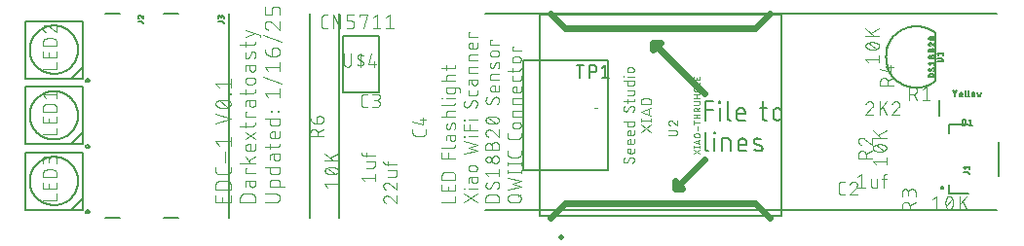
<source format=gbr>
G04 EAGLE Gerber RS-274X export*
G75*
%MOMM*%
%FSLAX34Y34*%
%LPD*%
%INSilkscreen Top*%
%IPPOS*%
%AMOC8*
5,1,8,0,0,1.08239X$1,22.5*%
G01*
%ADD10C,0.152400*%
%ADD11C,0.101600*%
%ADD12C,0.609600*%
%ADD13C,0.203200*%
%ADD14C,0.127000*%
%ADD15C,0.200000*%
%ADD16C,0.076200*%
%ADD17C,0.508000*%
%ADD18C,0.000000*%


D10*
X190500Y0D02*
X190500Y177800D01*
X285750Y177800D02*
X285750Y0D01*
X260350Y0D02*
X260350Y177800D01*
D11*
X191770Y19078D02*
X191770Y13208D01*
X178562Y13208D01*
X178562Y19078D01*
X184432Y17611D02*
X184432Y13208D01*
X178562Y24279D02*
X191770Y24279D01*
X178562Y24279D02*
X178562Y27948D01*
X178564Y28068D01*
X178570Y28188D01*
X178580Y28308D01*
X178593Y28427D01*
X178611Y28546D01*
X178632Y28664D01*
X178658Y28781D01*
X178687Y28898D01*
X178720Y29013D01*
X178757Y29127D01*
X178797Y29240D01*
X178841Y29352D01*
X178889Y29462D01*
X178940Y29571D01*
X178995Y29678D01*
X179054Y29783D01*
X179115Y29885D01*
X179180Y29986D01*
X179249Y30085D01*
X179320Y30182D01*
X179395Y30276D01*
X179473Y30367D01*
X179553Y30456D01*
X179637Y30542D01*
X179723Y30626D01*
X179812Y30707D01*
X179903Y30784D01*
X179997Y30859D01*
X180094Y30930D01*
X180193Y30999D01*
X180294Y31064D01*
X180397Y31125D01*
X180501Y31184D01*
X180608Y31239D01*
X180717Y31290D01*
X180827Y31338D01*
X180939Y31382D01*
X181052Y31422D01*
X181166Y31459D01*
X181281Y31492D01*
X181398Y31521D01*
X181515Y31547D01*
X181633Y31568D01*
X181752Y31586D01*
X181871Y31599D01*
X181991Y31609D01*
X182111Y31615D01*
X182231Y31617D01*
X188101Y31617D01*
X188221Y31615D01*
X188341Y31609D01*
X188461Y31599D01*
X188580Y31586D01*
X188699Y31568D01*
X188817Y31547D01*
X188934Y31521D01*
X189051Y31492D01*
X189166Y31459D01*
X189280Y31422D01*
X189393Y31382D01*
X189505Y31338D01*
X189615Y31290D01*
X189724Y31239D01*
X189831Y31184D01*
X189936Y31125D01*
X190038Y31064D01*
X190139Y30999D01*
X190238Y30930D01*
X190335Y30859D01*
X190429Y30784D01*
X190520Y30707D01*
X190609Y30626D01*
X190695Y30542D01*
X190779Y30456D01*
X190860Y30367D01*
X190937Y30276D01*
X191012Y30182D01*
X191083Y30085D01*
X191152Y29986D01*
X191217Y29885D01*
X191278Y29783D01*
X191337Y29678D01*
X191392Y29571D01*
X191443Y29462D01*
X191491Y29352D01*
X191535Y29240D01*
X191575Y29127D01*
X191612Y29013D01*
X191645Y28898D01*
X191674Y28781D01*
X191700Y28664D01*
X191721Y28546D01*
X191739Y28427D01*
X191752Y28308D01*
X191762Y28188D01*
X191768Y28068D01*
X191770Y27948D01*
X191770Y24279D01*
X191770Y40407D02*
X191770Y43342D01*
X191770Y40407D02*
X191768Y40300D01*
X191762Y40193D01*
X191752Y40086D01*
X191739Y39980D01*
X191721Y39874D01*
X191700Y39769D01*
X191675Y39665D01*
X191646Y39561D01*
X191613Y39459D01*
X191576Y39359D01*
X191536Y39259D01*
X191492Y39161D01*
X191445Y39065D01*
X191394Y38971D01*
X191340Y38878D01*
X191283Y38788D01*
X191222Y38699D01*
X191158Y38613D01*
X191091Y38530D01*
X191021Y38448D01*
X190948Y38370D01*
X190872Y38294D01*
X190794Y38221D01*
X190712Y38151D01*
X190629Y38084D01*
X190543Y38020D01*
X190454Y37959D01*
X190364Y37902D01*
X190271Y37848D01*
X190177Y37797D01*
X190081Y37750D01*
X189983Y37706D01*
X189883Y37666D01*
X189783Y37629D01*
X189681Y37596D01*
X189577Y37567D01*
X189473Y37542D01*
X189368Y37521D01*
X189262Y37503D01*
X189156Y37490D01*
X189049Y37480D01*
X188942Y37474D01*
X188835Y37472D01*
X181497Y37472D01*
X181390Y37474D01*
X181283Y37480D01*
X181176Y37490D01*
X181070Y37503D01*
X180964Y37521D01*
X180859Y37542D01*
X180755Y37567D01*
X180651Y37596D01*
X180549Y37629D01*
X180449Y37666D01*
X180349Y37706D01*
X180251Y37750D01*
X180155Y37797D01*
X180061Y37848D01*
X179968Y37902D01*
X179878Y37959D01*
X179789Y38020D01*
X179703Y38084D01*
X179620Y38151D01*
X179538Y38221D01*
X179460Y38294D01*
X179384Y38370D01*
X179311Y38448D01*
X179241Y38530D01*
X179174Y38613D01*
X179110Y38699D01*
X179049Y38788D01*
X178992Y38878D01*
X178938Y38971D01*
X178887Y39065D01*
X178840Y39161D01*
X178796Y39259D01*
X178756Y39359D01*
X178719Y39459D01*
X178686Y39561D01*
X178657Y39665D01*
X178632Y39769D01*
X178611Y39874D01*
X178593Y39980D01*
X178580Y40086D01*
X178570Y40193D01*
X178564Y40300D01*
X178562Y40407D01*
X178562Y43342D01*
X186634Y48295D02*
X186634Y57100D01*
X181497Y62684D02*
X178562Y66352D01*
X191770Y66352D01*
X191770Y62684D02*
X191770Y70021D01*
X191770Y85981D02*
X178562Y81579D01*
X178562Y90384D02*
X191770Y85981D01*
X185166Y95115D02*
X184906Y95118D01*
X184647Y95127D01*
X184387Y95143D01*
X184128Y95165D01*
X183870Y95192D01*
X183612Y95226D01*
X183356Y95267D01*
X183100Y95313D01*
X182845Y95365D01*
X182592Y95424D01*
X182341Y95488D01*
X182090Y95559D01*
X181842Y95635D01*
X181596Y95717D01*
X181351Y95805D01*
X181109Y95899D01*
X180869Y95999D01*
X180632Y96105D01*
X180397Y96216D01*
X180396Y96215D02*
X180301Y96250D01*
X180206Y96288D01*
X180113Y96330D01*
X180022Y96376D01*
X179932Y96425D01*
X179844Y96477D01*
X179759Y96532D01*
X179675Y96591D01*
X179594Y96653D01*
X179515Y96717D01*
X179439Y96785D01*
X179365Y96856D01*
X179294Y96929D01*
X179226Y97005D01*
X179160Y97083D01*
X179098Y97164D01*
X179038Y97247D01*
X178982Y97332D01*
X178929Y97419D01*
X178880Y97508D01*
X178834Y97599D01*
X178791Y97692D01*
X178752Y97786D01*
X178716Y97882D01*
X178684Y97979D01*
X178655Y98077D01*
X178631Y98176D01*
X178610Y98276D01*
X178593Y98376D01*
X178579Y98477D01*
X178570Y98579D01*
X178564Y98681D01*
X178562Y98783D01*
X178564Y98885D01*
X178570Y98987D01*
X178579Y99089D01*
X178593Y99190D01*
X178610Y99290D01*
X178631Y99390D01*
X178655Y99489D01*
X178684Y99587D01*
X178716Y99684D01*
X178752Y99780D01*
X178791Y99874D01*
X178834Y99967D01*
X178880Y100058D01*
X178929Y100147D01*
X178982Y100234D01*
X179038Y100319D01*
X179098Y100402D01*
X179160Y100483D01*
X179226Y100561D01*
X179294Y100637D01*
X179365Y100711D01*
X179439Y100781D01*
X179515Y100849D01*
X179594Y100913D01*
X179675Y100975D01*
X179759Y101034D01*
X179844Y101089D01*
X179932Y101142D01*
X180022Y101190D01*
X180113Y101236D01*
X180206Y101278D01*
X180301Y101316D01*
X180397Y101351D01*
X180397Y101350D02*
X180632Y101461D01*
X180869Y101567D01*
X181109Y101667D01*
X181351Y101761D01*
X181596Y101849D01*
X181842Y101931D01*
X182090Y102007D01*
X182341Y102078D01*
X182592Y102142D01*
X182845Y102201D01*
X183100Y102253D01*
X183356Y102299D01*
X183612Y102340D01*
X183870Y102374D01*
X184128Y102401D01*
X184387Y102423D01*
X184647Y102439D01*
X184906Y102448D01*
X185166Y102451D01*
X185166Y95115D02*
X185426Y95118D01*
X185685Y95127D01*
X185945Y95143D01*
X186204Y95165D01*
X186462Y95192D01*
X186720Y95226D01*
X186976Y95267D01*
X187232Y95313D01*
X187487Y95365D01*
X187740Y95424D01*
X187991Y95488D01*
X188242Y95559D01*
X188490Y95635D01*
X188736Y95717D01*
X188981Y95805D01*
X189223Y95899D01*
X189463Y95999D01*
X189700Y96105D01*
X189935Y96216D01*
X189936Y96215D02*
X190031Y96250D01*
X190126Y96288D01*
X190219Y96330D01*
X190310Y96376D01*
X190400Y96425D01*
X190488Y96477D01*
X190573Y96532D01*
X190657Y96591D01*
X190738Y96653D01*
X190817Y96717D01*
X190893Y96785D01*
X190967Y96856D01*
X191038Y96929D01*
X191106Y97005D01*
X191172Y97083D01*
X191234Y97164D01*
X191294Y97247D01*
X191350Y97332D01*
X191403Y97419D01*
X191452Y97508D01*
X191498Y97599D01*
X191541Y97692D01*
X191580Y97786D01*
X191616Y97882D01*
X191648Y97979D01*
X191677Y98077D01*
X191701Y98176D01*
X191722Y98276D01*
X191739Y98376D01*
X191753Y98477D01*
X191762Y98579D01*
X191768Y98681D01*
X191770Y98783D01*
X189936Y101351D02*
X189701Y101462D01*
X189463Y101568D01*
X189223Y101668D01*
X188981Y101762D01*
X188737Y101850D01*
X188490Y101932D01*
X188242Y102008D01*
X187992Y102079D01*
X187740Y102143D01*
X187487Y102202D01*
X187232Y102254D01*
X186977Y102300D01*
X186720Y102341D01*
X186462Y102375D01*
X186204Y102402D01*
X185945Y102424D01*
X185686Y102440D01*
X185426Y102449D01*
X185166Y102452D01*
X189936Y101351D02*
X190031Y101316D01*
X190126Y101278D01*
X190219Y101236D01*
X190310Y101190D01*
X190400Y101141D01*
X190488Y101089D01*
X190573Y101034D01*
X190657Y100975D01*
X190738Y100913D01*
X190817Y100849D01*
X190893Y100781D01*
X190967Y100710D01*
X191038Y100637D01*
X191106Y100561D01*
X191172Y100483D01*
X191234Y100402D01*
X191294Y100319D01*
X191350Y100234D01*
X191403Y100147D01*
X191452Y100058D01*
X191498Y99967D01*
X191541Y99874D01*
X191580Y99780D01*
X191616Y99684D01*
X191648Y99587D01*
X191677Y99489D01*
X191701Y99390D01*
X191722Y99290D01*
X191739Y99190D01*
X191753Y99089D01*
X191762Y98987D01*
X191768Y98885D01*
X191770Y98783D01*
X188835Y95848D02*
X181497Y101718D01*
X191036Y107377D02*
X191770Y107377D01*
X191036Y107377D02*
X191036Y108111D01*
X191770Y108111D01*
X191770Y107377D01*
X181497Y113036D02*
X178562Y116705D01*
X191770Y116705D01*
X191770Y113036D02*
X191770Y120374D01*
X199898Y13208D02*
X213106Y13208D01*
X199898Y13208D02*
X199898Y16877D01*
X199900Y16997D01*
X199906Y17117D01*
X199916Y17237D01*
X199929Y17356D01*
X199947Y17475D01*
X199968Y17593D01*
X199994Y17710D01*
X200023Y17827D01*
X200056Y17942D01*
X200093Y18056D01*
X200133Y18169D01*
X200177Y18281D01*
X200225Y18391D01*
X200276Y18500D01*
X200331Y18607D01*
X200390Y18712D01*
X200451Y18814D01*
X200516Y18915D01*
X200585Y19014D01*
X200656Y19111D01*
X200731Y19205D01*
X200809Y19296D01*
X200889Y19385D01*
X200973Y19471D01*
X201059Y19555D01*
X201148Y19636D01*
X201239Y19713D01*
X201333Y19788D01*
X201430Y19859D01*
X201529Y19928D01*
X201630Y19993D01*
X201733Y20054D01*
X201837Y20113D01*
X201944Y20168D01*
X202053Y20219D01*
X202163Y20267D01*
X202275Y20311D01*
X202388Y20351D01*
X202502Y20388D01*
X202617Y20421D01*
X202734Y20450D01*
X202851Y20476D01*
X202969Y20497D01*
X203088Y20515D01*
X203207Y20528D01*
X203327Y20538D01*
X203447Y20544D01*
X203567Y20546D01*
X209437Y20546D01*
X209557Y20544D01*
X209677Y20538D01*
X209797Y20528D01*
X209916Y20515D01*
X210035Y20497D01*
X210153Y20476D01*
X210270Y20450D01*
X210387Y20421D01*
X210502Y20388D01*
X210616Y20351D01*
X210729Y20311D01*
X210841Y20267D01*
X210951Y20219D01*
X211060Y20168D01*
X211167Y20113D01*
X211272Y20054D01*
X211374Y19993D01*
X211475Y19928D01*
X211574Y19859D01*
X211671Y19788D01*
X211765Y19713D01*
X211856Y19636D01*
X211945Y19555D01*
X212031Y19471D01*
X212115Y19385D01*
X212196Y19296D01*
X212273Y19205D01*
X212348Y19111D01*
X212419Y19014D01*
X212488Y18915D01*
X212553Y18814D01*
X212614Y18712D01*
X212673Y18607D01*
X212728Y18500D01*
X212779Y18391D01*
X212827Y18281D01*
X212871Y18169D01*
X212911Y18056D01*
X212948Y17942D01*
X212981Y17827D01*
X213010Y17710D01*
X213036Y17593D01*
X213057Y17475D01*
X213075Y17356D01*
X213088Y17237D01*
X213098Y17117D01*
X213104Y16997D01*
X213106Y16877D01*
X213106Y13208D01*
X207970Y28822D02*
X207970Y32124D01*
X207970Y28822D02*
X207972Y28722D01*
X207978Y28623D01*
X207987Y28524D01*
X208001Y28425D01*
X208018Y28327D01*
X208039Y28230D01*
X208064Y28133D01*
X208093Y28038D01*
X208125Y27944D01*
X208161Y27851D01*
X208200Y27759D01*
X208243Y27669D01*
X208290Y27581D01*
X208339Y27495D01*
X208392Y27411D01*
X208449Y27329D01*
X208508Y27249D01*
X208571Y27171D01*
X208636Y27096D01*
X208705Y27024D01*
X208776Y26954D01*
X208849Y26887D01*
X208926Y26823D01*
X209004Y26762D01*
X209086Y26704D01*
X209169Y26650D01*
X209254Y26598D01*
X209341Y26550D01*
X209430Y26505D01*
X209521Y26464D01*
X209613Y26426D01*
X209707Y26392D01*
X209801Y26362D01*
X209897Y26335D01*
X209994Y26312D01*
X210092Y26293D01*
X210190Y26278D01*
X210289Y26266D01*
X210389Y26258D01*
X210488Y26254D01*
X210588Y26254D01*
X210687Y26258D01*
X210787Y26266D01*
X210886Y26278D01*
X210984Y26293D01*
X211082Y26312D01*
X211179Y26335D01*
X211275Y26362D01*
X211369Y26392D01*
X211463Y26426D01*
X211555Y26464D01*
X211646Y26505D01*
X211735Y26550D01*
X211822Y26598D01*
X211907Y26650D01*
X211990Y26704D01*
X212072Y26762D01*
X212150Y26823D01*
X212227Y26887D01*
X212300Y26954D01*
X212371Y27024D01*
X212440Y27096D01*
X212505Y27171D01*
X212568Y27249D01*
X212627Y27329D01*
X212684Y27411D01*
X212737Y27495D01*
X212786Y27581D01*
X212833Y27669D01*
X212876Y27759D01*
X212915Y27851D01*
X212951Y27944D01*
X212983Y28038D01*
X213012Y28133D01*
X213037Y28230D01*
X213058Y28327D01*
X213075Y28425D01*
X213089Y28524D01*
X213098Y28623D01*
X213104Y28722D01*
X213106Y28822D01*
X213106Y32124D01*
X206502Y32124D01*
X206411Y32122D01*
X206320Y32116D01*
X206230Y32107D01*
X206140Y32094D01*
X206050Y32077D01*
X205962Y32057D01*
X205874Y32032D01*
X205787Y32005D01*
X205702Y31973D01*
X205618Y31939D01*
X205535Y31900D01*
X205454Y31859D01*
X205375Y31814D01*
X205298Y31766D01*
X205223Y31714D01*
X205150Y31660D01*
X205079Y31603D01*
X205011Y31542D01*
X204946Y31479D01*
X204883Y31414D01*
X204822Y31346D01*
X204765Y31275D01*
X204711Y31202D01*
X204659Y31127D01*
X204611Y31050D01*
X204566Y30971D01*
X204525Y30890D01*
X204486Y30807D01*
X204452Y30723D01*
X204420Y30638D01*
X204393Y30551D01*
X204368Y30463D01*
X204348Y30375D01*
X204331Y30285D01*
X204318Y30195D01*
X204309Y30105D01*
X204303Y30014D01*
X204301Y29923D01*
X204301Y26988D01*
X204301Y38335D02*
X213106Y38335D01*
X204301Y38335D02*
X204301Y42738D01*
X205768Y42738D01*
X199898Y47369D02*
X213106Y47369D01*
X208703Y47369D02*
X204301Y53240D01*
X206869Y49938D02*
X213106Y53240D01*
X213106Y60095D02*
X213106Y63764D01*
X213106Y60095D02*
X213104Y60004D01*
X213098Y59913D01*
X213089Y59823D01*
X213076Y59733D01*
X213059Y59643D01*
X213039Y59555D01*
X213014Y59467D01*
X212987Y59380D01*
X212955Y59295D01*
X212921Y59211D01*
X212882Y59128D01*
X212841Y59047D01*
X212796Y58968D01*
X212748Y58891D01*
X212696Y58816D01*
X212642Y58743D01*
X212585Y58672D01*
X212524Y58604D01*
X212461Y58539D01*
X212396Y58476D01*
X212328Y58415D01*
X212257Y58358D01*
X212184Y58304D01*
X212109Y58252D01*
X212032Y58204D01*
X211953Y58159D01*
X211872Y58118D01*
X211789Y58079D01*
X211705Y58045D01*
X211620Y58013D01*
X211533Y57986D01*
X211445Y57961D01*
X211357Y57941D01*
X211267Y57924D01*
X211177Y57911D01*
X211087Y57902D01*
X210996Y57896D01*
X210905Y57894D01*
X207236Y57894D01*
X207129Y57896D01*
X207022Y57902D01*
X206915Y57912D01*
X206809Y57925D01*
X206703Y57943D01*
X206598Y57964D01*
X206494Y57989D01*
X206390Y58018D01*
X206288Y58051D01*
X206188Y58088D01*
X206088Y58128D01*
X205990Y58172D01*
X205894Y58219D01*
X205800Y58270D01*
X205707Y58324D01*
X205617Y58381D01*
X205528Y58442D01*
X205442Y58506D01*
X205359Y58573D01*
X205277Y58643D01*
X205199Y58716D01*
X205123Y58792D01*
X205050Y58870D01*
X204980Y58952D01*
X204913Y59035D01*
X204849Y59121D01*
X204788Y59210D01*
X204731Y59300D01*
X204677Y59393D01*
X204626Y59487D01*
X204579Y59583D01*
X204535Y59681D01*
X204495Y59781D01*
X204458Y59881D01*
X204425Y59983D01*
X204396Y60087D01*
X204371Y60191D01*
X204350Y60296D01*
X204332Y60402D01*
X204319Y60508D01*
X204309Y60615D01*
X204303Y60722D01*
X204301Y60829D01*
X204303Y60936D01*
X204309Y61043D01*
X204319Y61150D01*
X204332Y61256D01*
X204350Y61362D01*
X204371Y61467D01*
X204396Y61571D01*
X204425Y61675D01*
X204458Y61777D01*
X204495Y61877D01*
X204535Y61977D01*
X204579Y62075D01*
X204626Y62171D01*
X204677Y62265D01*
X204731Y62358D01*
X204788Y62448D01*
X204849Y62537D01*
X204913Y62623D01*
X204980Y62706D01*
X205050Y62788D01*
X205123Y62866D01*
X205199Y62942D01*
X205277Y63015D01*
X205359Y63085D01*
X205442Y63152D01*
X205528Y63216D01*
X205617Y63277D01*
X205707Y63334D01*
X205800Y63388D01*
X205894Y63439D01*
X205990Y63486D01*
X206088Y63530D01*
X206188Y63570D01*
X206288Y63607D01*
X206390Y63640D01*
X206494Y63669D01*
X206598Y63694D01*
X206703Y63715D01*
X206809Y63733D01*
X206915Y63746D01*
X207022Y63756D01*
X207129Y63762D01*
X207236Y63764D01*
X208703Y63764D01*
X208703Y57894D01*
X213106Y68562D02*
X204301Y74432D01*
X204301Y68562D02*
X213106Y74432D01*
X204301Y78159D02*
X204301Y82562D01*
X199898Y79626D02*
X210905Y79626D01*
X210905Y79627D02*
X210996Y79629D01*
X211087Y79635D01*
X211177Y79644D01*
X211267Y79657D01*
X211357Y79674D01*
X211445Y79694D01*
X211533Y79719D01*
X211620Y79746D01*
X211705Y79778D01*
X211789Y79812D01*
X211872Y79851D01*
X211953Y79892D01*
X212032Y79937D01*
X212109Y79985D01*
X212184Y80037D01*
X212257Y80091D01*
X212328Y80148D01*
X212396Y80209D01*
X212461Y80272D01*
X212524Y80337D01*
X212585Y80406D01*
X212642Y80476D01*
X212696Y80549D01*
X212748Y80624D01*
X212796Y80701D01*
X212841Y80780D01*
X212882Y80861D01*
X212921Y80944D01*
X212955Y81028D01*
X212987Y81113D01*
X213015Y81200D01*
X213039Y81288D01*
X213059Y81376D01*
X213076Y81466D01*
X213089Y81556D01*
X213098Y81646D01*
X213104Y81737D01*
X213106Y81828D01*
X213106Y82562D01*
X213106Y87835D02*
X204301Y87835D01*
X204301Y92237D01*
X205768Y92237D01*
X207970Y98804D02*
X207970Y102106D01*
X207970Y98804D02*
X207972Y98704D01*
X207978Y98605D01*
X207987Y98506D01*
X208001Y98407D01*
X208018Y98309D01*
X208039Y98212D01*
X208064Y98115D01*
X208093Y98020D01*
X208125Y97926D01*
X208161Y97833D01*
X208200Y97741D01*
X208243Y97651D01*
X208290Y97563D01*
X208339Y97477D01*
X208392Y97393D01*
X208449Y97311D01*
X208508Y97231D01*
X208571Y97153D01*
X208636Y97078D01*
X208705Y97006D01*
X208776Y96936D01*
X208849Y96869D01*
X208926Y96805D01*
X209004Y96744D01*
X209086Y96686D01*
X209169Y96632D01*
X209254Y96580D01*
X209341Y96532D01*
X209430Y96487D01*
X209521Y96446D01*
X209613Y96408D01*
X209707Y96374D01*
X209801Y96344D01*
X209897Y96317D01*
X209994Y96294D01*
X210092Y96275D01*
X210190Y96260D01*
X210289Y96248D01*
X210389Y96240D01*
X210488Y96236D01*
X210588Y96236D01*
X210687Y96240D01*
X210787Y96248D01*
X210886Y96260D01*
X210984Y96275D01*
X211082Y96294D01*
X211179Y96317D01*
X211275Y96344D01*
X211369Y96374D01*
X211463Y96408D01*
X211555Y96446D01*
X211646Y96487D01*
X211735Y96532D01*
X211822Y96580D01*
X211907Y96632D01*
X211990Y96686D01*
X212072Y96744D01*
X212150Y96805D01*
X212227Y96869D01*
X212300Y96936D01*
X212371Y97006D01*
X212440Y97078D01*
X212505Y97153D01*
X212568Y97231D01*
X212627Y97311D01*
X212684Y97393D01*
X212737Y97477D01*
X212786Y97563D01*
X212833Y97651D01*
X212876Y97741D01*
X212915Y97833D01*
X212951Y97926D01*
X212983Y98020D01*
X213012Y98115D01*
X213037Y98212D01*
X213058Y98309D01*
X213075Y98407D01*
X213089Y98506D01*
X213098Y98605D01*
X213104Y98704D01*
X213106Y98804D01*
X213106Y102106D01*
X206502Y102106D01*
X206411Y102104D01*
X206320Y102098D01*
X206230Y102089D01*
X206140Y102076D01*
X206050Y102059D01*
X205962Y102039D01*
X205874Y102014D01*
X205787Y101987D01*
X205702Y101955D01*
X205618Y101921D01*
X205535Y101882D01*
X205454Y101841D01*
X205375Y101796D01*
X205298Y101748D01*
X205223Y101696D01*
X205150Y101642D01*
X205079Y101585D01*
X205011Y101524D01*
X204946Y101461D01*
X204883Y101396D01*
X204822Y101328D01*
X204765Y101257D01*
X204711Y101184D01*
X204659Y101109D01*
X204611Y101032D01*
X204566Y100953D01*
X204525Y100872D01*
X204486Y100789D01*
X204452Y100705D01*
X204420Y100620D01*
X204393Y100533D01*
X204368Y100445D01*
X204348Y100357D01*
X204331Y100267D01*
X204318Y100177D01*
X204309Y100087D01*
X204303Y99996D01*
X204301Y99905D01*
X204301Y96970D01*
X204301Y106749D02*
X204301Y111152D01*
X199898Y108217D02*
X210905Y108217D01*
X210996Y108219D01*
X211087Y108225D01*
X211177Y108234D01*
X211267Y108247D01*
X211357Y108264D01*
X211445Y108284D01*
X211533Y108309D01*
X211620Y108336D01*
X211705Y108368D01*
X211789Y108402D01*
X211872Y108441D01*
X211953Y108482D01*
X212032Y108527D01*
X212109Y108575D01*
X212184Y108627D01*
X212257Y108681D01*
X212328Y108738D01*
X212396Y108799D01*
X212461Y108862D01*
X212524Y108927D01*
X212585Y108996D01*
X212642Y109066D01*
X212696Y109139D01*
X212748Y109214D01*
X212796Y109291D01*
X212841Y109370D01*
X212882Y109451D01*
X212921Y109534D01*
X212955Y109618D01*
X212987Y109703D01*
X213015Y109790D01*
X213039Y109878D01*
X213059Y109966D01*
X213076Y110056D01*
X213089Y110146D01*
X213098Y110236D01*
X213104Y110327D01*
X213106Y110418D01*
X213106Y111152D01*
X210171Y115928D02*
X207236Y115928D01*
X207129Y115930D01*
X207022Y115936D01*
X206915Y115946D01*
X206809Y115959D01*
X206703Y115977D01*
X206598Y115998D01*
X206494Y116023D01*
X206390Y116052D01*
X206288Y116085D01*
X206188Y116122D01*
X206088Y116162D01*
X205990Y116206D01*
X205894Y116253D01*
X205800Y116304D01*
X205707Y116358D01*
X205617Y116415D01*
X205528Y116476D01*
X205442Y116540D01*
X205359Y116607D01*
X205277Y116677D01*
X205199Y116750D01*
X205123Y116826D01*
X205050Y116904D01*
X204980Y116986D01*
X204913Y117069D01*
X204849Y117155D01*
X204788Y117244D01*
X204731Y117334D01*
X204677Y117427D01*
X204626Y117521D01*
X204579Y117617D01*
X204535Y117715D01*
X204495Y117815D01*
X204458Y117915D01*
X204425Y118017D01*
X204396Y118121D01*
X204371Y118225D01*
X204350Y118330D01*
X204332Y118436D01*
X204319Y118542D01*
X204309Y118649D01*
X204303Y118756D01*
X204301Y118863D01*
X204303Y118970D01*
X204309Y119077D01*
X204319Y119184D01*
X204332Y119290D01*
X204350Y119396D01*
X204371Y119501D01*
X204396Y119605D01*
X204425Y119709D01*
X204458Y119811D01*
X204495Y119911D01*
X204535Y120011D01*
X204579Y120109D01*
X204626Y120205D01*
X204677Y120299D01*
X204731Y120392D01*
X204788Y120482D01*
X204849Y120571D01*
X204913Y120657D01*
X204980Y120740D01*
X205050Y120822D01*
X205123Y120900D01*
X205199Y120976D01*
X205277Y121049D01*
X205359Y121119D01*
X205442Y121186D01*
X205528Y121250D01*
X205617Y121311D01*
X205707Y121368D01*
X205800Y121422D01*
X205894Y121473D01*
X205990Y121520D01*
X206088Y121564D01*
X206188Y121604D01*
X206288Y121641D01*
X206390Y121674D01*
X206494Y121703D01*
X206598Y121728D01*
X206703Y121749D01*
X206809Y121767D01*
X206915Y121780D01*
X207022Y121790D01*
X207129Y121796D01*
X207236Y121798D01*
X210171Y121798D01*
X210278Y121796D01*
X210385Y121790D01*
X210492Y121780D01*
X210598Y121767D01*
X210704Y121749D01*
X210809Y121728D01*
X210913Y121703D01*
X211017Y121674D01*
X211119Y121641D01*
X211219Y121604D01*
X211319Y121564D01*
X211417Y121520D01*
X211513Y121473D01*
X211607Y121422D01*
X211700Y121368D01*
X211790Y121311D01*
X211879Y121250D01*
X211965Y121186D01*
X212048Y121119D01*
X212130Y121049D01*
X212208Y120976D01*
X212284Y120900D01*
X212357Y120822D01*
X212427Y120740D01*
X212494Y120657D01*
X212558Y120571D01*
X212619Y120482D01*
X212676Y120392D01*
X212730Y120299D01*
X212781Y120205D01*
X212828Y120109D01*
X212872Y120011D01*
X212912Y119911D01*
X212949Y119811D01*
X212982Y119709D01*
X213011Y119605D01*
X213036Y119501D01*
X213057Y119396D01*
X213075Y119290D01*
X213088Y119184D01*
X213098Y119077D01*
X213104Y118970D01*
X213106Y118863D01*
X213104Y118756D01*
X213098Y118649D01*
X213088Y118542D01*
X213075Y118436D01*
X213057Y118330D01*
X213036Y118225D01*
X213011Y118121D01*
X212982Y118017D01*
X212949Y117915D01*
X212912Y117815D01*
X212872Y117715D01*
X212828Y117617D01*
X212781Y117521D01*
X212730Y117427D01*
X212676Y117334D01*
X212619Y117244D01*
X212558Y117155D01*
X212494Y117069D01*
X212427Y116986D01*
X212357Y116904D01*
X212284Y116826D01*
X212208Y116750D01*
X212130Y116677D01*
X212048Y116607D01*
X211965Y116540D01*
X211879Y116476D01*
X211790Y116415D01*
X211700Y116358D01*
X211607Y116304D01*
X211513Y116253D01*
X211417Y116206D01*
X211319Y116162D01*
X211219Y116122D01*
X211119Y116085D01*
X211017Y116052D01*
X210913Y116023D01*
X210809Y115998D01*
X210704Y115977D01*
X210598Y115959D01*
X210492Y115946D01*
X210385Y115936D01*
X210278Y115930D01*
X210171Y115928D01*
X207970Y129528D02*
X207970Y132830D01*
X207970Y129528D02*
X207972Y129428D01*
X207978Y129329D01*
X207987Y129230D01*
X208001Y129131D01*
X208018Y129033D01*
X208039Y128936D01*
X208064Y128839D01*
X208093Y128744D01*
X208125Y128650D01*
X208161Y128557D01*
X208200Y128465D01*
X208243Y128375D01*
X208290Y128287D01*
X208339Y128201D01*
X208392Y128117D01*
X208449Y128035D01*
X208508Y127955D01*
X208571Y127877D01*
X208636Y127802D01*
X208705Y127730D01*
X208776Y127660D01*
X208849Y127593D01*
X208926Y127529D01*
X209004Y127468D01*
X209086Y127410D01*
X209169Y127356D01*
X209254Y127304D01*
X209341Y127256D01*
X209430Y127211D01*
X209521Y127170D01*
X209613Y127132D01*
X209707Y127098D01*
X209801Y127068D01*
X209897Y127041D01*
X209994Y127018D01*
X210092Y126999D01*
X210190Y126984D01*
X210289Y126972D01*
X210389Y126964D01*
X210488Y126960D01*
X210588Y126960D01*
X210687Y126964D01*
X210787Y126972D01*
X210886Y126984D01*
X210984Y126999D01*
X211082Y127018D01*
X211179Y127041D01*
X211275Y127068D01*
X211369Y127098D01*
X211463Y127132D01*
X211555Y127170D01*
X211646Y127211D01*
X211735Y127256D01*
X211822Y127304D01*
X211907Y127356D01*
X211990Y127410D01*
X212072Y127468D01*
X212150Y127529D01*
X212227Y127593D01*
X212300Y127660D01*
X212371Y127730D01*
X212440Y127802D01*
X212505Y127877D01*
X212568Y127955D01*
X212627Y128035D01*
X212684Y128117D01*
X212737Y128201D01*
X212786Y128287D01*
X212833Y128375D01*
X212876Y128465D01*
X212915Y128557D01*
X212951Y128650D01*
X212983Y128744D01*
X213012Y128839D01*
X213037Y128936D01*
X213058Y129033D01*
X213075Y129131D01*
X213089Y129230D01*
X213098Y129329D01*
X213104Y129428D01*
X213106Y129528D01*
X213106Y132830D01*
X206502Y132830D01*
X206411Y132828D01*
X206320Y132822D01*
X206230Y132813D01*
X206140Y132800D01*
X206050Y132783D01*
X205962Y132763D01*
X205874Y132738D01*
X205787Y132711D01*
X205702Y132679D01*
X205618Y132645D01*
X205535Y132606D01*
X205454Y132565D01*
X205375Y132520D01*
X205298Y132472D01*
X205223Y132420D01*
X205150Y132366D01*
X205079Y132309D01*
X205011Y132248D01*
X204946Y132185D01*
X204883Y132120D01*
X204822Y132052D01*
X204765Y131981D01*
X204711Y131908D01*
X204659Y131833D01*
X204611Y131756D01*
X204566Y131677D01*
X204525Y131596D01*
X204486Y131513D01*
X204452Y131429D01*
X204420Y131344D01*
X204393Y131257D01*
X204368Y131169D01*
X204348Y131081D01*
X204331Y130991D01*
X204318Y130901D01*
X204309Y130811D01*
X204303Y130720D01*
X204301Y130629D01*
X204301Y127694D01*
X207970Y139644D02*
X209437Y143313D01*
X207970Y139644D02*
X207936Y139565D01*
X207898Y139487D01*
X207857Y139410D01*
X207813Y139336D01*
X207765Y139264D01*
X207714Y139194D01*
X207660Y139127D01*
X207603Y139062D01*
X207542Y138999D01*
X207480Y138940D01*
X207414Y138883D01*
X207346Y138830D01*
X207276Y138779D01*
X207203Y138732D01*
X207128Y138688D01*
X207052Y138648D01*
X206973Y138611D01*
X206894Y138578D01*
X206812Y138548D01*
X206730Y138522D01*
X206646Y138500D01*
X206561Y138482D01*
X206476Y138468D01*
X206390Y138457D01*
X206304Y138451D01*
X206217Y138448D01*
X206130Y138449D01*
X206044Y138455D01*
X205958Y138464D01*
X205872Y138477D01*
X205787Y138494D01*
X205703Y138515D01*
X205620Y138539D01*
X205539Y138568D01*
X205458Y138600D01*
X205379Y138635D01*
X205302Y138675D01*
X205227Y138717D01*
X205154Y138764D01*
X205082Y138813D01*
X205014Y138865D01*
X204947Y138921D01*
X204884Y138980D01*
X204823Y139041D01*
X204764Y139105D01*
X204709Y139172D01*
X204657Y139241D01*
X204608Y139313D01*
X204563Y139386D01*
X204521Y139462D01*
X204482Y139539D01*
X204447Y139618D01*
X204415Y139699D01*
X204387Y139781D01*
X204363Y139864D01*
X204343Y139948D01*
X204327Y140033D01*
X204314Y140119D01*
X204306Y140205D01*
X204301Y140292D01*
X204300Y140378D01*
X204301Y140378D02*
X204306Y140578D01*
X204316Y140778D01*
X204331Y140978D01*
X204351Y141178D01*
X204375Y141377D01*
X204405Y141575D01*
X204439Y141772D01*
X204477Y141969D01*
X204521Y142164D01*
X204569Y142359D01*
X204622Y142552D01*
X204679Y142744D01*
X204741Y142935D01*
X204808Y143124D01*
X204879Y143311D01*
X204955Y143496D01*
X205035Y143680D01*
X209437Y143314D02*
X209471Y143393D01*
X209509Y143471D01*
X209550Y143548D01*
X209594Y143622D01*
X209642Y143694D01*
X209693Y143764D01*
X209747Y143831D01*
X209804Y143896D01*
X209865Y143959D01*
X209927Y144018D01*
X209993Y144075D01*
X210061Y144128D01*
X210131Y144179D01*
X210204Y144226D01*
X210279Y144270D01*
X210355Y144310D01*
X210434Y144347D01*
X210513Y144380D01*
X210595Y144410D01*
X210677Y144436D01*
X210761Y144458D01*
X210846Y144476D01*
X210931Y144490D01*
X211017Y144501D01*
X211103Y144507D01*
X211190Y144510D01*
X211277Y144509D01*
X211363Y144503D01*
X211449Y144494D01*
X211535Y144481D01*
X211620Y144464D01*
X211704Y144443D01*
X211787Y144419D01*
X211868Y144390D01*
X211949Y144358D01*
X212028Y144323D01*
X212105Y144283D01*
X212180Y144241D01*
X212253Y144194D01*
X212325Y144145D01*
X212393Y144093D01*
X212460Y144037D01*
X212523Y143978D01*
X212584Y143917D01*
X212643Y143853D01*
X212698Y143786D01*
X212750Y143717D01*
X212799Y143645D01*
X212844Y143572D01*
X212886Y143496D01*
X212925Y143419D01*
X212960Y143340D01*
X212992Y143259D01*
X213020Y143177D01*
X213044Y143094D01*
X213064Y143010D01*
X213080Y142925D01*
X213093Y142839D01*
X213101Y142753D01*
X213106Y142666D01*
X213107Y142580D01*
X213106Y142579D02*
X213098Y142285D01*
X213083Y141991D01*
X213062Y141697D01*
X213033Y141404D01*
X212998Y141112D01*
X212955Y140821D01*
X212906Y140531D01*
X212850Y140242D01*
X212787Y139954D01*
X212718Y139668D01*
X212641Y139384D01*
X212558Y139102D01*
X212468Y138822D01*
X212372Y138543D01*
X204301Y148567D02*
X204301Y152970D01*
X199898Y150035D02*
X210905Y150035D01*
X210996Y150037D01*
X211087Y150043D01*
X211177Y150052D01*
X211267Y150065D01*
X211357Y150082D01*
X211445Y150102D01*
X211533Y150127D01*
X211620Y150154D01*
X211705Y150186D01*
X211789Y150220D01*
X211872Y150259D01*
X211953Y150300D01*
X212032Y150345D01*
X212109Y150393D01*
X212184Y150445D01*
X212257Y150499D01*
X212328Y150556D01*
X212396Y150617D01*
X212461Y150680D01*
X212524Y150745D01*
X212585Y150814D01*
X212642Y150884D01*
X212696Y150957D01*
X212748Y151032D01*
X212796Y151109D01*
X212841Y151188D01*
X212882Y151269D01*
X212921Y151352D01*
X212955Y151436D01*
X212987Y151521D01*
X213015Y151608D01*
X213039Y151696D01*
X213059Y151784D01*
X213076Y151874D01*
X213089Y151964D01*
X213098Y152054D01*
X213104Y152145D01*
X213106Y152236D01*
X213106Y152970D01*
X217509Y157319D02*
X217509Y158787D01*
X204301Y163190D01*
X204301Y157319D02*
X213106Y160255D01*
X221234Y13208D02*
X230773Y13208D01*
X230893Y13210D01*
X231013Y13216D01*
X231133Y13226D01*
X231252Y13239D01*
X231371Y13257D01*
X231489Y13278D01*
X231606Y13304D01*
X231723Y13333D01*
X231838Y13366D01*
X231952Y13403D01*
X232065Y13443D01*
X232177Y13487D01*
X232287Y13535D01*
X232396Y13586D01*
X232503Y13641D01*
X232608Y13700D01*
X232710Y13761D01*
X232811Y13826D01*
X232910Y13895D01*
X233007Y13966D01*
X233101Y14041D01*
X233192Y14118D01*
X233281Y14199D01*
X233367Y14283D01*
X233451Y14369D01*
X233532Y14458D01*
X233609Y14549D01*
X233684Y14643D01*
X233755Y14740D01*
X233824Y14839D01*
X233889Y14940D01*
X233950Y15043D01*
X234009Y15147D01*
X234064Y15254D01*
X234115Y15363D01*
X234163Y15473D01*
X234207Y15585D01*
X234247Y15698D01*
X234284Y15812D01*
X234317Y15927D01*
X234346Y16044D01*
X234372Y16161D01*
X234393Y16279D01*
X234411Y16398D01*
X234424Y16517D01*
X234434Y16637D01*
X234440Y16757D01*
X234442Y16877D01*
X234440Y16997D01*
X234434Y17117D01*
X234424Y17237D01*
X234411Y17356D01*
X234393Y17475D01*
X234372Y17593D01*
X234346Y17710D01*
X234317Y17827D01*
X234284Y17942D01*
X234247Y18056D01*
X234207Y18169D01*
X234163Y18281D01*
X234115Y18391D01*
X234064Y18500D01*
X234009Y18607D01*
X233950Y18712D01*
X233889Y18814D01*
X233824Y18915D01*
X233755Y19014D01*
X233684Y19111D01*
X233609Y19205D01*
X233532Y19296D01*
X233451Y19385D01*
X233367Y19471D01*
X233281Y19555D01*
X233192Y19636D01*
X233101Y19713D01*
X233007Y19788D01*
X232910Y19859D01*
X232811Y19928D01*
X232710Y19993D01*
X232607Y20054D01*
X232503Y20113D01*
X232396Y20168D01*
X232287Y20219D01*
X232177Y20267D01*
X232065Y20311D01*
X231952Y20351D01*
X231838Y20388D01*
X231723Y20421D01*
X231606Y20450D01*
X231489Y20476D01*
X231371Y20497D01*
X231252Y20515D01*
X231133Y20528D01*
X231013Y20538D01*
X230893Y20544D01*
X230773Y20546D01*
X221234Y20546D01*
X225637Y26806D02*
X238845Y26806D01*
X225637Y26806D02*
X225637Y30475D01*
X225639Y30568D01*
X225645Y30662D01*
X225655Y30755D01*
X225669Y30847D01*
X225686Y30939D01*
X225708Y31030D01*
X225733Y31119D01*
X225763Y31208D01*
X225796Y31296D01*
X225832Y31382D01*
X225873Y31466D01*
X225916Y31548D01*
X225964Y31629D01*
X226014Y31707D01*
X226068Y31784D01*
X226126Y31858D01*
X226186Y31929D01*
X226249Y31998D01*
X226315Y32064D01*
X226384Y32127D01*
X226455Y32187D01*
X226529Y32245D01*
X226605Y32299D01*
X226684Y32349D01*
X226765Y32396D01*
X226847Y32440D01*
X226931Y32481D01*
X227017Y32517D01*
X227105Y32550D01*
X227193Y32580D01*
X227283Y32605D01*
X227374Y32627D01*
X227466Y32644D01*
X227558Y32658D01*
X227651Y32668D01*
X227745Y32674D01*
X227838Y32676D01*
X232241Y32676D01*
X232332Y32674D01*
X232423Y32668D01*
X232513Y32659D01*
X232603Y32646D01*
X232693Y32629D01*
X232781Y32609D01*
X232869Y32584D01*
X232956Y32557D01*
X233041Y32525D01*
X233125Y32491D01*
X233208Y32452D01*
X233289Y32411D01*
X233368Y32366D01*
X233445Y32318D01*
X233520Y32266D01*
X233593Y32212D01*
X233664Y32155D01*
X233732Y32094D01*
X233797Y32031D01*
X233860Y31966D01*
X233921Y31898D01*
X233978Y31827D01*
X234032Y31754D01*
X234084Y31679D01*
X234132Y31602D01*
X234177Y31523D01*
X234218Y31442D01*
X234257Y31359D01*
X234291Y31275D01*
X234323Y31190D01*
X234350Y31103D01*
X234375Y31015D01*
X234395Y30927D01*
X234412Y30837D01*
X234425Y30747D01*
X234434Y30657D01*
X234440Y30566D01*
X234442Y30475D01*
X234442Y26806D01*
X234442Y43646D02*
X221234Y43646D01*
X234442Y43646D02*
X234442Y39977D01*
X234440Y39886D01*
X234434Y39795D01*
X234425Y39705D01*
X234412Y39615D01*
X234395Y39525D01*
X234375Y39437D01*
X234350Y39349D01*
X234323Y39262D01*
X234291Y39177D01*
X234257Y39093D01*
X234218Y39010D01*
X234177Y38929D01*
X234132Y38850D01*
X234084Y38773D01*
X234032Y38698D01*
X233978Y38625D01*
X233921Y38554D01*
X233860Y38486D01*
X233797Y38421D01*
X233732Y38358D01*
X233664Y38297D01*
X233593Y38240D01*
X233520Y38186D01*
X233445Y38134D01*
X233368Y38086D01*
X233289Y38041D01*
X233208Y38000D01*
X233125Y37961D01*
X233041Y37927D01*
X232956Y37895D01*
X232869Y37868D01*
X232781Y37843D01*
X232693Y37823D01*
X232603Y37806D01*
X232513Y37793D01*
X232423Y37784D01*
X232332Y37778D01*
X232241Y37776D01*
X227838Y37776D01*
X227747Y37778D01*
X227656Y37784D01*
X227566Y37793D01*
X227476Y37806D01*
X227386Y37823D01*
X227298Y37843D01*
X227210Y37868D01*
X227123Y37895D01*
X227038Y37927D01*
X226954Y37961D01*
X226871Y38000D01*
X226790Y38041D01*
X226711Y38086D01*
X226634Y38134D01*
X226559Y38186D01*
X226486Y38240D01*
X226415Y38297D01*
X226347Y38358D01*
X226282Y38421D01*
X226219Y38486D01*
X226158Y38554D01*
X226101Y38625D01*
X226047Y38698D01*
X225995Y38773D01*
X225947Y38850D01*
X225902Y38929D01*
X225861Y39010D01*
X225822Y39093D01*
X225788Y39177D01*
X225756Y39262D01*
X225729Y39349D01*
X225704Y39437D01*
X225684Y39525D01*
X225667Y39615D01*
X225654Y39705D01*
X225645Y39795D01*
X225639Y39886D01*
X225637Y39977D01*
X225637Y43646D01*
X229306Y51865D02*
X229306Y55167D01*
X229306Y51865D02*
X229308Y51765D01*
X229314Y51666D01*
X229323Y51567D01*
X229337Y51468D01*
X229354Y51370D01*
X229375Y51273D01*
X229400Y51176D01*
X229429Y51081D01*
X229461Y50987D01*
X229497Y50894D01*
X229536Y50802D01*
X229579Y50712D01*
X229626Y50624D01*
X229675Y50538D01*
X229728Y50454D01*
X229785Y50372D01*
X229844Y50292D01*
X229907Y50214D01*
X229972Y50139D01*
X230041Y50067D01*
X230112Y49997D01*
X230185Y49930D01*
X230262Y49866D01*
X230340Y49805D01*
X230422Y49747D01*
X230505Y49693D01*
X230590Y49641D01*
X230677Y49593D01*
X230766Y49548D01*
X230857Y49507D01*
X230949Y49469D01*
X231043Y49435D01*
X231137Y49405D01*
X231233Y49378D01*
X231330Y49355D01*
X231428Y49336D01*
X231526Y49321D01*
X231625Y49309D01*
X231725Y49301D01*
X231824Y49297D01*
X231924Y49297D01*
X232023Y49301D01*
X232123Y49309D01*
X232222Y49321D01*
X232320Y49336D01*
X232418Y49355D01*
X232515Y49378D01*
X232611Y49405D01*
X232705Y49435D01*
X232799Y49469D01*
X232891Y49507D01*
X232982Y49548D01*
X233071Y49593D01*
X233158Y49641D01*
X233243Y49693D01*
X233326Y49747D01*
X233408Y49805D01*
X233486Y49866D01*
X233563Y49930D01*
X233636Y49997D01*
X233707Y50067D01*
X233776Y50139D01*
X233841Y50214D01*
X233904Y50292D01*
X233963Y50372D01*
X234020Y50454D01*
X234073Y50538D01*
X234122Y50624D01*
X234169Y50712D01*
X234212Y50802D01*
X234251Y50894D01*
X234287Y50987D01*
X234319Y51081D01*
X234348Y51176D01*
X234373Y51273D01*
X234394Y51370D01*
X234411Y51468D01*
X234425Y51567D01*
X234434Y51666D01*
X234440Y51765D01*
X234442Y51865D01*
X234442Y55167D01*
X227838Y55167D01*
X227747Y55165D01*
X227656Y55159D01*
X227566Y55150D01*
X227476Y55137D01*
X227386Y55120D01*
X227298Y55100D01*
X227210Y55075D01*
X227123Y55048D01*
X227038Y55016D01*
X226954Y54982D01*
X226871Y54943D01*
X226790Y54902D01*
X226711Y54857D01*
X226634Y54809D01*
X226559Y54757D01*
X226486Y54703D01*
X226415Y54646D01*
X226347Y54585D01*
X226282Y54522D01*
X226219Y54457D01*
X226158Y54389D01*
X226101Y54318D01*
X226047Y54245D01*
X225995Y54170D01*
X225947Y54093D01*
X225902Y54014D01*
X225861Y53933D01*
X225822Y53850D01*
X225788Y53766D01*
X225756Y53681D01*
X225729Y53594D01*
X225704Y53506D01*
X225684Y53418D01*
X225667Y53328D01*
X225654Y53238D01*
X225645Y53148D01*
X225639Y53057D01*
X225637Y52966D01*
X225637Y50031D01*
X225637Y59810D02*
X225637Y64213D01*
X221234Y61277D02*
X232241Y61277D01*
X232241Y61278D02*
X232332Y61280D01*
X232423Y61286D01*
X232513Y61295D01*
X232603Y61308D01*
X232693Y61325D01*
X232781Y61345D01*
X232869Y61370D01*
X232956Y61397D01*
X233041Y61429D01*
X233125Y61463D01*
X233208Y61502D01*
X233289Y61543D01*
X233368Y61588D01*
X233445Y61636D01*
X233520Y61688D01*
X233593Y61742D01*
X233664Y61799D01*
X233732Y61860D01*
X233797Y61923D01*
X233860Y61988D01*
X233921Y62057D01*
X233978Y62127D01*
X234032Y62200D01*
X234084Y62275D01*
X234132Y62352D01*
X234177Y62431D01*
X234218Y62512D01*
X234257Y62595D01*
X234291Y62679D01*
X234323Y62764D01*
X234351Y62851D01*
X234375Y62939D01*
X234395Y63027D01*
X234412Y63117D01*
X234425Y63207D01*
X234434Y63297D01*
X234440Y63388D01*
X234442Y63479D01*
X234442Y64213D01*
X234442Y71190D02*
X234442Y74859D01*
X234442Y71190D02*
X234440Y71099D01*
X234434Y71008D01*
X234425Y70918D01*
X234412Y70828D01*
X234395Y70738D01*
X234375Y70650D01*
X234350Y70562D01*
X234323Y70475D01*
X234291Y70390D01*
X234257Y70306D01*
X234218Y70223D01*
X234177Y70142D01*
X234132Y70063D01*
X234084Y69986D01*
X234032Y69911D01*
X233978Y69838D01*
X233921Y69767D01*
X233860Y69699D01*
X233797Y69634D01*
X233732Y69571D01*
X233664Y69510D01*
X233593Y69453D01*
X233520Y69399D01*
X233445Y69347D01*
X233368Y69299D01*
X233289Y69254D01*
X233208Y69213D01*
X233125Y69174D01*
X233041Y69140D01*
X232956Y69108D01*
X232869Y69081D01*
X232781Y69056D01*
X232693Y69036D01*
X232603Y69019D01*
X232513Y69006D01*
X232423Y68997D01*
X232332Y68991D01*
X232241Y68989D01*
X228572Y68989D01*
X228465Y68991D01*
X228358Y68997D01*
X228251Y69007D01*
X228145Y69020D01*
X228039Y69038D01*
X227934Y69059D01*
X227830Y69084D01*
X227726Y69113D01*
X227624Y69146D01*
X227524Y69183D01*
X227424Y69223D01*
X227326Y69267D01*
X227230Y69314D01*
X227136Y69365D01*
X227043Y69419D01*
X226953Y69476D01*
X226864Y69537D01*
X226778Y69601D01*
X226695Y69668D01*
X226613Y69738D01*
X226535Y69811D01*
X226459Y69887D01*
X226386Y69965D01*
X226316Y70047D01*
X226249Y70130D01*
X226185Y70216D01*
X226124Y70305D01*
X226067Y70395D01*
X226013Y70488D01*
X225962Y70582D01*
X225915Y70678D01*
X225871Y70776D01*
X225831Y70876D01*
X225794Y70976D01*
X225761Y71078D01*
X225732Y71182D01*
X225707Y71286D01*
X225686Y71391D01*
X225668Y71497D01*
X225655Y71603D01*
X225645Y71710D01*
X225639Y71817D01*
X225637Y71924D01*
X225639Y72031D01*
X225645Y72138D01*
X225655Y72245D01*
X225668Y72351D01*
X225686Y72457D01*
X225707Y72562D01*
X225732Y72666D01*
X225761Y72770D01*
X225794Y72872D01*
X225831Y72972D01*
X225871Y73072D01*
X225915Y73170D01*
X225962Y73266D01*
X226013Y73360D01*
X226067Y73453D01*
X226124Y73543D01*
X226185Y73632D01*
X226249Y73718D01*
X226316Y73801D01*
X226386Y73883D01*
X226459Y73961D01*
X226535Y74037D01*
X226613Y74110D01*
X226695Y74180D01*
X226778Y74247D01*
X226864Y74311D01*
X226953Y74372D01*
X227043Y74429D01*
X227136Y74483D01*
X227230Y74534D01*
X227326Y74581D01*
X227424Y74625D01*
X227524Y74665D01*
X227624Y74702D01*
X227726Y74735D01*
X227830Y74764D01*
X227934Y74789D01*
X228039Y74810D01*
X228145Y74828D01*
X228251Y74841D01*
X228358Y74851D01*
X228465Y74857D01*
X228572Y74859D01*
X230039Y74859D01*
X230039Y68989D01*
X234442Y85891D02*
X221234Y85891D01*
X234442Y85891D02*
X234442Y82222D01*
X234440Y82131D01*
X234434Y82040D01*
X234425Y81950D01*
X234412Y81860D01*
X234395Y81770D01*
X234375Y81682D01*
X234350Y81594D01*
X234323Y81507D01*
X234291Y81422D01*
X234257Y81338D01*
X234218Y81255D01*
X234177Y81174D01*
X234132Y81095D01*
X234084Y81018D01*
X234032Y80943D01*
X233978Y80870D01*
X233921Y80799D01*
X233860Y80731D01*
X233797Y80666D01*
X233732Y80603D01*
X233664Y80542D01*
X233593Y80485D01*
X233520Y80431D01*
X233445Y80379D01*
X233368Y80331D01*
X233289Y80286D01*
X233208Y80245D01*
X233125Y80206D01*
X233041Y80172D01*
X232956Y80140D01*
X232869Y80113D01*
X232781Y80088D01*
X232693Y80068D01*
X232603Y80051D01*
X232513Y80038D01*
X232423Y80029D01*
X232332Y80023D01*
X232241Y80021D01*
X227838Y80021D01*
X227747Y80023D01*
X227656Y80029D01*
X227566Y80038D01*
X227476Y80051D01*
X227386Y80068D01*
X227298Y80088D01*
X227210Y80113D01*
X227123Y80140D01*
X227038Y80172D01*
X226954Y80206D01*
X226871Y80245D01*
X226790Y80286D01*
X226711Y80331D01*
X226634Y80379D01*
X226559Y80431D01*
X226486Y80485D01*
X226415Y80542D01*
X226347Y80603D01*
X226282Y80666D01*
X226219Y80731D01*
X226158Y80799D01*
X226101Y80870D01*
X226047Y80943D01*
X225995Y81018D01*
X225947Y81095D01*
X225902Y81174D01*
X225861Y81255D01*
X225822Y81338D01*
X225788Y81422D01*
X225756Y81507D01*
X225729Y81594D01*
X225704Y81682D01*
X225684Y81770D01*
X225667Y81860D01*
X225654Y81950D01*
X225645Y82040D01*
X225639Y82131D01*
X225637Y82222D01*
X225637Y85891D01*
X232608Y91613D02*
X233341Y91613D01*
X232608Y91613D02*
X232608Y92346D01*
X233341Y92346D01*
X233341Y91613D01*
X227471Y91613D02*
X226737Y91613D01*
X226737Y92346D01*
X227471Y92346D01*
X227471Y91613D01*
X224169Y104526D02*
X221234Y108195D01*
X234442Y108195D01*
X234442Y104526D02*
X234442Y111864D01*
X235910Y116781D02*
X219766Y122651D01*
X224169Y127569D02*
X221234Y131238D01*
X234442Y131238D01*
X234442Y127569D02*
X234442Y134907D01*
X227104Y140370D02*
X227104Y144773D01*
X227106Y144880D01*
X227112Y144987D01*
X227122Y145094D01*
X227135Y145200D01*
X227153Y145306D01*
X227174Y145411D01*
X227199Y145515D01*
X227228Y145619D01*
X227261Y145721D01*
X227298Y145821D01*
X227338Y145921D01*
X227382Y146019D01*
X227429Y146115D01*
X227480Y146209D01*
X227534Y146302D01*
X227591Y146392D01*
X227652Y146481D01*
X227716Y146567D01*
X227783Y146650D01*
X227853Y146732D01*
X227926Y146810D01*
X228002Y146886D01*
X228080Y146959D01*
X228162Y147029D01*
X228245Y147096D01*
X228331Y147160D01*
X228420Y147221D01*
X228510Y147278D01*
X228603Y147332D01*
X228697Y147383D01*
X228793Y147431D01*
X228891Y147474D01*
X228991Y147514D01*
X229091Y147551D01*
X229193Y147584D01*
X229297Y147613D01*
X229401Y147638D01*
X229506Y147659D01*
X229612Y147677D01*
X229718Y147690D01*
X229825Y147700D01*
X229932Y147706D01*
X230039Y147708D01*
X230773Y147708D01*
X230893Y147706D01*
X231013Y147700D01*
X231133Y147690D01*
X231252Y147677D01*
X231371Y147659D01*
X231489Y147638D01*
X231606Y147612D01*
X231723Y147583D01*
X231838Y147550D01*
X231952Y147513D01*
X232065Y147473D01*
X232177Y147429D01*
X232287Y147381D01*
X232396Y147330D01*
X232503Y147275D01*
X232607Y147216D01*
X232710Y147155D01*
X232811Y147090D01*
X232910Y147021D01*
X233007Y146950D01*
X233101Y146875D01*
X233192Y146798D01*
X233281Y146717D01*
X233367Y146633D01*
X233451Y146547D01*
X233532Y146458D01*
X233609Y146367D01*
X233684Y146273D01*
X233755Y146176D01*
X233824Y146077D01*
X233889Y145976D01*
X233950Y145874D01*
X234009Y145769D01*
X234064Y145662D01*
X234115Y145553D01*
X234163Y145443D01*
X234207Y145331D01*
X234247Y145218D01*
X234284Y145104D01*
X234317Y144989D01*
X234346Y144872D01*
X234372Y144755D01*
X234393Y144637D01*
X234411Y144518D01*
X234424Y144399D01*
X234434Y144279D01*
X234440Y144159D01*
X234442Y144039D01*
X234440Y143919D01*
X234434Y143799D01*
X234424Y143679D01*
X234411Y143560D01*
X234393Y143441D01*
X234372Y143323D01*
X234346Y143206D01*
X234317Y143089D01*
X234284Y142974D01*
X234247Y142860D01*
X234207Y142747D01*
X234163Y142635D01*
X234115Y142525D01*
X234064Y142416D01*
X234009Y142309D01*
X233950Y142205D01*
X233889Y142102D01*
X233824Y142001D01*
X233755Y141902D01*
X233684Y141805D01*
X233609Y141711D01*
X233532Y141620D01*
X233451Y141531D01*
X233367Y141445D01*
X233281Y141361D01*
X233192Y141280D01*
X233101Y141203D01*
X233007Y141128D01*
X232910Y141057D01*
X232811Y140988D01*
X232710Y140923D01*
X232608Y140862D01*
X232503Y140803D01*
X232396Y140748D01*
X232287Y140697D01*
X232177Y140649D01*
X232065Y140605D01*
X231952Y140565D01*
X231838Y140528D01*
X231723Y140495D01*
X231606Y140466D01*
X231489Y140440D01*
X231371Y140419D01*
X231252Y140401D01*
X231133Y140388D01*
X231013Y140378D01*
X230893Y140372D01*
X230773Y140370D01*
X227104Y140370D01*
X227104Y140371D02*
X226953Y140373D01*
X226802Y140379D01*
X226651Y140389D01*
X226500Y140402D01*
X226350Y140420D01*
X226201Y140441D01*
X226052Y140466D01*
X225903Y140495D01*
X225756Y140528D01*
X225609Y140565D01*
X225463Y140605D01*
X225319Y140649D01*
X225175Y140697D01*
X225033Y140748D01*
X224893Y140803D01*
X224753Y140862D01*
X224616Y140925D01*
X224480Y140990D01*
X224345Y141060D01*
X224213Y141132D01*
X224082Y141209D01*
X223954Y141288D01*
X223827Y141371D01*
X223703Y141457D01*
X223581Y141546D01*
X223461Y141638D01*
X223344Y141734D01*
X223229Y141832D01*
X223117Y141933D01*
X223007Y142037D01*
X222900Y142144D01*
X222796Y142254D01*
X222695Y142366D01*
X222597Y142481D01*
X222501Y142598D01*
X222409Y142718D01*
X222320Y142840D01*
X222234Y142964D01*
X222151Y143091D01*
X222072Y143219D01*
X221995Y143350D01*
X221923Y143482D01*
X221853Y143617D01*
X221788Y143753D01*
X221725Y143890D01*
X221666Y144030D01*
X221611Y144170D01*
X221560Y144312D01*
X221512Y144456D01*
X221468Y144600D01*
X221428Y144746D01*
X221391Y144893D01*
X221358Y145040D01*
X221329Y145189D01*
X221304Y145338D01*
X221283Y145487D01*
X221265Y145637D01*
X221252Y145788D01*
X221242Y145939D01*
X221236Y146090D01*
X221234Y146241D01*
X219766Y158496D02*
X235910Y152626D01*
X221234Y167449D02*
X221236Y167562D01*
X221242Y167674D01*
X221251Y167787D01*
X221265Y167899D01*
X221282Y168010D01*
X221303Y168121D01*
X221328Y168231D01*
X221356Y168340D01*
X221389Y168448D01*
X221425Y168555D01*
X221464Y168660D01*
X221507Y168765D01*
X221554Y168867D01*
X221604Y168968D01*
X221658Y169067D01*
X221715Y169165D01*
X221775Y169260D01*
X221838Y169353D01*
X221905Y169444D01*
X221975Y169533D01*
X222047Y169619D01*
X222123Y169703D01*
X222201Y169784D01*
X222282Y169862D01*
X222366Y169938D01*
X222452Y170010D01*
X222541Y170080D01*
X222632Y170147D01*
X222725Y170210D01*
X222820Y170270D01*
X222918Y170327D01*
X223017Y170381D01*
X223118Y170431D01*
X223220Y170478D01*
X223325Y170521D01*
X223430Y170560D01*
X223537Y170596D01*
X223645Y170629D01*
X223754Y170657D01*
X223864Y170682D01*
X223975Y170703D01*
X224086Y170720D01*
X224198Y170734D01*
X224311Y170743D01*
X224423Y170749D01*
X224536Y170751D01*
X221234Y167449D02*
X221236Y167322D01*
X221242Y167195D01*
X221251Y167068D01*
X221264Y166942D01*
X221281Y166816D01*
X221302Y166691D01*
X221327Y166566D01*
X221355Y166443D01*
X221387Y166320D01*
X221423Y166198D01*
X221462Y166077D01*
X221505Y165957D01*
X221551Y165839D01*
X221601Y165722D01*
X221655Y165607D01*
X221712Y165494D01*
X221772Y165382D01*
X221835Y165272D01*
X221902Y165164D01*
X221972Y165058D01*
X222045Y164954D01*
X222122Y164852D01*
X222201Y164753D01*
X222283Y164656D01*
X222368Y164562D01*
X222456Y164470D01*
X222546Y164381D01*
X222640Y164295D01*
X222735Y164211D01*
X222833Y164131D01*
X222934Y164053D01*
X223037Y163978D01*
X223142Y163907D01*
X223249Y163839D01*
X223358Y163774D01*
X223469Y163712D01*
X223582Y163653D01*
X223696Y163598D01*
X223812Y163547D01*
X223930Y163499D01*
X224049Y163454D01*
X224169Y163413D01*
X227104Y169650D02*
X227024Y169732D01*
X226941Y169811D01*
X226855Y169888D01*
X226767Y169962D01*
X226676Y170032D01*
X226584Y170100D01*
X226489Y170165D01*
X226392Y170227D01*
X226293Y170285D01*
X226192Y170341D01*
X226090Y170393D01*
X225986Y170441D01*
X225880Y170486D01*
X225773Y170528D01*
X225665Y170567D01*
X225555Y170601D01*
X225445Y170633D01*
X225333Y170660D01*
X225221Y170684D01*
X225108Y170705D01*
X224994Y170721D01*
X224880Y170734D01*
X224766Y170744D01*
X224651Y170749D01*
X224536Y170751D01*
X227104Y169650D02*
X234442Y163413D01*
X234442Y170751D01*
X234442Y176215D02*
X234442Y180617D01*
X234440Y180724D01*
X234434Y180831D01*
X234424Y180938D01*
X234411Y181044D01*
X234393Y181150D01*
X234372Y181255D01*
X234347Y181359D01*
X234318Y181463D01*
X234285Y181565D01*
X234248Y181665D01*
X234208Y181765D01*
X234164Y181863D01*
X234117Y181959D01*
X234066Y182053D01*
X234012Y182146D01*
X233955Y182236D01*
X233894Y182325D01*
X233830Y182411D01*
X233763Y182494D01*
X233693Y182576D01*
X233620Y182654D01*
X233544Y182730D01*
X233466Y182803D01*
X233384Y182873D01*
X233301Y182940D01*
X233215Y183004D01*
X233126Y183065D01*
X233036Y183122D01*
X232943Y183176D01*
X232849Y183227D01*
X232753Y183274D01*
X232655Y183318D01*
X232555Y183358D01*
X232455Y183395D01*
X232353Y183428D01*
X232249Y183457D01*
X232145Y183482D01*
X232040Y183503D01*
X231934Y183521D01*
X231828Y183534D01*
X231721Y183544D01*
X231614Y183550D01*
X231507Y183552D01*
X231507Y183553D02*
X230039Y183553D01*
X230039Y183552D02*
X229932Y183550D01*
X229825Y183544D01*
X229718Y183534D01*
X229612Y183521D01*
X229506Y183503D01*
X229401Y183482D01*
X229297Y183457D01*
X229193Y183428D01*
X229091Y183395D01*
X228991Y183358D01*
X228891Y183318D01*
X228793Y183274D01*
X228697Y183227D01*
X228603Y183176D01*
X228510Y183122D01*
X228420Y183065D01*
X228331Y183004D01*
X228245Y182940D01*
X228162Y182873D01*
X228080Y182803D01*
X228002Y182730D01*
X227926Y182654D01*
X227853Y182576D01*
X227783Y182494D01*
X227716Y182411D01*
X227652Y182325D01*
X227591Y182236D01*
X227534Y182146D01*
X227480Y182053D01*
X227429Y181959D01*
X227382Y181863D01*
X227338Y181765D01*
X227298Y181665D01*
X227261Y181565D01*
X227228Y181463D01*
X227199Y181359D01*
X227174Y181255D01*
X227153Y181150D01*
X227135Y181044D01*
X227122Y180938D01*
X227112Y180831D01*
X227106Y180724D01*
X227104Y180617D01*
X227104Y176215D01*
X221234Y176215D01*
X221234Y183553D01*
X375158Y13208D02*
X386842Y13208D01*
X386842Y18401D01*
X386842Y23114D02*
X386842Y28307D01*
X386842Y23114D02*
X375158Y23114D01*
X375158Y28307D01*
X380351Y27009D02*
X380351Y23114D01*
X375158Y32997D02*
X386842Y32997D01*
X375158Y32997D02*
X375158Y36243D01*
X375160Y36356D01*
X375166Y36469D01*
X375176Y36582D01*
X375190Y36695D01*
X375207Y36807D01*
X375229Y36918D01*
X375254Y37028D01*
X375284Y37138D01*
X375317Y37246D01*
X375354Y37353D01*
X375394Y37459D01*
X375439Y37563D01*
X375487Y37666D01*
X375538Y37767D01*
X375593Y37866D01*
X375651Y37963D01*
X375713Y38058D01*
X375778Y38151D01*
X375846Y38241D01*
X375917Y38329D01*
X375992Y38415D01*
X376069Y38498D01*
X376149Y38578D01*
X376232Y38655D01*
X376318Y38730D01*
X376406Y38801D01*
X376496Y38869D01*
X376589Y38934D01*
X376684Y38996D01*
X376781Y39054D01*
X376880Y39109D01*
X376981Y39160D01*
X377084Y39208D01*
X377188Y39253D01*
X377294Y39293D01*
X377401Y39330D01*
X377509Y39363D01*
X377619Y39393D01*
X377729Y39418D01*
X377840Y39440D01*
X377952Y39457D01*
X378065Y39471D01*
X378178Y39481D01*
X378291Y39487D01*
X378404Y39489D01*
X383596Y39489D01*
X383709Y39487D01*
X383822Y39481D01*
X383935Y39471D01*
X384048Y39457D01*
X384160Y39440D01*
X384271Y39418D01*
X384381Y39393D01*
X384491Y39363D01*
X384599Y39330D01*
X384706Y39293D01*
X384812Y39253D01*
X384916Y39208D01*
X385019Y39160D01*
X385120Y39109D01*
X385219Y39054D01*
X385316Y38996D01*
X385411Y38934D01*
X385504Y38869D01*
X385594Y38801D01*
X385682Y38730D01*
X385768Y38655D01*
X385851Y38578D01*
X385931Y38498D01*
X386008Y38415D01*
X386083Y38329D01*
X386154Y38241D01*
X386222Y38151D01*
X386287Y38058D01*
X386349Y37963D01*
X386407Y37866D01*
X386462Y37767D01*
X386513Y37666D01*
X386561Y37563D01*
X386606Y37459D01*
X386646Y37353D01*
X386683Y37246D01*
X386716Y37138D01*
X386746Y37028D01*
X386771Y36918D01*
X386793Y36807D01*
X386810Y36695D01*
X386824Y36582D01*
X386834Y36469D01*
X386840Y36356D01*
X386842Y36243D01*
X386842Y32997D01*
X386842Y51308D02*
X375158Y51308D01*
X375158Y56501D01*
X380351Y56501D02*
X380351Y51308D01*
X384895Y60847D02*
X375158Y60847D01*
X384895Y60847D02*
X384982Y60849D01*
X385070Y60855D01*
X385156Y60865D01*
X385243Y60878D01*
X385328Y60896D01*
X385413Y60917D01*
X385497Y60942D01*
X385579Y60971D01*
X385660Y61004D01*
X385740Y61040D01*
X385818Y61079D01*
X385894Y61123D01*
X385968Y61169D01*
X386039Y61219D01*
X386109Y61272D01*
X386176Y61328D01*
X386240Y61387D01*
X386302Y61449D01*
X386361Y61513D01*
X386417Y61580D01*
X386470Y61650D01*
X386520Y61721D01*
X386566Y61795D01*
X386610Y61871D01*
X386649Y61949D01*
X386685Y62029D01*
X386718Y62110D01*
X386747Y62192D01*
X386772Y62276D01*
X386793Y62361D01*
X386811Y62446D01*
X386824Y62533D01*
X386834Y62619D01*
X386840Y62707D01*
X386842Y62794D01*
X382298Y69006D02*
X382298Y71927D01*
X382298Y69006D02*
X382300Y68912D01*
X382306Y68818D01*
X382315Y68725D01*
X382329Y68632D01*
X382346Y68540D01*
X382368Y68448D01*
X382392Y68358D01*
X382421Y68268D01*
X382453Y68180D01*
X382489Y68093D01*
X382529Y68008D01*
X382572Y67925D01*
X382618Y67843D01*
X382668Y67763D01*
X382721Y67686D01*
X382777Y67611D01*
X382836Y67538D01*
X382898Y67467D01*
X382963Y67399D01*
X383031Y67334D01*
X383102Y67272D01*
X383175Y67213D01*
X383250Y67157D01*
X383327Y67104D01*
X383407Y67054D01*
X383489Y67008D01*
X383572Y66965D01*
X383657Y66925D01*
X383744Y66889D01*
X383832Y66857D01*
X383922Y66828D01*
X384012Y66804D01*
X384104Y66782D01*
X384196Y66765D01*
X384289Y66751D01*
X384382Y66742D01*
X384476Y66736D01*
X384570Y66734D01*
X384664Y66736D01*
X384758Y66742D01*
X384851Y66751D01*
X384944Y66765D01*
X385036Y66782D01*
X385128Y66804D01*
X385218Y66828D01*
X385308Y66857D01*
X385396Y66889D01*
X385483Y66925D01*
X385568Y66965D01*
X385651Y67008D01*
X385733Y67054D01*
X385813Y67104D01*
X385890Y67157D01*
X385965Y67213D01*
X386038Y67272D01*
X386109Y67334D01*
X386177Y67399D01*
X386242Y67467D01*
X386304Y67538D01*
X386363Y67611D01*
X386419Y67686D01*
X386472Y67763D01*
X386522Y67843D01*
X386568Y67925D01*
X386611Y68008D01*
X386651Y68093D01*
X386687Y68180D01*
X386719Y68268D01*
X386748Y68358D01*
X386772Y68448D01*
X386794Y68540D01*
X386811Y68632D01*
X386825Y68725D01*
X386834Y68818D01*
X386840Y68912D01*
X386842Y69006D01*
X386842Y71927D01*
X381000Y71927D01*
X380913Y71925D01*
X380825Y71919D01*
X380739Y71909D01*
X380652Y71896D01*
X380567Y71878D01*
X380482Y71857D01*
X380398Y71832D01*
X380316Y71803D01*
X380235Y71770D01*
X380155Y71734D01*
X380077Y71695D01*
X380001Y71651D01*
X379927Y71605D01*
X379856Y71555D01*
X379786Y71502D01*
X379719Y71446D01*
X379655Y71387D01*
X379593Y71325D01*
X379534Y71261D01*
X379478Y71194D01*
X379425Y71124D01*
X379375Y71053D01*
X379329Y70979D01*
X379285Y70903D01*
X379246Y70825D01*
X379210Y70745D01*
X379177Y70664D01*
X379148Y70582D01*
X379123Y70498D01*
X379102Y70413D01*
X379084Y70328D01*
X379071Y70241D01*
X379061Y70155D01*
X379055Y70067D01*
X379053Y69980D01*
X379053Y67384D01*
X382298Y78054D02*
X383596Y81300D01*
X382299Y78054D02*
X382266Y77979D01*
X382230Y77905D01*
X382191Y77833D01*
X382148Y77763D01*
X382102Y77696D01*
X382052Y77630D01*
X382000Y77568D01*
X381944Y77507D01*
X381886Y77450D01*
X381825Y77395D01*
X381761Y77344D01*
X381695Y77296D01*
X381626Y77251D01*
X381556Y77209D01*
X381483Y77171D01*
X381409Y77136D01*
X381333Y77105D01*
X381256Y77078D01*
X381177Y77055D01*
X381098Y77035D01*
X381017Y77020D01*
X380936Y77008D01*
X380854Y77000D01*
X380773Y76996D01*
X380691Y76997D01*
X380609Y77001D01*
X380527Y77009D01*
X380446Y77021D01*
X380366Y77037D01*
X380286Y77057D01*
X380208Y77081D01*
X380131Y77109D01*
X380055Y77140D01*
X379981Y77175D01*
X379909Y77213D01*
X379838Y77255D01*
X379770Y77301D01*
X379704Y77349D01*
X379641Y77401D01*
X379580Y77456D01*
X379522Y77514D01*
X379466Y77574D01*
X379414Y77637D01*
X379365Y77703D01*
X379319Y77771D01*
X379277Y77841D01*
X379237Y77913D01*
X379202Y77987D01*
X379170Y78062D01*
X379142Y78139D01*
X379118Y78217D01*
X379097Y78297D01*
X379080Y78377D01*
X379068Y78458D01*
X379059Y78539D01*
X379054Y78621D01*
X379053Y78703D01*
X379057Y78880D01*
X379066Y79057D01*
X379080Y79234D01*
X379097Y79411D01*
X379119Y79586D01*
X379144Y79762D01*
X379175Y79936D01*
X379209Y80110D01*
X379247Y80283D01*
X379290Y80455D01*
X379337Y80626D01*
X379387Y80796D01*
X379442Y80965D01*
X379501Y81132D01*
X379564Y81298D01*
X379631Y81462D01*
X379702Y81624D01*
X383596Y81300D02*
X383629Y81375D01*
X383665Y81449D01*
X383704Y81521D01*
X383747Y81591D01*
X383793Y81658D01*
X383843Y81724D01*
X383895Y81786D01*
X383951Y81847D01*
X384009Y81904D01*
X384070Y81959D01*
X384134Y82010D01*
X384200Y82058D01*
X384269Y82103D01*
X384339Y82145D01*
X384412Y82183D01*
X384486Y82218D01*
X384562Y82249D01*
X384639Y82276D01*
X384718Y82299D01*
X384798Y82319D01*
X384878Y82334D01*
X384959Y82346D01*
X385041Y82354D01*
X385122Y82358D01*
X385204Y82357D01*
X385286Y82353D01*
X385368Y82345D01*
X385449Y82333D01*
X385529Y82317D01*
X385609Y82297D01*
X385687Y82273D01*
X385764Y82245D01*
X385840Y82214D01*
X385914Y82179D01*
X385986Y82141D01*
X386057Y82099D01*
X386125Y82053D01*
X386191Y82005D01*
X386254Y81953D01*
X386315Y81898D01*
X386373Y81840D01*
X386429Y81780D01*
X386481Y81717D01*
X386530Y81651D01*
X386576Y81583D01*
X386618Y81513D01*
X386658Y81441D01*
X386693Y81367D01*
X386725Y81292D01*
X386753Y81215D01*
X386777Y81137D01*
X386798Y81057D01*
X386815Y80977D01*
X386827Y80896D01*
X386836Y80815D01*
X386841Y80733D01*
X386842Y80651D01*
X386835Y80391D01*
X386822Y80131D01*
X386803Y79871D01*
X386778Y79612D01*
X386746Y79353D01*
X386709Y79096D01*
X386665Y78839D01*
X386616Y78583D01*
X386560Y78329D01*
X386499Y78076D01*
X386431Y77825D01*
X386357Y77575D01*
X386278Y77327D01*
X386193Y77081D01*
X386842Y87367D02*
X375158Y87367D01*
X379053Y87367D02*
X379053Y90613D01*
X379055Y90700D01*
X379061Y90788D01*
X379071Y90874D01*
X379084Y90961D01*
X379102Y91046D01*
X379123Y91131D01*
X379148Y91215D01*
X379177Y91297D01*
X379210Y91378D01*
X379246Y91458D01*
X379285Y91536D01*
X379329Y91612D01*
X379375Y91686D01*
X379425Y91757D01*
X379478Y91827D01*
X379534Y91894D01*
X379593Y91958D01*
X379654Y92020D01*
X379719Y92079D01*
X379786Y92135D01*
X379856Y92188D01*
X379927Y92238D01*
X380001Y92284D01*
X380077Y92328D01*
X380155Y92367D01*
X380235Y92403D01*
X380316Y92436D01*
X380398Y92465D01*
X380482Y92490D01*
X380567Y92511D01*
X380652Y92529D01*
X380739Y92542D01*
X380825Y92552D01*
X380913Y92558D01*
X381000Y92560D01*
X386842Y92560D01*
X384895Y97804D02*
X375158Y97804D01*
X384895Y97804D02*
X384982Y97806D01*
X385070Y97812D01*
X385156Y97822D01*
X385243Y97835D01*
X385328Y97853D01*
X385413Y97874D01*
X385497Y97899D01*
X385579Y97928D01*
X385660Y97961D01*
X385740Y97997D01*
X385818Y98036D01*
X385894Y98080D01*
X385968Y98126D01*
X386039Y98176D01*
X386109Y98229D01*
X386176Y98285D01*
X386240Y98344D01*
X386302Y98406D01*
X386361Y98470D01*
X386417Y98537D01*
X386470Y98607D01*
X386520Y98678D01*
X386566Y98752D01*
X386610Y98828D01*
X386649Y98906D01*
X386685Y98986D01*
X386718Y99067D01*
X386747Y99149D01*
X386772Y99233D01*
X386793Y99318D01*
X386811Y99403D01*
X386824Y99490D01*
X386834Y99576D01*
X386840Y99664D01*
X386842Y99751D01*
X386842Y103680D02*
X379053Y103680D01*
X375807Y103355D02*
X375158Y103355D01*
X375158Y104004D01*
X375807Y104004D01*
X375807Y103355D01*
X386842Y110211D02*
X386842Y113456D01*
X386842Y110211D02*
X386840Y110124D01*
X386834Y110036D01*
X386824Y109950D01*
X386811Y109863D01*
X386793Y109778D01*
X386772Y109693D01*
X386747Y109609D01*
X386718Y109527D01*
X386685Y109446D01*
X386649Y109366D01*
X386610Y109288D01*
X386566Y109212D01*
X386520Y109138D01*
X386470Y109067D01*
X386417Y108997D01*
X386361Y108930D01*
X386302Y108866D01*
X386240Y108804D01*
X386176Y108745D01*
X386109Y108689D01*
X386039Y108636D01*
X385968Y108586D01*
X385894Y108540D01*
X385818Y108496D01*
X385740Y108457D01*
X385660Y108421D01*
X385579Y108388D01*
X385497Y108359D01*
X385413Y108334D01*
X385328Y108313D01*
X385243Y108295D01*
X385156Y108282D01*
X385070Y108272D01*
X384982Y108266D01*
X384895Y108264D01*
X384895Y108263D02*
X381000Y108263D01*
X381000Y108264D02*
X380913Y108266D01*
X380825Y108272D01*
X380739Y108282D01*
X380652Y108295D01*
X380567Y108313D01*
X380482Y108334D01*
X380398Y108359D01*
X380316Y108388D01*
X380235Y108421D01*
X380155Y108457D01*
X380077Y108496D01*
X380001Y108540D01*
X379927Y108586D01*
X379856Y108636D01*
X379786Y108689D01*
X379719Y108745D01*
X379655Y108804D01*
X379593Y108866D01*
X379534Y108930D01*
X379478Y108997D01*
X379425Y109067D01*
X379375Y109138D01*
X379329Y109212D01*
X379285Y109288D01*
X379246Y109366D01*
X379210Y109446D01*
X379177Y109527D01*
X379148Y109609D01*
X379123Y109693D01*
X379102Y109778D01*
X379084Y109863D01*
X379071Y109950D01*
X379061Y110036D01*
X379055Y110124D01*
X379053Y110211D01*
X379053Y113456D01*
X388789Y113456D01*
X388876Y113454D01*
X388964Y113448D01*
X389050Y113438D01*
X389137Y113425D01*
X389222Y113407D01*
X389307Y113386D01*
X389391Y113361D01*
X389473Y113332D01*
X389554Y113299D01*
X389634Y113263D01*
X389712Y113224D01*
X389788Y113180D01*
X389862Y113134D01*
X389933Y113084D01*
X390003Y113031D01*
X390070Y112975D01*
X390134Y112916D01*
X390196Y112854D01*
X390255Y112790D01*
X390311Y112723D01*
X390364Y112653D01*
X390414Y112582D01*
X390460Y112508D01*
X390504Y112432D01*
X390543Y112354D01*
X390579Y112274D01*
X390612Y112193D01*
X390641Y112111D01*
X390666Y112027D01*
X390687Y111942D01*
X390705Y111857D01*
X390718Y111770D01*
X390728Y111684D01*
X390734Y111596D01*
X390736Y111509D01*
X390737Y111509D02*
X390737Y108913D01*
X386842Y118990D02*
X375158Y118990D01*
X379053Y118990D02*
X379053Y122236D01*
X379055Y122323D01*
X379061Y122411D01*
X379071Y122497D01*
X379084Y122584D01*
X379102Y122669D01*
X379123Y122754D01*
X379148Y122838D01*
X379177Y122920D01*
X379210Y123001D01*
X379246Y123081D01*
X379285Y123159D01*
X379329Y123235D01*
X379375Y123309D01*
X379425Y123380D01*
X379478Y123450D01*
X379534Y123517D01*
X379593Y123581D01*
X379654Y123643D01*
X379719Y123702D01*
X379786Y123758D01*
X379856Y123811D01*
X379927Y123861D01*
X380001Y123907D01*
X380077Y123951D01*
X380155Y123990D01*
X380235Y124026D01*
X380316Y124059D01*
X380398Y124088D01*
X380482Y124113D01*
X380567Y124134D01*
X380652Y124152D01*
X380739Y124165D01*
X380825Y124175D01*
X380913Y124181D01*
X381000Y124183D01*
X386842Y124183D01*
X379053Y128310D02*
X379053Y132205D01*
X375158Y129608D02*
X384895Y129608D01*
X384895Y129609D02*
X384982Y129611D01*
X385070Y129617D01*
X385156Y129627D01*
X385243Y129640D01*
X385328Y129658D01*
X385413Y129679D01*
X385497Y129704D01*
X385579Y129733D01*
X385660Y129766D01*
X385740Y129802D01*
X385818Y129841D01*
X385894Y129885D01*
X385968Y129931D01*
X386039Y129981D01*
X386109Y130034D01*
X386176Y130090D01*
X386240Y130149D01*
X386302Y130211D01*
X386361Y130275D01*
X386417Y130342D01*
X386470Y130412D01*
X386520Y130483D01*
X386566Y130557D01*
X386610Y130633D01*
X386649Y130711D01*
X386685Y130791D01*
X386718Y130872D01*
X386747Y130954D01*
X386772Y131038D01*
X386793Y131123D01*
X386811Y131208D01*
X386824Y131295D01*
X386834Y131381D01*
X386840Y131469D01*
X386842Y131556D01*
X386842Y132205D01*
X394208Y20997D02*
X405892Y13208D01*
X405892Y20997D02*
X394208Y13208D01*
X398103Y25104D02*
X405892Y25104D01*
X394857Y24779D02*
X394208Y24779D01*
X394208Y25428D01*
X394857Y25428D01*
X394857Y24779D01*
X401348Y31959D02*
X401348Y34880D01*
X401348Y31959D02*
X401350Y31865D01*
X401356Y31771D01*
X401365Y31678D01*
X401379Y31585D01*
X401396Y31493D01*
X401418Y31401D01*
X401442Y31311D01*
X401471Y31221D01*
X401503Y31133D01*
X401539Y31046D01*
X401579Y30961D01*
X401622Y30878D01*
X401668Y30796D01*
X401718Y30716D01*
X401771Y30639D01*
X401827Y30564D01*
X401886Y30491D01*
X401948Y30420D01*
X402013Y30352D01*
X402081Y30287D01*
X402152Y30225D01*
X402225Y30166D01*
X402300Y30110D01*
X402377Y30057D01*
X402457Y30007D01*
X402539Y29961D01*
X402622Y29918D01*
X402707Y29878D01*
X402794Y29842D01*
X402882Y29810D01*
X402972Y29781D01*
X403062Y29757D01*
X403154Y29735D01*
X403246Y29718D01*
X403339Y29704D01*
X403432Y29695D01*
X403526Y29689D01*
X403620Y29687D01*
X403714Y29689D01*
X403808Y29695D01*
X403901Y29704D01*
X403994Y29718D01*
X404086Y29735D01*
X404178Y29757D01*
X404268Y29781D01*
X404358Y29810D01*
X404446Y29842D01*
X404533Y29878D01*
X404618Y29918D01*
X404701Y29961D01*
X404783Y30007D01*
X404863Y30057D01*
X404940Y30110D01*
X405015Y30166D01*
X405088Y30225D01*
X405159Y30287D01*
X405227Y30352D01*
X405292Y30420D01*
X405354Y30491D01*
X405413Y30564D01*
X405469Y30639D01*
X405522Y30716D01*
X405572Y30796D01*
X405618Y30878D01*
X405661Y30961D01*
X405701Y31046D01*
X405737Y31133D01*
X405769Y31221D01*
X405798Y31311D01*
X405822Y31401D01*
X405844Y31493D01*
X405861Y31585D01*
X405875Y31678D01*
X405884Y31771D01*
X405890Y31865D01*
X405892Y31959D01*
X405892Y34880D01*
X400050Y34880D01*
X399963Y34878D01*
X399875Y34872D01*
X399789Y34862D01*
X399702Y34849D01*
X399617Y34831D01*
X399532Y34810D01*
X399448Y34785D01*
X399366Y34756D01*
X399285Y34723D01*
X399205Y34687D01*
X399127Y34648D01*
X399051Y34604D01*
X398977Y34558D01*
X398906Y34508D01*
X398836Y34455D01*
X398769Y34399D01*
X398705Y34340D01*
X398643Y34278D01*
X398584Y34214D01*
X398528Y34147D01*
X398475Y34077D01*
X398425Y34006D01*
X398379Y33932D01*
X398335Y33856D01*
X398296Y33778D01*
X398260Y33698D01*
X398227Y33617D01*
X398198Y33535D01*
X398173Y33451D01*
X398152Y33366D01*
X398134Y33281D01*
X398121Y33194D01*
X398111Y33108D01*
X398105Y33020D01*
X398103Y32933D01*
X398103Y30336D01*
X400699Y40033D02*
X403296Y40033D01*
X400699Y40034D02*
X400598Y40036D01*
X400498Y40042D01*
X400398Y40052D01*
X400298Y40065D01*
X400199Y40083D01*
X400100Y40104D01*
X400003Y40129D01*
X399906Y40158D01*
X399811Y40191D01*
X399717Y40227D01*
X399625Y40267D01*
X399534Y40310D01*
X399445Y40357D01*
X399358Y40407D01*
X399272Y40461D01*
X399189Y40518D01*
X399109Y40578D01*
X399030Y40641D01*
X398954Y40708D01*
X398881Y40777D01*
X398811Y40849D01*
X398743Y40923D01*
X398678Y41000D01*
X398617Y41080D01*
X398558Y41162D01*
X398503Y41246D01*
X398451Y41332D01*
X398402Y41420D01*
X398357Y41510D01*
X398315Y41602D01*
X398277Y41695D01*
X398243Y41790D01*
X398212Y41885D01*
X398185Y41982D01*
X398162Y42080D01*
X398142Y42179D01*
X398127Y42279D01*
X398115Y42379D01*
X398107Y42479D01*
X398103Y42580D01*
X398103Y42680D01*
X398107Y42781D01*
X398115Y42881D01*
X398127Y42981D01*
X398142Y43081D01*
X398162Y43180D01*
X398185Y43278D01*
X398212Y43375D01*
X398243Y43470D01*
X398277Y43565D01*
X398315Y43658D01*
X398357Y43750D01*
X398402Y43840D01*
X398451Y43928D01*
X398503Y44014D01*
X398558Y44098D01*
X398617Y44180D01*
X398678Y44260D01*
X398743Y44337D01*
X398811Y44411D01*
X398881Y44483D01*
X398954Y44552D01*
X399030Y44619D01*
X399109Y44682D01*
X399189Y44742D01*
X399272Y44799D01*
X399358Y44853D01*
X399445Y44903D01*
X399534Y44950D01*
X399625Y44993D01*
X399717Y45033D01*
X399811Y45069D01*
X399906Y45102D01*
X400003Y45131D01*
X400100Y45156D01*
X400199Y45177D01*
X400298Y45195D01*
X400398Y45208D01*
X400498Y45218D01*
X400598Y45224D01*
X400699Y45226D01*
X403296Y45226D01*
X403397Y45224D01*
X403497Y45218D01*
X403597Y45208D01*
X403697Y45195D01*
X403796Y45177D01*
X403895Y45156D01*
X403992Y45131D01*
X404089Y45102D01*
X404184Y45069D01*
X404278Y45033D01*
X404370Y44993D01*
X404461Y44950D01*
X404550Y44903D01*
X404637Y44853D01*
X404723Y44799D01*
X404806Y44742D01*
X404886Y44682D01*
X404965Y44619D01*
X405041Y44552D01*
X405114Y44483D01*
X405184Y44411D01*
X405252Y44337D01*
X405317Y44260D01*
X405378Y44180D01*
X405437Y44098D01*
X405492Y44014D01*
X405544Y43928D01*
X405593Y43840D01*
X405638Y43750D01*
X405680Y43658D01*
X405718Y43565D01*
X405752Y43470D01*
X405783Y43375D01*
X405810Y43278D01*
X405833Y43180D01*
X405853Y43081D01*
X405868Y42981D01*
X405880Y42881D01*
X405888Y42781D01*
X405892Y42680D01*
X405892Y42580D01*
X405888Y42479D01*
X405880Y42379D01*
X405868Y42279D01*
X405853Y42179D01*
X405833Y42080D01*
X405810Y41982D01*
X405783Y41885D01*
X405752Y41790D01*
X405718Y41695D01*
X405680Y41602D01*
X405638Y41510D01*
X405593Y41420D01*
X405544Y41332D01*
X405492Y41246D01*
X405437Y41162D01*
X405378Y41080D01*
X405317Y41000D01*
X405252Y40923D01*
X405184Y40849D01*
X405114Y40777D01*
X405041Y40708D01*
X404965Y40641D01*
X404886Y40578D01*
X404806Y40518D01*
X404723Y40461D01*
X404637Y40407D01*
X404550Y40357D01*
X404461Y40310D01*
X404370Y40267D01*
X404278Y40227D01*
X404184Y40191D01*
X404089Y40158D01*
X403992Y40129D01*
X403895Y40104D01*
X403796Y40083D01*
X403697Y40065D01*
X403597Y40052D01*
X403497Y40042D01*
X403397Y40036D01*
X403296Y40034D01*
X394208Y55725D02*
X405892Y58321D01*
X398103Y60918D01*
X405892Y63514D01*
X394208Y66110D01*
X398103Y70443D02*
X405892Y70443D01*
X394857Y70118D02*
X394208Y70118D01*
X394208Y70767D01*
X394857Y70767D01*
X394857Y70118D01*
X394208Y75602D02*
X405892Y75602D01*
X394208Y75602D02*
X394208Y80794D01*
X399401Y80794D02*
X399401Y75602D01*
X398103Y84921D02*
X405892Y84921D01*
X394857Y84596D02*
X394208Y84596D01*
X394208Y85245D01*
X394857Y85245D01*
X394857Y84596D01*
X405892Y99286D02*
X405890Y99385D01*
X405884Y99485D01*
X405875Y99584D01*
X405862Y99682D01*
X405845Y99780D01*
X405824Y99878D01*
X405799Y99974D01*
X405771Y100069D01*
X405739Y100163D01*
X405704Y100256D01*
X405665Y100348D01*
X405622Y100438D01*
X405577Y100526D01*
X405527Y100613D01*
X405475Y100697D01*
X405419Y100780D01*
X405361Y100860D01*
X405299Y100938D01*
X405234Y101013D01*
X405166Y101086D01*
X405096Y101156D01*
X405023Y101224D01*
X404948Y101289D01*
X404870Y101351D01*
X404790Y101409D01*
X404707Y101465D01*
X404623Y101517D01*
X404536Y101567D01*
X404448Y101612D01*
X404358Y101655D01*
X404266Y101694D01*
X404173Y101729D01*
X404079Y101761D01*
X403984Y101789D01*
X403888Y101814D01*
X403790Y101835D01*
X403692Y101852D01*
X403594Y101865D01*
X403495Y101874D01*
X403395Y101880D01*
X403296Y101882D01*
X405892Y99286D02*
X405890Y99142D01*
X405884Y98997D01*
X405875Y98853D01*
X405862Y98710D01*
X405845Y98566D01*
X405824Y98423D01*
X405799Y98281D01*
X405771Y98140D01*
X405739Y97999D01*
X405703Y97859D01*
X405664Y97720D01*
X405621Y97582D01*
X405574Y97446D01*
X405524Y97310D01*
X405470Y97176D01*
X405413Y97044D01*
X405352Y96913D01*
X405288Y96784D01*
X405220Y96656D01*
X405150Y96530D01*
X405075Y96406D01*
X404998Y96285D01*
X404917Y96165D01*
X404834Y96047D01*
X404747Y95932D01*
X404657Y95819D01*
X404564Y95708D01*
X404469Y95600D01*
X404370Y95494D01*
X404269Y95391D01*
X396804Y95716D02*
X396705Y95718D01*
X396605Y95724D01*
X396506Y95733D01*
X396408Y95746D01*
X396310Y95763D01*
X396212Y95784D01*
X396116Y95809D01*
X396021Y95837D01*
X395927Y95869D01*
X395834Y95904D01*
X395742Y95943D01*
X395652Y95986D01*
X395564Y96031D01*
X395477Y96081D01*
X395393Y96133D01*
X395310Y96189D01*
X395230Y96247D01*
X395152Y96309D01*
X395077Y96374D01*
X395004Y96442D01*
X394934Y96512D01*
X394866Y96585D01*
X394801Y96660D01*
X394739Y96738D01*
X394681Y96818D01*
X394625Y96901D01*
X394573Y96985D01*
X394523Y97072D01*
X394478Y97160D01*
X394435Y97250D01*
X394396Y97342D01*
X394361Y97435D01*
X394329Y97529D01*
X394301Y97624D01*
X394276Y97720D01*
X394255Y97818D01*
X394238Y97916D01*
X394225Y98014D01*
X394216Y98113D01*
X394210Y98213D01*
X394208Y98312D01*
X394210Y98448D01*
X394216Y98584D01*
X394225Y98720D01*
X394238Y98856D01*
X394256Y98991D01*
X394276Y99125D01*
X394301Y99259D01*
X394329Y99393D01*
X394362Y99525D01*
X394397Y99656D01*
X394437Y99787D01*
X394480Y99916D01*
X394526Y100044D01*
X394577Y100170D01*
X394630Y100296D01*
X394688Y100419D01*
X394748Y100541D01*
X394812Y100661D01*
X394880Y100780D01*
X394950Y100896D01*
X395024Y101010D01*
X395101Y101123D01*
X395182Y101233D01*
X399076Y97013D02*
X399023Y96927D01*
X398966Y96843D01*
X398907Y96761D01*
X398844Y96681D01*
X398778Y96604D01*
X398710Y96529D01*
X398638Y96457D01*
X398564Y96388D01*
X398487Y96322D01*
X398408Y96259D01*
X398326Y96199D01*
X398242Y96142D01*
X398156Y96088D01*
X398068Y96038D01*
X397978Y95991D01*
X397887Y95947D01*
X397793Y95908D01*
X397699Y95871D01*
X397603Y95839D01*
X397505Y95810D01*
X397407Y95785D01*
X397308Y95764D01*
X397208Y95746D01*
X397108Y95733D01*
X397007Y95723D01*
X396905Y95717D01*
X396804Y95715D01*
X401024Y100584D02*
X401077Y100670D01*
X401134Y100754D01*
X401193Y100836D01*
X401256Y100916D01*
X401322Y100993D01*
X401390Y101068D01*
X401462Y101140D01*
X401536Y101209D01*
X401613Y101275D01*
X401692Y101338D01*
X401774Y101398D01*
X401858Y101455D01*
X401944Y101509D01*
X402032Y101559D01*
X402122Y101606D01*
X402213Y101650D01*
X402307Y101689D01*
X402401Y101726D01*
X402497Y101758D01*
X402595Y101787D01*
X402693Y101812D01*
X402792Y101833D01*
X402892Y101851D01*
X402992Y101864D01*
X403093Y101874D01*
X403195Y101880D01*
X403296Y101882D01*
X401024Y100584D02*
X399076Y97014D01*
X405892Y108288D02*
X405892Y110884D01*
X405892Y108288D02*
X405890Y108201D01*
X405884Y108113D01*
X405874Y108027D01*
X405861Y107940D01*
X405843Y107855D01*
X405822Y107770D01*
X405797Y107686D01*
X405768Y107604D01*
X405735Y107523D01*
X405699Y107443D01*
X405660Y107365D01*
X405616Y107289D01*
X405570Y107215D01*
X405520Y107144D01*
X405467Y107074D01*
X405411Y107007D01*
X405352Y106943D01*
X405290Y106881D01*
X405226Y106822D01*
X405159Y106766D01*
X405089Y106713D01*
X405018Y106663D01*
X404944Y106617D01*
X404868Y106573D01*
X404790Y106534D01*
X404710Y106498D01*
X404629Y106465D01*
X404547Y106436D01*
X404463Y106411D01*
X404378Y106390D01*
X404293Y106372D01*
X404206Y106359D01*
X404120Y106349D01*
X404032Y106343D01*
X403945Y106341D01*
X403945Y106340D02*
X400050Y106340D01*
X400050Y106341D02*
X399963Y106343D01*
X399875Y106349D01*
X399789Y106359D01*
X399702Y106372D01*
X399617Y106390D01*
X399532Y106411D01*
X399448Y106436D01*
X399366Y106465D01*
X399285Y106498D01*
X399205Y106534D01*
X399127Y106573D01*
X399051Y106617D01*
X398977Y106663D01*
X398906Y106713D01*
X398836Y106766D01*
X398769Y106822D01*
X398705Y106881D01*
X398643Y106943D01*
X398584Y107007D01*
X398528Y107074D01*
X398475Y107144D01*
X398425Y107215D01*
X398379Y107289D01*
X398335Y107365D01*
X398296Y107443D01*
X398260Y107523D01*
X398227Y107604D01*
X398198Y107686D01*
X398173Y107770D01*
X398152Y107855D01*
X398134Y107940D01*
X398121Y108027D01*
X398111Y108113D01*
X398105Y108201D01*
X398103Y108288D01*
X398103Y110884D01*
X401348Y117303D02*
X401348Y120224D01*
X401348Y117303D02*
X401350Y117209D01*
X401356Y117115D01*
X401365Y117022D01*
X401379Y116929D01*
X401396Y116837D01*
X401418Y116745D01*
X401442Y116655D01*
X401471Y116565D01*
X401503Y116477D01*
X401539Y116390D01*
X401579Y116305D01*
X401622Y116222D01*
X401668Y116140D01*
X401718Y116060D01*
X401771Y115983D01*
X401827Y115908D01*
X401886Y115835D01*
X401948Y115764D01*
X402013Y115696D01*
X402081Y115631D01*
X402152Y115569D01*
X402225Y115510D01*
X402300Y115454D01*
X402377Y115401D01*
X402457Y115351D01*
X402539Y115305D01*
X402622Y115262D01*
X402707Y115222D01*
X402794Y115186D01*
X402882Y115154D01*
X402972Y115125D01*
X403062Y115101D01*
X403154Y115079D01*
X403246Y115062D01*
X403339Y115048D01*
X403432Y115039D01*
X403526Y115033D01*
X403620Y115031D01*
X403714Y115033D01*
X403808Y115039D01*
X403901Y115048D01*
X403994Y115062D01*
X404086Y115079D01*
X404178Y115101D01*
X404268Y115125D01*
X404358Y115154D01*
X404446Y115186D01*
X404533Y115222D01*
X404618Y115262D01*
X404701Y115305D01*
X404783Y115351D01*
X404863Y115401D01*
X404940Y115454D01*
X405015Y115510D01*
X405088Y115569D01*
X405159Y115631D01*
X405227Y115696D01*
X405292Y115764D01*
X405354Y115835D01*
X405413Y115908D01*
X405469Y115983D01*
X405522Y116060D01*
X405572Y116140D01*
X405618Y116222D01*
X405661Y116305D01*
X405701Y116390D01*
X405737Y116477D01*
X405769Y116565D01*
X405798Y116655D01*
X405822Y116745D01*
X405844Y116837D01*
X405861Y116929D01*
X405875Y117022D01*
X405884Y117115D01*
X405890Y117209D01*
X405892Y117303D01*
X405892Y120224D01*
X400050Y120224D01*
X399963Y120222D01*
X399875Y120216D01*
X399789Y120206D01*
X399702Y120193D01*
X399617Y120175D01*
X399532Y120154D01*
X399448Y120129D01*
X399366Y120100D01*
X399285Y120067D01*
X399205Y120031D01*
X399127Y119992D01*
X399051Y119948D01*
X398977Y119902D01*
X398906Y119852D01*
X398836Y119799D01*
X398769Y119743D01*
X398705Y119684D01*
X398643Y119622D01*
X398584Y119558D01*
X398528Y119491D01*
X398475Y119421D01*
X398425Y119350D01*
X398379Y119276D01*
X398335Y119200D01*
X398296Y119122D01*
X398260Y119042D01*
X398227Y118961D01*
X398198Y118879D01*
X398173Y118795D01*
X398152Y118710D01*
X398134Y118625D01*
X398121Y118538D01*
X398111Y118452D01*
X398105Y118364D01*
X398103Y118277D01*
X398103Y115680D01*
X398103Y125758D02*
X405892Y125758D01*
X398103Y125758D02*
X398103Y129004D01*
X398105Y129091D01*
X398111Y129179D01*
X398121Y129265D01*
X398134Y129352D01*
X398152Y129437D01*
X398173Y129522D01*
X398198Y129606D01*
X398227Y129688D01*
X398260Y129769D01*
X398296Y129849D01*
X398335Y129927D01*
X398379Y130003D01*
X398425Y130077D01*
X398475Y130148D01*
X398528Y130218D01*
X398584Y130285D01*
X398643Y130349D01*
X398704Y130411D01*
X398769Y130470D01*
X398836Y130526D01*
X398906Y130579D01*
X398977Y130629D01*
X399051Y130675D01*
X399127Y130719D01*
X399205Y130758D01*
X399285Y130794D01*
X399366Y130827D01*
X399448Y130856D01*
X399532Y130881D01*
X399617Y130902D01*
X399702Y130920D01*
X399789Y130933D01*
X399875Y130943D01*
X399963Y130949D01*
X400050Y130951D01*
X405892Y130951D01*
X405892Y136426D02*
X398103Y136426D01*
X398103Y139672D01*
X398105Y139759D01*
X398111Y139847D01*
X398121Y139933D01*
X398134Y140020D01*
X398152Y140105D01*
X398173Y140190D01*
X398198Y140274D01*
X398227Y140356D01*
X398260Y140437D01*
X398296Y140517D01*
X398335Y140595D01*
X398379Y140671D01*
X398425Y140745D01*
X398475Y140816D01*
X398528Y140886D01*
X398584Y140953D01*
X398643Y141017D01*
X398704Y141079D01*
X398769Y141138D01*
X398836Y141194D01*
X398906Y141247D01*
X398977Y141297D01*
X399051Y141343D01*
X399127Y141387D01*
X399205Y141426D01*
X399285Y141462D01*
X399366Y141495D01*
X399448Y141524D01*
X399532Y141549D01*
X399617Y141570D01*
X399702Y141588D01*
X399789Y141601D01*
X399875Y141611D01*
X399963Y141617D01*
X400050Y141619D01*
X405892Y141619D01*
X405892Y148660D02*
X405892Y151906D01*
X405892Y148660D02*
X405890Y148573D01*
X405884Y148485D01*
X405874Y148399D01*
X405861Y148312D01*
X405843Y148227D01*
X405822Y148142D01*
X405797Y148058D01*
X405768Y147976D01*
X405735Y147895D01*
X405699Y147815D01*
X405660Y147737D01*
X405616Y147661D01*
X405570Y147587D01*
X405520Y147516D01*
X405467Y147446D01*
X405411Y147379D01*
X405352Y147315D01*
X405290Y147253D01*
X405226Y147194D01*
X405159Y147138D01*
X405089Y147085D01*
X405018Y147035D01*
X404944Y146989D01*
X404868Y146945D01*
X404790Y146906D01*
X404710Y146870D01*
X404629Y146837D01*
X404547Y146808D01*
X404463Y146783D01*
X404378Y146762D01*
X404293Y146744D01*
X404206Y146731D01*
X404120Y146721D01*
X404032Y146715D01*
X403945Y146713D01*
X400699Y146713D01*
X400598Y146715D01*
X400498Y146721D01*
X400398Y146731D01*
X400298Y146744D01*
X400199Y146762D01*
X400100Y146783D01*
X400003Y146808D01*
X399906Y146837D01*
X399811Y146870D01*
X399717Y146906D01*
X399625Y146946D01*
X399534Y146989D01*
X399445Y147036D01*
X399358Y147086D01*
X399272Y147140D01*
X399189Y147197D01*
X399109Y147257D01*
X399030Y147320D01*
X398954Y147387D01*
X398881Y147456D01*
X398811Y147528D01*
X398743Y147602D01*
X398678Y147679D01*
X398617Y147759D01*
X398558Y147841D01*
X398503Y147925D01*
X398451Y148011D01*
X398402Y148099D01*
X398357Y148189D01*
X398315Y148281D01*
X398277Y148374D01*
X398243Y148469D01*
X398212Y148564D01*
X398185Y148661D01*
X398162Y148759D01*
X398142Y148858D01*
X398127Y148958D01*
X398115Y149058D01*
X398107Y149158D01*
X398103Y149259D01*
X398103Y149359D01*
X398107Y149460D01*
X398115Y149560D01*
X398127Y149660D01*
X398142Y149760D01*
X398162Y149859D01*
X398185Y149957D01*
X398212Y150054D01*
X398243Y150149D01*
X398277Y150244D01*
X398315Y150337D01*
X398357Y150429D01*
X398402Y150519D01*
X398451Y150607D01*
X398503Y150693D01*
X398558Y150777D01*
X398617Y150859D01*
X398678Y150939D01*
X398743Y151016D01*
X398811Y151090D01*
X398881Y151162D01*
X398954Y151231D01*
X399030Y151298D01*
X399109Y151361D01*
X399189Y151421D01*
X399272Y151478D01*
X399358Y151532D01*
X399445Y151582D01*
X399534Y151629D01*
X399625Y151672D01*
X399717Y151712D01*
X399811Y151748D01*
X399906Y151781D01*
X400003Y151810D01*
X400100Y151835D01*
X400199Y151856D01*
X400298Y151874D01*
X400398Y151887D01*
X400498Y151897D01*
X400598Y151903D01*
X400699Y151905D01*
X400699Y151906D02*
X401997Y151906D01*
X401997Y146713D01*
X405892Y157066D02*
X398103Y157066D01*
X398103Y160961D01*
X399401Y160961D01*
X413258Y13208D02*
X424942Y13208D01*
X413258Y13208D02*
X413258Y16454D01*
X413260Y16567D01*
X413266Y16680D01*
X413276Y16793D01*
X413290Y16906D01*
X413307Y17018D01*
X413329Y17129D01*
X413354Y17239D01*
X413384Y17349D01*
X413417Y17457D01*
X413454Y17564D01*
X413494Y17670D01*
X413539Y17774D01*
X413587Y17877D01*
X413638Y17978D01*
X413693Y18077D01*
X413751Y18174D01*
X413813Y18269D01*
X413878Y18362D01*
X413946Y18452D01*
X414017Y18540D01*
X414092Y18626D01*
X414169Y18709D01*
X414249Y18789D01*
X414332Y18866D01*
X414418Y18941D01*
X414506Y19012D01*
X414596Y19080D01*
X414689Y19145D01*
X414784Y19207D01*
X414881Y19265D01*
X414980Y19320D01*
X415081Y19371D01*
X415184Y19419D01*
X415288Y19464D01*
X415394Y19504D01*
X415501Y19541D01*
X415609Y19574D01*
X415719Y19604D01*
X415829Y19629D01*
X415940Y19651D01*
X416052Y19668D01*
X416165Y19682D01*
X416278Y19692D01*
X416391Y19698D01*
X416504Y19700D01*
X416504Y19699D02*
X421696Y19699D01*
X421696Y19700D02*
X421809Y19698D01*
X421922Y19692D01*
X422035Y19682D01*
X422148Y19668D01*
X422260Y19651D01*
X422371Y19629D01*
X422481Y19604D01*
X422591Y19574D01*
X422699Y19541D01*
X422806Y19504D01*
X422912Y19464D01*
X423016Y19419D01*
X423119Y19371D01*
X423220Y19320D01*
X423319Y19265D01*
X423416Y19207D01*
X423511Y19145D01*
X423604Y19080D01*
X423694Y19012D01*
X423782Y18941D01*
X423868Y18866D01*
X423951Y18789D01*
X424031Y18709D01*
X424108Y18626D01*
X424183Y18540D01*
X424254Y18452D01*
X424322Y18362D01*
X424387Y18269D01*
X424449Y18174D01*
X424507Y18077D01*
X424562Y17978D01*
X424613Y17877D01*
X424661Y17774D01*
X424706Y17670D01*
X424746Y17564D01*
X424783Y17457D01*
X424816Y17349D01*
X424846Y17239D01*
X424871Y17129D01*
X424893Y17018D01*
X424910Y16906D01*
X424924Y16793D01*
X424934Y16680D01*
X424940Y16567D01*
X424942Y16454D01*
X424942Y13208D01*
X424942Y28533D02*
X424940Y28632D01*
X424934Y28732D01*
X424925Y28831D01*
X424912Y28929D01*
X424895Y29027D01*
X424874Y29125D01*
X424849Y29221D01*
X424821Y29316D01*
X424789Y29410D01*
X424754Y29503D01*
X424715Y29595D01*
X424672Y29685D01*
X424627Y29773D01*
X424577Y29860D01*
X424525Y29944D01*
X424469Y30027D01*
X424411Y30107D01*
X424349Y30185D01*
X424284Y30260D01*
X424216Y30333D01*
X424146Y30403D01*
X424073Y30471D01*
X423998Y30536D01*
X423920Y30598D01*
X423840Y30656D01*
X423757Y30712D01*
X423673Y30764D01*
X423586Y30814D01*
X423498Y30859D01*
X423408Y30902D01*
X423316Y30941D01*
X423223Y30976D01*
X423129Y31008D01*
X423034Y31036D01*
X422938Y31061D01*
X422840Y31082D01*
X422742Y31099D01*
X422644Y31112D01*
X422545Y31121D01*
X422445Y31127D01*
X422346Y31129D01*
X424942Y28533D02*
X424940Y28389D01*
X424934Y28244D01*
X424925Y28100D01*
X424912Y27957D01*
X424895Y27813D01*
X424874Y27670D01*
X424849Y27528D01*
X424821Y27387D01*
X424789Y27246D01*
X424753Y27106D01*
X424714Y26967D01*
X424671Y26829D01*
X424624Y26693D01*
X424574Y26557D01*
X424520Y26423D01*
X424463Y26291D01*
X424402Y26160D01*
X424338Y26031D01*
X424270Y25903D01*
X424200Y25777D01*
X424125Y25653D01*
X424048Y25532D01*
X423967Y25412D01*
X423884Y25294D01*
X423797Y25179D01*
X423707Y25066D01*
X423614Y24955D01*
X423519Y24847D01*
X423420Y24741D01*
X423319Y24638D01*
X415854Y24963D02*
X415755Y24965D01*
X415655Y24971D01*
X415556Y24980D01*
X415458Y24993D01*
X415360Y25010D01*
X415262Y25031D01*
X415166Y25056D01*
X415071Y25084D01*
X414977Y25116D01*
X414884Y25151D01*
X414792Y25190D01*
X414702Y25233D01*
X414614Y25278D01*
X414527Y25328D01*
X414443Y25380D01*
X414360Y25436D01*
X414280Y25494D01*
X414202Y25556D01*
X414127Y25621D01*
X414054Y25689D01*
X413984Y25759D01*
X413916Y25832D01*
X413851Y25907D01*
X413789Y25985D01*
X413731Y26065D01*
X413675Y26148D01*
X413623Y26232D01*
X413573Y26319D01*
X413528Y26407D01*
X413485Y26497D01*
X413446Y26589D01*
X413411Y26682D01*
X413379Y26776D01*
X413351Y26871D01*
X413326Y26967D01*
X413305Y27065D01*
X413288Y27163D01*
X413275Y27261D01*
X413266Y27360D01*
X413260Y27460D01*
X413258Y27559D01*
X413260Y27695D01*
X413266Y27831D01*
X413275Y27967D01*
X413288Y28103D01*
X413306Y28238D01*
X413326Y28372D01*
X413351Y28506D01*
X413379Y28640D01*
X413412Y28772D01*
X413447Y28903D01*
X413487Y29034D01*
X413530Y29163D01*
X413576Y29291D01*
X413627Y29417D01*
X413680Y29543D01*
X413738Y29666D01*
X413798Y29788D01*
X413862Y29908D01*
X413930Y30027D01*
X414000Y30143D01*
X414074Y30257D01*
X414151Y30370D01*
X414232Y30480D01*
X418126Y26260D02*
X418073Y26174D01*
X418016Y26090D01*
X417957Y26008D01*
X417894Y25928D01*
X417828Y25851D01*
X417760Y25776D01*
X417688Y25704D01*
X417614Y25635D01*
X417537Y25569D01*
X417458Y25506D01*
X417376Y25446D01*
X417292Y25389D01*
X417206Y25335D01*
X417118Y25285D01*
X417028Y25238D01*
X416937Y25194D01*
X416843Y25155D01*
X416749Y25118D01*
X416653Y25086D01*
X416555Y25057D01*
X416457Y25032D01*
X416358Y25011D01*
X416258Y24993D01*
X416158Y24980D01*
X416057Y24970D01*
X415955Y24964D01*
X415854Y24962D01*
X420074Y29831D02*
X420127Y29917D01*
X420184Y30001D01*
X420243Y30083D01*
X420306Y30163D01*
X420372Y30240D01*
X420440Y30315D01*
X420512Y30387D01*
X420586Y30456D01*
X420663Y30522D01*
X420742Y30585D01*
X420824Y30645D01*
X420908Y30702D01*
X420994Y30756D01*
X421082Y30806D01*
X421172Y30853D01*
X421263Y30897D01*
X421357Y30936D01*
X421451Y30973D01*
X421547Y31005D01*
X421645Y31034D01*
X421743Y31059D01*
X421842Y31080D01*
X421942Y31098D01*
X422042Y31111D01*
X422143Y31121D01*
X422245Y31127D01*
X422346Y31129D01*
X420074Y29831D02*
X418126Y26261D01*
X415854Y35687D02*
X413258Y38932D01*
X424942Y38932D01*
X424942Y35687D02*
X424942Y42178D01*
X421696Y47116D02*
X421583Y47118D01*
X421470Y47124D01*
X421357Y47134D01*
X421244Y47148D01*
X421132Y47165D01*
X421021Y47187D01*
X420911Y47212D01*
X420801Y47242D01*
X420693Y47275D01*
X420586Y47312D01*
X420480Y47352D01*
X420376Y47397D01*
X420273Y47445D01*
X420172Y47496D01*
X420073Y47551D01*
X419976Y47609D01*
X419881Y47671D01*
X419788Y47736D01*
X419698Y47804D01*
X419610Y47875D01*
X419524Y47950D01*
X419441Y48027D01*
X419361Y48107D01*
X419284Y48190D01*
X419209Y48276D01*
X419138Y48364D01*
X419070Y48454D01*
X419005Y48547D01*
X418943Y48642D01*
X418885Y48739D01*
X418830Y48838D01*
X418779Y48939D01*
X418731Y49042D01*
X418686Y49146D01*
X418646Y49252D01*
X418609Y49359D01*
X418576Y49467D01*
X418546Y49577D01*
X418521Y49687D01*
X418499Y49798D01*
X418482Y49910D01*
X418468Y50023D01*
X418458Y50136D01*
X418452Y50249D01*
X418450Y50362D01*
X418452Y50475D01*
X418458Y50588D01*
X418468Y50701D01*
X418482Y50814D01*
X418499Y50926D01*
X418521Y51037D01*
X418546Y51147D01*
X418576Y51257D01*
X418609Y51365D01*
X418646Y51472D01*
X418686Y51578D01*
X418731Y51682D01*
X418779Y51785D01*
X418830Y51886D01*
X418885Y51985D01*
X418943Y52082D01*
X419005Y52177D01*
X419070Y52270D01*
X419138Y52360D01*
X419209Y52448D01*
X419284Y52534D01*
X419361Y52617D01*
X419441Y52697D01*
X419524Y52774D01*
X419610Y52849D01*
X419698Y52920D01*
X419788Y52988D01*
X419881Y53053D01*
X419976Y53115D01*
X420073Y53173D01*
X420172Y53228D01*
X420273Y53279D01*
X420376Y53327D01*
X420480Y53372D01*
X420586Y53412D01*
X420693Y53449D01*
X420801Y53482D01*
X420911Y53512D01*
X421021Y53537D01*
X421132Y53559D01*
X421244Y53576D01*
X421357Y53590D01*
X421470Y53600D01*
X421583Y53606D01*
X421696Y53608D01*
X421809Y53606D01*
X421922Y53600D01*
X422035Y53590D01*
X422148Y53576D01*
X422260Y53559D01*
X422371Y53537D01*
X422481Y53512D01*
X422591Y53482D01*
X422699Y53449D01*
X422806Y53412D01*
X422912Y53372D01*
X423016Y53327D01*
X423119Y53279D01*
X423220Y53228D01*
X423319Y53173D01*
X423416Y53115D01*
X423511Y53053D01*
X423604Y52988D01*
X423694Y52920D01*
X423782Y52849D01*
X423868Y52774D01*
X423951Y52697D01*
X424031Y52617D01*
X424108Y52534D01*
X424183Y52448D01*
X424254Y52360D01*
X424322Y52270D01*
X424387Y52177D01*
X424449Y52082D01*
X424507Y51985D01*
X424562Y51886D01*
X424613Y51785D01*
X424661Y51682D01*
X424706Y51578D01*
X424746Y51472D01*
X424783Y51365D01*
X424816Y51257D01*
X424846Y51147D01*
X424871Y51037D01*
X424893Y50926D01*
X424910Y50814D01*
X424924Y50701D01*
X424934Y50588D01*
X424940Y50475D01*
X424942Y50362D01*
X424940Y50249D01*
X424934Y50136D01*
X424924Y50023D01*
X424910Y49910D01*
X424893Y49798D01*
X424871Y49687D01*
X424846Y49577D01*
X424816Y49467D01*
X424783Y49359D01*
X424746Y49252D01*
X424706Y49146D01*
X424661Y49042D01*
X424613Y48939D01*
X424562Y48838D01*
X424507Y48739D01*
X424449Y48642D01*
X424387Y48547D01*
X424322Y48454D01*
X424254Y48364D01*
X424183Y48276D01*
X424108Y48190D01*
X424031Y48107D01*
X423951Y48027D01*
X423868Y47950D01*
X423782Y47875D01*
X423694Y47804D01*
X423604Y47736D01*
X423511Y47671D01*
X423416Y47609D01*
X423319Y47551D01*
X423220Y47496D01*
X423119Y47445D01*
X423016Y47397D01*
X422912Y47352D01*
X422806Y47312D01*
X422699Y47275D01*
X422591Y47242D01*
X422481Y47212D01*
X422371Y47187D01*
X422260Y47165D01*
X422148Y47148D01*
X422035Y47134D01*
X421922Y47124D01*
X421809Y47118D01*
X421696Y47116D01*
X415854Y47766D02*
X415753Y47768D01*
X415653Y47774D01*
X415553Y47784D01*
X415453Y47797D01*
X415354Y47815D01*
X415255Y47836D01*
X415158Y47861D01*
X415061Y47890D01*
X414966Y47923D01*
X414872Y47959D01*
X414780Y47999D01*
X414689Y48042D01*
X414600Y48089D01*
X414513Y48139D01*
X414427Y48193D01*
X414344Y48250D01*
X414264Y48310D01*
X414185Y48373D01*
X414109Y48440D01*
X414036Y48509D01*
X413966Y48581D01*
X413898Y48655D01*
X413833Y48732D01*
X413772Y48812D01*
X413713Y48894D01*
X413658Y48978D01*
X413606Y49064D01*
X413557Y49152D01*
X413512Y49242D01*
X413470Y49334D01*
X413432Y49427D01*
X413398Y49522D01*
X413367Y49617D01*
X413340Y49714D01*
X413317Y49812D01*
X413297Y49911D01*
X413282Y50011D01*
X413270Y50111D01*
X413262Y50211D01*
X413258Y50312D01*
X413258Y50412D01*
X413262Y50513D01*
X413270Y50613D01*
X413282Y50713D01*
X413297Y50813D01*
X413317Y50912D01*
X413340Y51010D01*
X413367Y51107D01*
X413398Y51202D01*
X413432Y51297D01*
X413470Y51390D01*
X413512Y51482D01*
X413557Y51572D01*
X413606Y51660D01*
X413658Y51746D01*
X413713Y51830D01*
X413772Y51912D01*
X413833Y51992D01*
X413898Y52069D01*
X413966Y52143D01*
X414036Y52215D01*
X414109Y52284D01*
X414185Y52351D01*
X414264Y52414D01*
X414344Y52474D01*
X414427Y52531D01*
X414513Y52585D01*
X414600Y52635D01*
X414689Y52682D01*
X414780Y52725D01*
X414872Y52765D01*
X414966Y52801D01*
X415061Y52834D01*
X415158Y52863D01*
X415255Y52888D01*
X415354Y52909D01*
X415453Y52927D01*
X415553Y52940D01*
X415653Y52950D01*
X415753Y52956D01*
X415854Y52958D01*
X415955Y52956D01*
X416055Y52950D01*
X416155Y52940D01*
X416255Y52927D01*
X416354Y52909D01*
X416453Y52888D01*
X416550Y52863D01*
X416647Y52834D01*
X416742Y52801D01*
X416836Y52765D01*
X416928Y52725D01*
X417019Y52682D01*
X417108Y52635D01*
X417195Y52585D01*
X417281Y52531D01*
X417364Y52474D01*
X417444Y52414D01*
X417523Y52351D01*
X417599Y52284D01*
X417672Y52215D01*
X417742Y52143D01*
X417810Y52069D01*
X417875Y51992D01*
X417936Y51912D01*
X417995Y51830D01*
X418050Y51746D01*
X418102Y51660D01*
X418151Y51572D01*
X418196Y51482D01*
X418238Y51390D01*
X418276Y51297D01*
X418310Y51202D01*
X418341Y51107D01*
X418368Y51010D01*
X418391Y50912D01*
X418411Y50813D01*
X418426Y50713D01*
X418438Y50613D01*
X418446Y50513D01*
X418450Y50412D01*
X418450Y50312D01*
X418446Y50211D01*
X418438Y50111D01*
X418426Y50011D01*
X418411Y49911D01*
X418391Y49812D01*
X418368Y49714D01*
X418341Y49617D01*
X418310Y49522D01*
X418276Y49427D01*
X418238Y49334D01*
X418196Y49242D01*
X418151Y49152D01*
X418102Y49064D01*
X418050Y48978D01*
X417995Y48894D01*
X417936Y48812D01*
X417875Y48732D01*
X417810Y48655D01*
X417742Y48581D01*
X417672Y48509D01*
X417599Y48440D01*
X417523Y48373D01*
X417444Y48310D01*
X417364Y48250D01*
X417281Y48193D01*
X417195Y48139D01*
X417108Y48089D01*
X417019Y48042D01*
X416928Y47999D01*
X416836Y47959D01*
X416742Y47923D01*
X416647Y47890D01*
X416550Y47861D01*
X416453Y47836D01*
X416354Y47815D01*
X416255Y47797D01*
X416155Y47784D01*
X416055Y47774D01*
X415955Y47768D01*
X415854Y47766D01*
X418451Y59097D02*
X418451Y62343D01*
X418450Y62343D02*
X418452Y62456D01*
X418458Y62569D01*
X418468Y62682D01*
X418482Y62795D01*
X418499Y62907D01*
X418521Y63018D01*
X418546Y63128D01*
X418576Y63238D01*
X418609Y63346D01*
X418646Y63453D01*
X418686Y63559D01*
X418731Y63663D01*
X418779Y63766D01*
X418830Y63867D01*
X418885Y63966D01*
X418943Y64063D01*
X419005Y64158D01*
X419070Y64251D01*
X419138Y64341D01*
X419209Y64429D01*
X419284Y64515D01*
X419361Y64598D01*
X419441Y64678D01*
X419524Y64755D01*
X419610Y64830D01*
X419698Y64901D01*
X419788Y64969D01*
X419881Y65034D01*
X419976Y65096D01*
X420073Y65154D01*
X420172Y65209D01*
X420273Y65260D01*
X420376Y65308D01*
X420480Y65353D01*
X420586Y65393D01*
X420693Y65430D01*
X420801Y65463D01*
X420911Y65493D01*
X421021Y65518D01*
X421132Y65540D01*
X421244Y65557D01*
X421357Y65571D01*
X421470Y65581D01*
X421583Y65587D01*
X421696Y65589D01*
X421809Y65587D01*
X421922Y65581D01*
X422035Y65571D01*
X422148Y65557D01*
X422260Y65540D01*
X422371Y65518D01*
X422481Y65493D01*
X422591Y65463D01*
X422699Y65430D01*
X422806Y65393D01*
X422912Y65353D01*
X423016Y65308D01*
X423119Y65260D01*
X423220Y65209D01*
X423319Y65154D01*
X423416Y65096D01*
X423511Y65034D01*
X423604Y64969D01*
X423694Y64901D01*
X423782Y64830D01*
X423868Y64755D01*
X423951Y64678D01*
X424031Y64598D01*
X424108Y64515D01*
X424183Y64429D01*
X424254Y64341D01*
X424322Y64251D01*
X424387Y64158D01*
X424449Y64063D01*
X424507Y63966D01*
X424562Y63867D01*
X424613Y63766D01*
X424661Y63663D01*
X424706Y63559D01*
X424746Y63453D01*
X424783Y63346D01*
X424816Y63238D01*
X424846Y63128D01*
X424871Y63018D01*
X424893Y62907D01*
X424910Y62795D01*
X424924Y62682D01*
X424934Y62569D01*
X424940Y62456D01*
X424942Y62343D01*
X424942Y59097D01*
X413258Y59097D01*
X413258Y62343D01*
X413260Y62444D01*
X413266Y62544D01*
X413276Y62644D01*
X413289Y62744D01*
X413307Y62843D01*
X413328Y62942D01*
X413353Y63039D01*
X413382Y63136D01*
X413415Y63231D01*
X413451Y63325D01*
X413491Y63417D01*
X413534Y63508D01*
X413581Y63597D01*
X413631Y63684D01*
X413685Y63770D01*
X413742Y63853D01*
X413802Y63933D01*
X413865Y64012D01*
X413932Y64088D01*
X414001Y64161D01*
X414073Y64231D01*
X414147Y64299D01*
X414224Y64364D01*
X414304Y64425D01*
X414386Y64484D01*
X414470Y64539D01*
X414556Y64591D01*
X414644Y64640D01*
X414734Y64685D01*
X414826Y64727D01*
X414919Y64765D01*
X415014Y64799D01*
X415109Y64830D01*
X415206Y64857D01*
X415304Y64880D01*
X415403Y64900D01*
X415503Y64915D01*
X415603Y64927D01*
X415703Y64935D01*
X415804Y64939D01*
X415904Y64939D01*
X416005Y64935D01*
X416105Y64927D01*
X416205Y64915D01*
X416305Y64900D01*
X416404Y64880D01*
X416502Y64857D01*
X416599Y64830D01*
X416694Y64799D01*
X416789Y64765D01*
X416882Y64727D01*
X416974Y64685D01*
X417064Y64640D01*
X417152Y64591D01*
X417238Y64539D01*
X417322Y64484D01*
X417404Y64425D01*
X417484Y64364D01*
X417561Y64299D01*
X417635Y64231D01*
X417707Y64161D01*
X417776Y64088D01*
X417843Y64012D01*
X417906Y63933D01*
X417966Y63853D01*
X418023Y63770D01*
X418077Y63684D01*
X418127Y63597D01*
X418174Y63508D01*
X418217Y63417D01*
X418257Y63325D01*
X418293Y63231D01*
X418326Y63136D01*
X418355Y63039D01*
X418380Y62942D01*
X418401Y62843D01*
X418419Y62744D01*
X418432Y62644D01*
X418442Y62544D01*
X418448Y62444D01*
X418450Y62343D01*
X413258Y73547D02*
X413260Y73654D01*
X413266Y73760D01*
X413276Y73866D01*
X413289Y73972D01*
X413307Y74078D01*
X413328Y74182D01*
X413353Y74286D01*
X413382Y74389D01*
X413414Y74490D01*
X413451Y74590D01*
X413491Y74689D01*
X413534Y74787D01*
X413581Y74883D01*
X413632Y74977D01*
X413686Y75069D01*
X413743Y75159D01*
X413803Y75247D01*
X413867Y75332D01*
X413934Y75415D01*
X414004Y75496D01*
X414076Y75574D01*
X414152Y75650D01*
X414230Y75722D01*
X414311Y75792D01*
X414394Y75859D01*
X414479Y75923D01*
X414567Y75983D01*
X414657Y76040D01*
X414749Y76094D01*
X414843Y76145D01*
X414939Y76192D01*
X415037Y76235D01*
X415136Y76275D01*
X415236Y76312D01*
X415337Y76344D01*
X415440Y76373D01*
X415544Y76398D01*
X415648Y76419D01*
X415754Y76437D01*
X415860Y76450D01*
X415966Y76460D01*
X416072Y76466D01*
X416179Y76468D01*
X413258Y73547D02*
X413260Y73426D01*
X413266Y73305D01*
X413276Y73185D01*
X413289Y73064D01*
X413307Y72945D01*
X413328Y72825D01*
X413353Y72707D01*
X413382Y72590D01*
X413415Y72473D01*
X413451Y72358D01*
X413492Y72244D01*
X413535Y72131D01*
X413583Y72019D01*
X413634Y71910D01*
X413689Y71802D01*
X413747Y71695D01*
X413808Y71591D01*
X413873Y71489D01*
X413941Y71389D01*
X414012Y71291D01*
X414086Y71195D01*
X414163Y71102D01*
X414244Y71012D01*
X414327Y70924D01*
X414413Y70839D01*
X414502Y70756D01*
X414593Y70677D01*
X414687Y70600D01*
X414783Y70527D01*
X414881Y70457D01*
X414982Y70390D01*
X415085Y70326D01*
X415190Y70266D01*
X415297Y70208D01*
X415405Y70155D01*
X415515Y70105D01*
X415627Y70059D01*
X415740Y70016D01*
X415855Y69977D01*
X418451Y75494D02*
X418373Y75573D01*
X418293Y75649D01*
X418210Y75722D01*
X418124Y75792D01*
X418037Y75859D01*
X417946Y75923D01*
X417854Y75983D01*
X417760Y76041D01*
X417663Y76095D01*
X417565Y76145D01*
X417465Y76192D01*
X417364Y76236D01*
X417261Y76276D01*
X417156Y76312D01*
X417051Y76344D01*
X416944Y76373D01*
X416837Y76398D01*
X416728Y76420D01*
X416619Y76437D01*
X416510Y76451D01*
X416400Y76460D01*
X416289Y76466D01*
X416179Y76468D01*
X418451Y75494D02*
X424942Y69977D01*
X424942Y76468D01*
X419100Y81406D02*
X418870Y81409D01*
X418640Y81417D01*
X418411Y81431D01*
X418182Y81450D01*
X417953Y81475D01*
X417725Y81505D01*
X417498Y81540D01*
X417272Y81581D01*
X417047Y81627D01*
X416823Y81679D01*
X416600Y81736D01*
X416379Y81798D01*
X416159Y81866D01*
X415941Y81939D01*
X415725Y82017D01*
X415511Y82100D01*
X415299Y82188D01*
X415088Y82281D01*
X414881Y82380D01*
X414791Y82413D01*
X414702Y82449D01*
X414614Y82489D01*
X414529Y82533D01*
X414445Y82580D01*
X414363Y82630D01*
X414283Y82684D01*
X414206Y82740D01*
X414130Y82800D01*
X414057Y82863D01*
X413987Y82928D01*
X413919Y82997D01*
X413855Y83068D01*
X413793Y83141D01*
X413734Y83217D01*
X413678Y83295D01*
X413625Y83376D01*
X413576Y83458D01*
X413530Y83542D01*
X413487Y83629D01*
X413448Y83716D01*
X413412Y83806D01*
X413380Y83896D01*
X413352Y83988D01*
X413327Y84081D01*
X413306Y84175D01*
X413289Y84269D01*
X413275Y84364D01*
X413266Y84460D01*
X413260Y84556D01*
X413258Y84652D01*
X413260Y84748D01*
X413266Y84844D01*
X413275Y84940D01*
X413289Y85035D01*
X413306Y85129D01*
X413327Y85223D01*
X413352Y85316D01*
X413380Y85408D01*
X413412Y85498D01*
X413448Y85588D01*
X413487Y85676D01*
X413530Y85762D01*
X413576Y85846D01*
X413625Y85928D01*
X413678Y86009D01*
X413734Y86087D01*
X413793Y86163D01*
X413855Y86236D01*
X413919Y86307D01*
X413987Y86376D01*
X414057Y86441D01*
X414130Y86504D01*
X414206Y86564D01*
X414283Y86620D01*
X414363Y86674D01*
X414445Y86724D01*
X414529Y86771D01*
X414614Y86815D01*
X414702Y86855D01*
X414791Y86891D01*
X414881Y86924D01*
X415088Y87023D01*
X415299Y87116D01*
X415511Y87204D01*
X415725Y87287D01*
X415941Y87365D01*
X416159Y87438D01*
X416379Y87506D01*
X416600Y87568D01*
X416823Y87625D01*
X417047Y87677D01*
X417272Y87723D01*
X417498Y87764D01*
X417725Y87799D01*
X417953Y87829D01*
X418182Y87854D01*
X418411Y87873D01*
X418640Y87887D01*
X418870Y87895D01*
X419100Y87898D01*
X419100Y81407D02*
X419330Y81410D01*
X419560Y81418D01*
X419789Y81432D01*
X420018Y81451D01*
X420247Y81476D01*
X420475Y81506D01*
X420702Y81541D01*
X420928Y81582D01*
X421153Y81628D01*
X421377Y81680D01*
X421600Y81737D01*
X421821Y81799D01*
X422041Y81867D01*
X422259Y81940D01*
X422475Y82018D01*
X422689Y82101D01*
X422901Y82189D01*
X423112Y82282D01*
X423319Y82381D01*
X423319Y82380D02*
X423409Y82413D01*
X423498Y82449D01*
X423586Y82490D01*
X423671Y82533D01*
X423755Y82580D01*
X423837Y82630D01*
X423917Y82684D01*
X423994Y82740D01*
X424070Y82800D01*
X424143Y82863D01*
X424213Y82928D01*
X424281Y82997D01*
X424345Y83068D01*
X424407Y83141D01*
X424466Y83217D01*
X424522Y83295D01*
X424575Y83376D01*
X424624Y83458D01*
X424670Y83542D01*
X424713Y83629D01*
X424752Y83716D01*
X424788Y83806D01*
X424820Y83896D01*
X424848Y83988D01*
X424873Y84081D01*
X424894Y84175D01*
X424911Y84269D01*
X424925Y84364D01*
X424934Y84460D01*
X424940Y84556D01*
X424942Y84652D01*
X423319Y86924D02*
X423112Y87023D01*
X422901Y87116D01*
X422689Y87204D01*
X422475Y87287D01*
X422259Y87365D01*
X422041Y87438D01*
X421821Y87506D01*
X421600Y87568D01*
X421377Y87625D01*
X421153Y87677D01*
X420928Y87723D01*
X420702Y87764D01*
X420475Y87799D01*
X420247Y87829D01*
X420018Y87854D01*
X419789Y87873D01*
X419560Y87887D01*
X419330Y87895D01*
X419100Y87898D01*
X423319Y86924D02*
X423409Y86891D01*
X423498Y86855D01*
X423586Y86815D01*
X423671Y86771D01*
X423755Y86724D01*
X423837Y86674D01*
X423917Y86620D01*
X423994Y86564D01*
X424070Y86504D01*
X424143Y86441D01*
X424213Y86376D01*
X424281Y86307D01*
X424345Y86236D01*
X424407Y86163D01*
X424466Y86087D01*
X424522Y86009D01*
X424575Y85928D01*
X424624Y85846D01*
X424670Y85762D01*
X424713Y85675D01*
X424752Y85588D01*
X424788Y85498D01*
X424820Y85408D01*
X424848Y85316D01*
X424873Y85223D01*
X424894Y85129D01*
X424911Y85035D01*
X424925Y84940D01*
X424934Y84844D01*
X424940Y84748D01*
X424942Y84652D01*
X422346Y82056D02*
X415854Y87249D01*
X424942Y102446D02*
X424940Y102545D01*
X424934Y102645D01*
X424925Y102744D01*
X424912Y102842D01*
X424895Y102940D01*
X424874Y103038D01*
X424849Y103134D01*
X424821Y103229D01*
X424789Y103323D01*
X424754Y103416D01*
X424715Y103508D01*
X424672Y103598D01*
X424627Y103686D01*
X424577Y103773D01*
X424525Y103857D01*
X424469Y103940D01*
X424411Y104020D01*
X424349Y104098D01*
X424284Y104173D01*
X424216Y104246D01*
X424146Y104316D01*
X424073Y104384D01*
X423998Y104449D01*
X423920Y104511D01*
X423840Y104569D01*
X423757Y104625D01*
X423673Y104677D01*
X423586Y104727D01*
X423498Y104772D01*
X423408Y104815D01*
X423316Y104854D01*
X423223Y104889D01*
X423129Y104921D01*
X423034Y104949D01*
X422938Y104974D01*
X422840Y104995D01*
X422742Y105012D01*
X422644Y105025D01*
X422545Y105034D01*
X422445Y105040D01*
X422346Y105042D01*
X424942Y102446D02*
X424940Y102302D01*
X424934Y102157D01*
X424925Y102013D01*
X424912Y101870D01*
X424895Y101726D01*
X424874Y101583D01*
X424849Y101441D01*
X424821Y101300D01*
X424789Y101159D01*
X424753Y101019D01*
X424714Y100880D01*
X424671Y100742D01*
X424624Y100606D01*
X424574Y100470D01*
X424520Y100336D01*
X424463Y100204D01*
X424402Y100073D01*
X424338Y99944D01*
X424270Y99816D01*
X424200Y99690D01*
X424125Y99566D01*
X424048Y99445D01*
X423967Y99325D01*
X423884Y99207D01*
X423797Y99092D01*
X423707Y98979D01*
X423614Y98868D01*
X423519Y98760D01*
X423420Y98654D01*
X423319Y98551D01*
X415854Y98877D02*
X415755Y98879D01*
X415655Y98885D01*
X415556Y98894D01*
X415458Y98907D01*
X415360Y98924D01*
X415262Y98945D01*
X415166Y98970D01*
X415071Y98998D01*
X414977Y99030D01*
X414884Y99065D01*
X414792Y99104D01*
X414702Y99147D01*
X414614Y99192D01*
X414527Y99242D01*
X414443Y99294D01*
X414360Y99350D01*
X414280Y99408D01*
X414202Y99470D01*
X414127Y99535D01*
X414054Y99603D01*
X413984Y99673D01*
X413916Y99746D01*
X413851Y99821D01*
X413789Y99899D01*
X413731Y99979D01*
X413675Y100062D01*
X413623Y100146D01*
X413573Y100233D01*
X413528Y100321D01*
X413485Y100411D01*
X413446Y100503D01*
X413411Y100596D01*
X413379Y100690D01*
X413351Y100785D01*
X413326Y100881D01*
X413305Y100979D01*
X413288Y101077D01*
X413275Y101175D01*
X413266Y101274D01*
X413260Y101374D01*
X413258Y101473D01*
X413260Y101609D01*
X413266Y101745D01*
X413275Y101881D01*
X413288Y102017D01*
X413306Y102152D01*
X413326Y102286D01*
X413351Y102420D01*
X413379Y102554D01*
X413412Y102686D01*
X413447Y102817D01*
X413487Y102948D01*
X413530Y103077D01*
X413576Y103205D01*
X413627Y103331D01*
X413680Y103457D01*
X413738Y103580D01*
X413798Y103702D01*
X413862Y103822D01*
X413930Y103941D01*
X414000Y104057D01*
X414074Y104171D01*
X414151Y104284D01*
X414232Y104394D01*
X418126Y100174D02*
X418073Y100088D01*
X418016Y100004D01*
X417957Y99922D01*
X417894Y99842D01*
X417828Y99765D01*
X417760Y99690D01*
X417688Y99618D01*
X417614Y99549D01*
X417537Y99483D01*
X417458Y99420D01*
X417376Y99360D01*
X417292Y99303D01*
X417206Y99249D01*
X417118Y99199D01*
X417028Y99152D01*
X416937Y99108D01*
X416843Y99069D01*
X416749Y99032D01*
X416653Y99000D01*
X416555Y98971D01*
X416457Y98946D01*
X416358Y98925D01*
X416258Y98907D01*
X416158Y98894D01*
X416057Y98884D01*
X415955Y98878D01*
X415854Y98876D01*
X420074Y103745D02*
X420127Y103831D01*
X420184Y103915D01*
X420243Y103997D01*
X420306Y104077D01*
X420372Y104154D01*
X420440Y104229D01*
X420512Y104301D01*
X420586Y104370D01*
X420663Y104436D01*
X420742Y104499D01*
X420824Y104559D01*
X420908Y104616D01*
X420994Y104670D01*
X421082Y104720D01*
X421172Y104767D01*
X421263Y104811D01*
X421357Y104850D01*
X421451Y104887D01*
X421547Y104919D01*
X421645Y104948D01*
X421743Y104973D01*
X421842Y104994D01*
X421942Y105012D01*
X422042Y105025D01*
X422143Y105035D01*
X422245Y105041D01*
X422346Y105043D01*
X420074Y103745D02*
X418126Y100175D01*
X424942Y111435D02*
X424942Y114681D01*
X424942Y111435D02*
X424940Y111348D01*
X424934Y111260D01*
X424924Y111174D01*
X424911Y111087D01*
X424893Y111002D01*
X424872Y110917D01*
X424847Y110833D01*
X424818Y110751D01*
X424785Y110670D01*
X424749Y110590D01*
X424710Y110512D01*
X424666Y110436D01*
X424620Y110362D01*
X424570Y110291D01*
X424517Y110221D01*
X424461Y110154D01*
X424402Y110090D01*
X424340Y110028D01*
X424276Y109969D01*
X424209Y109913D01*
X424139Y109860D01*
X424068Y109810D01*
X423994Y109764D01*
X423918Y109720D01*
X423840Y109681D01*
X423760Y109645D01*
X423679Y109612D01*
X423597Y109583D01*
X423513Y109558D01*
X423428Y109537D01*
X423343Y109519D01*
X423256Y109506D01*
X423170Y109496D01*
X423082Y109490D01*
X422995Y109488D01*
X419749Y109488D01*
X419648Y109490D01*
X419548Y109496D01*
X419448Y109506D01*
X419348Y109519D01*
X419249Y109537D01*
X419150Y109558D01*
X419053Y109583D01*
X418956Y109612D01*
X418861Y109645D01*
X418767Y109681D01*
X418675Y109721D01*
X418584Y109764D01*
X418495Y109811D01*
X418408Y109861D01*
X418322Y109915D01*
X418239Y109972D01*
X418159Y110032D01*
X418080Y110095D01*
X418004Y110162D01*
X417931Y110231D01*
X417861Y110303D01*
X417793Y110377D01*
X417728Y110454D01*
X417667Y110534D01*
X417608Y110616D01*
X417553Y110700D01*
X417501Y110786D01*
X417452Y110874D01*
X417407Y110964D01*
X417365Y111056D01*
X417327Y111149D01*
X417293Y111244D01*
X417262Y111339D01*
X417235Y111436D01*
X417212Y111534D01*
X417192Y111633D01*
X417177Y111733D01*
X417165Y111833D01*
X417157Y111933D01*
X417153Y112034D01*
X417153Y112134D01*
X417157Y112235D01*
X417165Y112335D01*
X417177Y112435D01*
X417192Y112535D01*
X417212Y112634D01*
X417235Y112732D01*
X417262Y112829D01*
X417293Y112924D01*
X417327Y113019D01*
X417365Y113112D01*
X417407Y113204D01*
X417452Y113294D01*
X417501Y113382D01*
X417553Y113468D01*
X417608Y113552D01*
X417667Y113634D01*
X417728Y113714D01*
X417793Y113791D01*
X417861Y113865D01*
X417931Y113937D01*
X418004Y114006D01*
X418080Y114073D01*
X418159Y114136D01*
X418239Y114196D01*
X418322Y114253D01*
X418408Y114307D01*
X418495Y114357D01*
X418584Y114404D01*
X418675Y114447D01*
X418767Y114487D01*
X418861Y114523D01*
X418956Y114556D01*
X419053Y114585D01*
X419150Y114610D01*
X419249Y114631D01*
X419348Y114649D01*
X419448Y114662D01*
X419548Y114672D01*
X419648Y114678D01*
X419749Y114680D01*
X419749Y114681D02*
X421047Y114681D01*
X421047Y109488D01*
X424942Y119775D02*
X417153Y119775D01*
X417153Y123020D01*
X417155Y123107D01*
X417161Y123195D01*
X417171Y123281D01*
X417184Y123368D01*
X417202Y123453D01*
X417223Y123538D01*
X417248Y123622D01*
X417277Y123704D01*
X417310Y123785D01*
X417346Y123865D01*
X417385Y123943D01*
X417429Y124019D01*
X417475Y124093D01*
X417525Y124164D01*
X417578Y124234D01*
X417634Y124301D01*
X417693Y124365D01*
X417754Y124427D01*
X417819Y124486D01*
X417886Y124542D01*
X417956Y124595D01*
X418027Y124645D01*
X418101Y124691D01*
X418177Y124735D01*
X418255Y124774D01*
X418335Y124810D01*
X418416Y124843D01*
X418498Y124872D01*
X418582Y124897D01*
X418667Y124918D01*
X418752Y124936D01*
X418839Y124949D01*
X418925Y124959D01*
X419013Y124965D01*
X419100Y124967D01*
X419100Y124968D02*
X424942Y124968D01*
X420398Y131036D02*
X421696Y134281D01*
X420399Y131036D02*
X420366Y130961D01*
X420330Y130887D01*
X420291Y130815D01*
X420248Y130745D01*
X420202Y130678D01*
X420152Y130612D01*
X420100Y130550D01*
X420044Y130489D01*
X419986Y130432D01*
X419925Y130377D01*
X419861Y130326D01*
X419795Y130278D01*
X419726Y130233D01*
X419656Y130191D01*
X419583Y130153D01*
X419509Y130118D01*
X419433Y130087D01*
X419356Y130060D01*
X419277Y130037D01*
X419198Y130017D01*
X419117Y130002D01*
X419036Y129990D01*
X418954Y129982D01*
X418873Y129978D01*
X418791Y129979D01*
X418709Y129983D01*
X418627Y129991D01*
X418546Y130003D01*
X418466Y130019D01*
X418386Y130039D01*
X418308Y130063D01*
X418231Y130091D01*
X418155Y130122D01*
X418081Y130157D01*
X418009Y130195D01*
X417938Y130237D01*
X417870Y130283D01*
X417804Y130331D01*
X417741Y130383D01*
X417680Y130438D01*
X417622Y130496D01*
X417566Y130556D01*
X417514Y130619D01*
X417465Y130685D01*
X417419Y130753D01*
X417377Y130823D01*
X417337Y130895D01*
X417302Y130969D01*
X417270Y131044D01*
X417242Y131121D01*
X417218Y131199D01*
X417197Y131279D01*
X417180Y131359D01*
X417168Y131440D01*
X417159Y131521D01*
X417154Y131603D01*
X417153Y131685D01*
X417153Y131684D02*
X417157Y131861D01*
X417166Y132038D01*
X417180Y132215D01*
X417197Y132392D01*
X417219Y132567D01*
X417244Y132743D01*
X417275Y132917D01*
X417309Y133091D01*
X417347Y133264D01*
X417390Y133436D01*
X417437Y133607D01*
X417487Y133777D01*
X417542Y133946D01*
X417601Y134113D01*
X417664Y134279D01*
X417731Y134443D01*
X417802Y134605D01*
X421696Y134281D02*
X421729Y134356D01*
X421765Y134430D01*
X421804Y134502D01*
X421847Y134572D01*
X421893Y134639D01*
X421943Y134705D01*
X421995Y134767D01*
X422051Y134828D01*
X422109Y134885D01*
X422170Y134940D01*
X422234Y134991D01*
X422300Y135039D01*
X422369Y135084D01*
X422439Y135126D01*
X422512Y135164D01*
X422586Y135199D01*
X422662Y135230D01*
X422739Y135257D01*
X422818Y135280D01*
X422898Y135300D01*
X422978Y135315D01*
X423059Y135327D01*
X423141Y135335D01*
X423222Y135339D01*
X423304Y135338D01*
X423386Y135334D01*
X423468Y135326D01*
X423549Y135314D01*
X423629Y135298D01*
X423709Y135278D01*
X423787Y135254D01*
X423864Y135226D01*
X423940Y135195D01*
X424014Y135160D01*
X424086Y135122D01*
X424157Y135080D01*
X424225Y135034D01*
X424291Y134986D01*
X424354Y134934D01*
X424415Y134879D01*
X424473Y134821D01*
X424529Y134761D01*
X424581Y134698D01*
X424630Y134632D01*
X424676Y134564D01*
X424718Y134494D01*
X424758Y134422D01*
X424793Y134348D01*
X424825Y134273D01*
X424853Y134196D01*
X424877Y134118D01*
X424898Y134038D01*
X424915Y133958D01*
X424927Y133877D01*
X424936Y133796D01*
X424941Y133714D01*
X424942Y133632D01*
X424935Y133372D01*
X424922Y133112D01*
X424903Y132852D01*
X424878Y132593D01*
X424846Y132334D01*
X424809Y132077D01*
X424765Y131820D01*
X424716Y131564D01*
X424660Y131310D01*
X424599Y131057D01*
X424531Y130806D01*
X424457Y130556D01*
X424378Y130308D01*
X424293Y130062D01*
X422346Y139968D02*
X419749Y139968D01*
X419648Y139970D01*
X419548Y139976D01*
X419448Y139986D01*
X419348Y139999D01*
X419249Y140017D01*
X419150Y140038D01*
X419053Y140063D01*
X418956Y140092D01*
X418861Y140125D01*
X418767Y140161D01*
X418675Y140201D01*
X418584Y140244D01*
X418495Y140291D01*
X418408Y140341D01*
X418322Y140395D01*
X418239Y140452D01*
X418159Y140512D01*
X418080Y140575D01*
X418004Y140642D01*
X417931Y140711D01*
X417861Y140783D01*
X417793Y140857D01*
X417728Y140934D01*
X417667Y141014D01*
X417608Y141096D01*
X417553Y141180D01*
X417501Y141266D01*
X417452Y141354D01*
X417407Y141444D01*
X417365Y141536D01*
X417327Y141629D01*
X417293Y141724D01*
X417262Y141819D01*
X417235Y141916D01*
X417212Y142014D01*
X417192Y142113D01*
X417177Y142213D01*
X417165Y142313D01*
X417157Y142413D01*
X417153Y142514D01*
X417153Y142614D01*
X417157Y142715D01*
X417165Y142815D01*
X417177Y142915D01*
X417192Y143015D01*
X417212Y143114D01*
X417235Y143212D01*
X417262Y143309D01*
X417293Y143404D01*
X417327Y143499D01*
X417365Y143592D01*
X417407Y143684D01*
X417452Y143774D01*
X417501Y143862D01*
X417553Y143948D01*
X417608Y144032D01*
X417667Y144114D01*
X417728Y144194D01*
X417793Y144271D01*
X417861Y144345D01*
X417931Y144417D01*
X418004Y144486D01*
X418080Y144553D01*
X418159Y144616D01*
X418239Y144676D01*
X418322Y144733D01*
X418408Y144787D01*
X418495Y144837D01*
X418584Y144884D01*
X418675Y144927D01*
X418767Y144967D01*
X418861Y145003D01*
X418956Y145036D01*
X419053Y145065D01*
X419150Y145090D01*
X419249Y145111D01*
X419348Y145129D01*
X419448Y145142D01*
X419548Y145152D01*
X419648Y145158D01*
X419749Y145160D01*
X419749Y145161D02*
X422346Y145161D01*
X422346Y145160D02*
X422447Y145158D01*
X422547Y145152D01*
X422647Y145142D01*
X422747Y145129D01*
X422846Y145111D01*
X422945Y145090D01*
X423042Y145065D01*
X423139Y145036D01*
X423234Y145003D01*
X423328Y144967D01*
X423420Y144927D01*
X423511Y144884D01*
X423600Y144837D01*
X423687Y144787D01*
X423773Y144733D01*
X423856Y144676D01*
X423936Y144616D01*
X424015Y144553D01*
X424091Y144486D01*
X424164Y144417D01*
X424234Y144345D01*
X424302Y144271D01*
X424367Y144194D01*
X424428Y144114D01*
X424487Y144032D01*
X424542Y143948D01*
X424594Y143862D01*
X424643Y143774D01*
X424688Y143684D01*
X424730Y143592D01*
X424768Y143499D01*
X424802Y143404D01*
X424833Y143309D01*
X424860Y143212D01*
X424883Y143114D01*
X424903Y143015D01*
X424918Y142915D01*
X424930Y142815D01*
X424938Y142715D01*
X424942Y142614D01*
X424942Y142514D01*
X424938Y142413D01*
X424930Y142313D01*
X424918Y142213D01*
X424903Y142113D01*
X424883Y142014D01*
X424860Y141916D01*
X424833Y141819D01*
X424802Y141724D01*
X424768Y141629D01*
X424730Y141536D01*
X424688Y141444D01*
X424643Y141354D01*
X424594Y141266D01*
X424542Y141180D01*
X424487Y141096D01*
X424428Y141014D01*
X424367Y140934D01*
X424302Y140857D01*
X424234Y140783D01*
X424164Y140711D01*
X424091Y140642D01*
X424015Y140575D01*
X423936Y140512D01*
X423856Y140452D01*
X423773Y140395D01*
X423687Y140341D01*
X423600Y140291D01*
X423511Y140244D01*
X423420Y140201D01*
X423328Y140161D01*
X423234Y140125D01*
X423139Y140092D01*
X423042Y140063D01*
X422945Y140038D01*
X422846Y140017D01*
X422747Y139999D01*
X422647Y139986D01*
X422547Y139976D01*
X422447Y139970D01*
X422346Y139968D01*
X424942Y150321D02*
X417153Y150321D01*
X417153Y154216D01*
X418451Y154216D01*
X435554Y13208D02*
X440746Y13208D01*
X435554Y13208D02*
X435441Y13210D01*
X435328Y13216D01*
X435215Y13226D01*
X435102Y13240D01*
X434990Y13257D01*
X434879Y13279D01*
X434769Y13304D01*
X434659Y13334D01*
X434551Y13367D01*
X434444Y13404D01*
X434338Y13444D01*
X434234Y13489D01*
X434131Y13537D01*
X434030Y13588D01*
X433931Y13643D01*
X433834Y13701D01*
X433739Y13763D01*
X433646Y13828D01*
X433556Y13896D01*
X433468Y13967D01*
X433382Y14042D01*
X433299Y14119D01*
X433219Y14199D01*
X433142Y14282D01*
X433067Y14368D01*
X432996Y14456D01*
X432928Y14546D01*
X432863Y14639D01*
X432801Y14734D01*
X432743Y14831D01*
X432688Y14930D01*
X432637Y15031D01*
X432589Y15134D01*
X432544Y15238D01*
X432504Y15344D01*
X432467Y15451D01*
X432434Y15559D01*
X432404Y15669D01*
X432379Y15779D01*
X432357Y15890D01*
X432340Y16002D01*
X432326Y16115D01*
X432316Y16228D01*
X432310Y16341D01*
X432308Y16454D01*
X432310Y16567D01*
X432316Y16680D01*
X432326Y16793D01*
X432340Y16906D01*
X432357Y17018D01*
X432379Y17129D01*
X432404Y17239D01*
X432434Y17349D01*
X432467Y17457D01*
X432504Y17564D01*
X432544Y17670D01*
X432589Y17774D01*
X432637Y17877D01*
X432688Y17978D01*
X432743Y18077D01*
X432801Y18174D01*
X432863Y18269D01*
X432928Y18362D01*
X432996Y18452D01*
X433067Y18540D01*
X433142Y18626D01*
X433219Y18709D01*
X433299Y18789D01*
X433382Y18866D01*
X433468Y18941D01*
X433556Y19012D01*
X433646Y19080D01*
X433739Y19145D01*
X433834Y19207D01*
X433931Y19265D01*
X434030Y19320D01*
X434131Y19371D01*
X434234Y19419D01*
X434338Y19464D01*
X434444Y19504D01*
X434551Y19541D01*
X434659Y19574D01*
X434769Y19604D01*
X434879Y19629D01*
X434990Y19651D01*
X435102Y19668D01*
X435215Y19682D01*
X435328Y19692D01*
X435441Y19698D01*
X435554Y19700D01*
X435554Y19699D02*
X440746Y19699D01*
X440746Y19700D02*
X440859Y19698D01*
X440972Y19692D01*
X441085Y19682D01*
X441198Y19668D01*
X441310Y19651D01*
X441421Y19629D01*
X441531Y19604D01*
X441641Y19574D01*
X441749Y19541D01*
X441856Y19504D01*
X441962Y19464D01*
X442066Y19419D01*
X442169Y19371D01*
X442270Y19320D01*
X442369Y19265D01*
X442466Y19207D01*
X442561Y19145D01*
X442654Y19080D01*
X442744Y19012D01*
X442832Y18941D01*
X442918Y18866D01*
X443001Y18789D01*
X443081Y18709D01*
X443158Y18626D01*
X443233Y18540D01*
X443304Y18452D01*
X443372Y18362D01*
X443437Y18269D01*
X443499Y18174D01*
X443557Y18077D01*
X443612Y17978D01*
X443663Y17877D01*
X443711Y17774D01*
X443756Y17670D01*
X443796Y17564D01*
X443833Y17457D01*
X443866Y17349D01*
X443896Y17239D01*
X443921Y17129D01*
X443943Y17018D01*
X443960Y16906D01*
X443974Y16793D01*
X443984Y16680D01*
X443990Y16567D01*
X443992Y16454D01*
X443990Y16341D01*
X443984Y16228D01*
X443974Y16115D01*
X443960Y16002D01*
X443943Y15890D01*
X443921Y15779D01*
X443896Y15669D01*
X443866Y15559D01*
X443833Y15451D01*
X443796Y15344D01*
X443756Y15238D01*
X443711Y15134D01*
X443663Y15031D01*
X443612Y14930D01*
X443557Y14831D01*
X443499Y14734D01*
X443437Y14639D01*
X443372Y14546D01*
X443304Y14456D01*
X443233Y14368D01*
X443158Y14282D01*
X443081Y14199D01*
X443001Y14119D01*
X442918Y14042D01*
X442832Y13967D01*
X442744Y13896D01*
X442654Y13828D01*
X442561Y13763D01*
X442466Y13701D01*
X442369Y13643D01*
X442270Y13588D01*
X442169Y13537D01*
X442066Y13489D01*
X441962Y13444D01*
X441856Y13404D01*
X441749Y13367D01*
X441641Y13334D01*
X441531Y13304D01*
X441421Y13279D01*
X441310Y13257D01*
X441198Y13240D01*
X441085Y13226D01*
X440972Y13216D01*
X440859Y13210D01*
X440746Y13208D01*
X441396Y18401D02*
X443992Y20997D01*
X443992Y26525D02*
X432308Y23929D01*
X436203Y29121D02*
X443992Y26525D01*
X443992Y31718D02*
X436203Y29121D01*
X432308Y34314D02*
X443992Y31718D01*
X443992Y39789D02*
X432308Y39789D01*
X443992Y38491D02*
X443992Y41088D01*
X432308Y41088D02*
X432308Y38491D01*
X432308Y46647D02*
X443992Y46647D01*
X443992Y45349D02*
X443992Y47946D01*
X432308Y47946D02*
X432308Y45349D01*
X443992Y55109D02*
X443992Y57706D01*
X443992Y55109D02*
X443990Y55010D01*
X443984Y54910D01*
X443975Y54811D01*
X443962Y54713D01*
X443945Y54615D01*
X443924Y54517D01*
X443899Y54421D01*
X443871Y54326D01*
X443839Y54232D01*
X443804Y54139D01*
X443765Y54047D01*
X443722Y53957D01*
X443677Y53869D01*
X443627Y53782D01*
X443575Y53698D01*
X443519Y53615D01*
X443461Y53535D01*
X443399Y53457D01*
X443334Y53382D01*
X443266Y53309D01*
X443196Y53239D01*
X443123Y53171D01*
X443048Y53106D01*
X442970Y53044D01*
X442890Y52986D01*
X442807Y52930D01*
X442723Y52878D01*
X442636Y52828D01*
X442548Y52783D01*
X442458Y52740D01*
X442366Y52701D01*
X442273Y52666D01*
X442179Y52634D01*
X442084Y52606D01*
X441988Y52581D01*
X441890Y52560D01*
X441792Y52543D01*
X441694Y52530D01*
X441595Y52521D01*
X441495Y52515D01*
X441396Y52513D01*
X434904Y52513D01*
X434904Y52512D02*
X434805Y52514D01*
X434705Y52520D01*
X434606Y52529D01*
X434508Y52542D01*
X434410Y52560D01*
X434312Y52580D01*
X434216Y52605D01*
X434120Y52633D01*
X434026Y52665D01*
X433933Y52700D01*
X433842Y52739D01*
X433752Y52782D01*
X433663Y52827D01*
X433577Y52877D01*
X433492Y52929D01*
X433410Y52985D01*
X433330Y53044D01*
X433252Y53105D01*
X433176Y53170D01*
X433103Y53238D01*
X433033Y53308D01*
X432965Y53381D01*
X432900Y53457D01*
X432839Y53535D01*
X432780Y53615D01*
X432724Y53697D01*
X432672Y53782D01*
X432623Y53868D01*
X432577Y53957D01*
X432534Y54047D01*
X432495Y54138D01*
X432460Y54231D01*
X432428Y54325D01*
X432400Y54421D01*
X432375Y54517D01*
X432355Y54615D01*
X432337Y54713D01*
X432324Y54811D01*
X432315Y54910D01*
X432309Y55009D01*
X432307Y55109D01*
X432308Y55109D02*
X432308Y57706D01*
X443992Y70730D02*
X443992Y73327D01*
X443992Y70730D02*
X443990Y70631D01*
X443984Y70531D01*
X443975Y70432D01*
X443962Y70334D01*
X443945Y70236D01*
X443924Y70138D01*
X443899Y70042D01*
X443871Y69947D01*
X443839Y69853D01*
X443804Y69760D01*
X443765Y69668D01*
X443722Y69578D01*
X443677Y69490D01*
X443627Y69403D01*
X443575Y69319D01*
X443519Y69236D01*
X443461Y69156D01*
X443399Y69078D01*
X443334Y69003D01*
X443266Y68930D01*
X443196Y68860D01*
X443123Y68792D01*
X443048Y68727D01*
X442970Y68665D01*
X442890Y68607D01*
X442807Y68551D01*
X442723Y68499D01*
X442636Y68449D01*
X442548Y68404D01*
X442458Y68361D01*
X442366Y68322D01*
X442273Y68287D01*
X442179Y68255D01*
X442084Y68227D01*
X441988Y68202D01*
X441890Y68181D01*
X441792Y68164D01*
X441694Y68151D01*
X441595Y68142D01*
X441495Y68136D01*
X441396Y68134D01*
X434904Y68134D01*
X434904Y68133D02*
X434805Y68135D01*
X434705Y68141D01*
X434606Y68150D01*
X434508Y68163D01*
X434410Y68181D01*
X434312Y68201D01*
X434216Y68226D01*
X434120Y68254D01*
X434026Y68286D01*
X433933Y68321D01*
X433842Y68360D01*
X433752Y68403D01*
X433663Y68448D01*
X433577Y68498D01*
X433492Y68550D01*
X433410Y68606D01*
X433330Y68665D01*
X433252Y68726D01*
X433176Y68791D01*
X433103Y68859D01*
X433033Y68929D01*
X432965Y69002D01*
X432900Y69078D01*
X432839Y69156D01*
X432780Y69236D01*
X432724Y69318D01*
X432672Y69403D01*
X432623Y69489D01*
X432577Y69578D01*
X432534Y69668D01*
X432495Y69759D01*
X432460Y69852D01*
X432428Y69946D01*
X432400Y70042D01*
X432375Y70138D01*
X432355Y70236D01*
X432337Y70334D01*
X432324Y70432D01*
X432315Y70531D01*
X432309Y70630D01*
X432307Y70730D01*
X432308Y70730D02*
X432308Y73327D01*
X438799Y77579D02*
X441396Y77579D01*
X438799Y77579D02*
X438698Y77581D01*
X438598Y77587D01*
X438498Y77597D01*
X438398Y77610D01*
X438299Y77628D01*
X438200Y77649D01*
X438103Y77674D01*
X438006Y77703D01*
X437911Y77736D01*
X437817Y77772D01*
X437725Y77812D01*
X437634Y77855D01*
X437545Y77902D01*
X437458Y77952D01*
X437372Y78006D01*
X437289Y78063D01*
X437209Y78123D01*
X437130Y78186D01*
X437054Y78253D01*
X436981Y78322D01*
X436911Y78394D01*
X436843Y78468D01*
X436778Y78545D01*
X436717Y78625D01*
X436658Y78707D01*
X436603Y78791D01*
X436551Y78877D01*
X436502Y78965D01*
X436457Y79055D01*
X436415Y79147D01*
X436377Y79240D01*
X436343Y79335D01*
X436312Y79430D01*
X436285Y79527D01*
X436262Y79625D01*
X436242Y79724D01*
X436227Y79824D01*
X436215Y79924D01*
X436207Y80024D01*
X436203Y80125D01*
X436203Y80225D01*
X436207Y80326D01*
X436215Y80426D01*
X436227Y80526D01*
X436242Y80626D01*
X436262Y80725D01*
X436285Y80823D01*
X436312Y80920D01*
X436343Y81015D01*
X436377Y81110D01*
X436415Y81203D01*
X436457Y81295D01*
X436502Y81385D01*
X436551Y81473D01*
X436603Y81559D01*
X436658Y81643D01*
X436717Y81725D01*
X436778Y81805D01*
X436843Y81882D01*
X436911Y81956D01*
X436981Y82028D01*
X437054Y82097D01*
X437130Y82164D01*
X437209Y82227D01*
X437289Y82287D01*
X437372Y82344D01*
X437458Y82398D01*
X437545Y82448D01*
X437634Y82495D01*
X437725Y82538D01*
X437817Y82578D01*
X437911Y82614D01*
X438006Y82647D01*
X438103Y82676D01*
X438200Y82701D01*
X438299Y82722D01*
X438398Y82740D01*
X438498Y82753D01*
X438598Y82763D01*
X438698Y82769D01*
X438799Y82771D01*
X438799Y82772D02*
X441396Y82772D01*
X441396Y82771D02*
X441497Y82769D01*
X441597Y82763D01*
X441697Y82753D01*
X441797Y82740D01*
X441896Y82722D01*
X441995Y82701D01*
X442092Y82676D01*
X442189Y82647D01*
X442284Y82614D01*
X442378Y82578D01*
X442470Y82538D01*
X442561Y82495D01*
X442650Y82448D01*
X442737Y82398D01*
X442823Y82344D01*
X442906Y82287D01*
X442986Y82227D01*
X443065Y82164D01*
X443141Y82097D01*
X443214Y82028D01*
X443284Y81956D01*
X443352Y81882D01*
X443417Y81805D01*
X443478Y81725D01*
X443537Y81643D01*
X443592Y81559D01*
X443644Y81473D01*
X443693Y81385D01*
X443738Y81295D01*
X443780Y81203D01*
X443818Y81110D01*
X443852Y81015D01*
X443883Y80920D01*
X443910Y80823D01*
X443933Y80725D01*
X443953Y80626D01*
X443968Y80526D01*
X443980Y80426D01*
X443988Y80326D01*
X443992Y80225D01*
X443992Y80125D01*
X443988Y80024D01*
X443980Y79924D01*
X443968Y79824D01*
X443953Y79724D01*
X443933Y79625D01*
X443910Y79527D01*
X443883Y79430D01*
X443852Y79335D01*
X443818Y79240D01*
X443780Y79147D01*
X443738Y79055D01*
X443693Y78965D01*
X443644Y78877D01*
X443592Y78791D01*
X443537Y78707D01*
X443478Y78625D01*
X443417Y78545D01*
X443352Y78468D01*
X443284Y78394D01*
X443214Y78322D01*
X443141Y78253D01*
X443065Y78186D01*
X442986Y78123D01*
X442906Y78063D01*
X442823Y78006D01*
X442737Y77952D01*
X442650Y77902D01*
X442561Y77855D01*
X442470Y77812D01*
X442378Y77772D01*
X442284Y77736D01*
X442189Y77703D01*
X442092Y77674D01*
X441995Y77649D01*
X441896Y77628D01*
X441797Y77610D01*
X441697Y77597D01*
X441597Y77587D01*
X441497Y77581D01*
X441396Y77579D01*
X443992Y87866D02*
X436203Y87866D01*
X436203Y91112D01*
X436205Y91199D01*
X436211Y91287D01*
X436221Y91373D01*
X436234Y91460D01*
X436252Y91545D01*
X436273Y91630D01*
X436298Y91714D01*
X436327Y91796D01*
X436360Y91877D01*
X436396Y91957D01*
X436435Y92035D01*
X436479Y92111D01*
X436525Y92185D01*
X436575Y92256D01*
X436628Y92326D01*
X436684Y92393D01*
X436743Y92457D01*
X436804Y92519D01*
X436869Y92578D01*
X436936Y92634D01*
X437006Y92687D01*
X437077Y92737D01*
X437151Y92783D01*
X437227Y92827D01*
X437305Y92866D01*
X437385Y92902D01*
X437466Y92935D01*
X437548Y92964D01*
X437632Y92989D01*
X437717Y93010D01*
X437802Y93028D01*
X437889Y93041D01*
X437975Y93051D01*
X438063Y93057D01*
X438150Y93059D01*
X443992Y93059D01*
X443992Y98534D02*
X436203Y98534D01*
X436203Y101780D01*
X436205Y101867D01*
X436211Y101955D01*
X436221Y102041D01*
X436234Y102128D01*
X436252Y102213D01*
X436273Y102298D01*
X436298Y102382D01*
X436327Y102464D01*
X436360Y102545D01*
X436396Y102625D01*
X436435Y102703D01*
X436479Y102779D01*
X436525Y102853D01*
X436575Y102924D01*
X436628Y102994D01*
X436684Y103061D01*
X436743Y103125D01*
X436804Y103187D01*
X436869Y103246D01*
X436936Y103302D01*
X437006Y103355D01*
X437077Y103405D01*
X437151Y103451D01*
X437227Y103495D01*
X437305Y103534D01*
X437385Y103570D01*
X437466Y103603D01*
X437548Y103632D01*
X437632Y103657D01*
X437717Y103678D01*
X437802Y103696D01*
X437889Y103709D01*
X437975Y103719D01*
X438063Y103725D01*
X438150Y103727D01*
X443992Y103727D01*
X443992Y110768D02*
X443992Y114014D01*
X443992Y110768D02*
X443990Y110681D01*
X443984Y110593D01*
X443974Y110507D01*
X443961Y110420D01*
X443943Y110335D01*
X443922Y110250D01*
X443897Y110166D01*
X443868Y110084D01*
X443835Y110003D01*
X443799Y109923D01*
X443760Y109845D01*
X443716Y109769D01*
X443670Y109695D01*
X443620Y109624D01*
X443567Y109554D01*
X443511Y109487D01*
X443452Y109423D01*
X443390Y109361D01*
X443326Y109302D01*
X443259Y109246D01*
X443189Y109193D01*
X443118Y109143D01*
X443044Y109097D01*
X442968Y109053D01*
X442890Y109014D01*
X442810Y108978D01*
X442729Y108945D01*
X442647Y108916D01*
X442563Y108891D01*
X442478Y108870D01*
X442393Y108852D01*
X442306Y108839D01*
X442220Y108829D01*
X442132Y108823D01*
X442045Y108821D01*
X438799Y108821D01*
X438698Y108823D01*
X438598Y108829D01*
X438498Y108839D01*
X438398Y108852D01*
X438299Y108870D01*
X438200Y108891D01*
X438103Y108916D01*
X438006Y108945D01*
X437911Y108978D01*
X437817Y109014D01*
X437725Y109054D01*
X437634Y109097D01*
X437545Y109144D01*
X437458Y109194D01*
X437372Y109248D01*
X437289Y109305D01*
X437209Y109365D01*
X437130Y109428D01*
X437054Y109495D01*
X436981Y109564D01*
X436911Y109636D01*
X436843Y109710D01*
X436778Y109787D01*
X436717Y109867D01*
X436658Y109949D01*
X436603Y110033D01*
X436551Y110119D01*
X436502Y110207D01*
X436457Y110297D01*
X436415Y110389D01*
X436377Y110482D01*
X436343Y110577D01*
X436312Y110672D01*
X436285Y110769D01*
X436262Y110867D01*
X436242Y110966D01*
X436227Y111066D01*
X436215Y111166D01*
X436207Y111266D01*
X436203Y111367D01*
X436203Y111467D01*
X436207Y111568D01*
X436215Y111668D01*
X436227Y111768D01*
X436242Y111868D01*
X436262Y111967D01*
X436285Y112065D01*
X436312Y112162D01*
X436343Y112257D01*
X436377Y112352D01*
X436415Y112445D01*
X436457Y112537D01*
X436502Y112627D01*
X436551Y112715D01*
X436603Y112801D01*
X436658Y112885D01*
X436717Y112967D01*
X436778Y113047D01*
X436843Y113124D01*
X436911Y113198D01*
X436981Y113270D01*
X437054Y113339D01*
X437130Y113406D01*
X437209Y113469D01*
X437289Y113529D01*
X437372Y113586D01*
X437458Y113640D01*
X437545Y113690D01*
X437634Y113737D01*
X437725Y113780D01*
X437817Y113820D01*
X437911Y113856D01*
X438006Y113889D01*
X438103Y113918D01*
X438200Y113943D01*
X438299Y113964D01*
X438398Y113982D01*
X438498Y113995D01*
X438598Y114005D01*
X438698Y114011D01*
X438799Y114013D01*
X438799Y114014D02*
X440097Y114014D01*
X440097Y108821D01*
X443992Y120688D02*
X443992Y123284D01*
X443992Y120688D02*
X443990Y120601D01*
X443984Y120513D01*
X443974Y120427D01*
X443961Y120340D01*
X443943Y120255D01*
X443922Y120170D01*
X443897Y120086D01*
X443868Y120004D01*
X443835Y119923D01*
X443799Y119843D01*
X443760Y119765D01*
X443716Y119689D01*
X443670Y119615D01*
X443620Y119544D01*
X443567Y119474D01*
X443511Y119407D01*
X443452Y119343D01*
X443390Y119281D01*
X443326Y119222D01*
X443259Y119166D01*
X443189Y119113D01*
X443118Y119063D01*
X443044Y119017D01*
X442968Y118973D01*
X442890Y118934D01*
X442810Y118898D01*
X442729Y118865D01*
X442647Y118836D01*
X442563Y118811D01*
X442478Y118790D01*
X442393Y118772D01*
X442306Y118759D01*
X442220Y118749D01*
X442132Y118743D01*
X442045Y118741D01*
X442045Y118740D02*
X438150Y118740D01*
X438150Y118741D02*
X438063Y118743D01*
X437975Y118749D01*
X437889Y118759D01*
X437802Y118772D01*
X437717Y118790D01*
X437632Y118811D01*
X437548Y118836D01*
X437466Y118865D01*
X437385Y118898D01*
X437305Y118934D01*
X437227Y118973D01*
X437151Y119017D01*
X437077Y119063D01*
X437006Y119113D01*
X436936Y119166D01*
X436869Y119222D01*
X436805Y119281D01*
X436743Y119343D01*
X436684Y119407D01*
X436628Y119474D01*
X436575Y119544D01*
X436525Y119615D01*
X436479Y119689D01*
X436435Y119765D01*
X436396Y119843D01*
X436360Y119923D01*
X436327Y120004D01*
X436298Y120086D01*
X436273Y120170D01*
X436252Y120255D01*
X436234Y120340D01*
X436221Y120427D01*
X436211Y120513D01*
X436205Y120601D01*
X436203Y120688D01*
X436203Y123284D01*
X436203Y126523D02*
X436203Y130417D01*
X432308Y127821D02*
X442045Y127821D01*
X442132Y127823D01*
X442220Y127829D01*
X442306Y127839D01*
X442393Y127852D01*
X442478Y127870D01*
X442563Y127891D01*
X442647Y127916D01*
X442729Y127945D01*
X442810Y127978D01*
X442890Y128014D01*
X442968Y128053D01*
X443044Y128097D01*
X443118Y128143D01*
X443189Y128193D01*
X443259Y128246D01*
X443326Y128302D01*
X443390Y128361D01*
X443452Y128423D01*
X443511Y128487D01*
X443567Y128554D01*
X443620Y128624D01*
X443670Y128695D01*
X443716Y128769D01*
X443760Y128845D01*
X443799Y128923D01*
X443835Y129003D01*
X443868Y129084D01*
X443897Y129166D01*
X443922Y129250D01*
X443943Y129335D01*
X443961Y129420D01*
X443974Y129507D01*
X443984Y129593D01*
X443990Y129681D01*
X443992Y129768D01*
X443992Y130417D01*
X441396Y134729D02*
X438799Y134729D01*
X438698Y134731D01*
X438598Y134737D01*
X438498Y134747D01*
X438398Y134760D01*
X438299Y134778D01*
X438200Y134799D01*
X438103Y134824D01*
X438006Y134853D01*
X437911Y134886D01*
X437817Y134922D01*
X437725Y134962D01*
X437634Y135005D01*
X437545Y135052D01*
X437458Y135102D01*
X437372Y135156D01*
X437289Y135213D01*
X437209Y135273D01*
X437130Y135336D01*
X437054Y135403D01*
X436981Y135472D01*
X436911Y135544D01*
X436843Y135618D01*
X436778Y135695D01*
X436717Y135775D01*
X436658Y135857D01*
X436603Y135941D01*
X436551Y136027D01*
X436502Y136115D01*
X436457Y136205D01*
X436415Y136297D01*
X436377Y136390D01*
X436343Y136485D01*
X436312Y136580D01*
X436285Y136677D01*
X436262Y136775D01*
X436242Y136874D01*
X436227Y136974D01*
X436215Y137074D01*
X436207Y137174D01*
X436203Y137275D01*
X436203Y137375D01*
X436207Y137476D01*
X436215Y137576D01*
X436227Y137676D01*
X436242Y137776D01*
X436262Y137875D01*
X436285Y137973D01*
X436312Y138070D01*
X436343Y138165D01*
X436377Y138260D01*
X436415Y138353D01*
X436457Y138445D01*
X436502Y138535D01*
X436551Y138623D01*
X436603Y138709D01*
X436658Y138793D01*
X436717Y138875D01*
X436778Y138955D01*
X436843Y139032D01*
X436911Y139106D01*
X436981Y139178D01*
X437054Y139247D01*
X437130Y139314D01*
X437209Y139377D01*
X437289Y139437D01*
X437372Y139494D01*
X437458Y139548D01*
X437545Y139598D01*
X437634Y139645D01*
X437725Y139688D01*
X437817Y139728D01*
X437911Y139764D01*
X438006Y139797D01*
X438103Y139826D01*
X438200Y139851D01*
X438299Y139872D01*
X438398Y139890D01*
X438498Y139903D01*
X438598Y139913D01*
X438698Y139919D01*
X438799Y139921D01*
X438799Y139922D02*
X441396Y139922D01*
X441396Y139921D02*
X441497Y139919D01*
X441597Y139913D01*
X441697Y139903D01*
X441797Y139890D01*
X441896Y139872D01*
X441995Y139851D01*
X442092Y139826D01*
X442189Y139797D01*
X442284Y139764D01*
X442378Y139728D01*
X442470Y139688D01*
X442561Y139645D01*
X442650Y139598D01*
X442737Y139548D01*
X442823Y139494D01*
X442906Y139437D01*
X442986Y139377D01*
X443065Y139314D01*
X443141Y139247D01*
X443214Y139178D01*
X443284Y139106D01*
X443352Y139032D01*
X443417Y138955D01*
X443478Y138875D01*
X443537Y138793D01*
X443592Y138709D01*
X443644Y138623D01*
X443693Y138535D01*
X443738Y138445D01*
X443780Y138353D01*
X443818Y138260D01*
X443852Y138165D01*
X443883Y138070D01*
X443910Y137973D01*
X443933Y137875D01*
X443953Y137776D01*
X443968Y137676D01*
X443980Y137576D01*
X443988Y137476D01*
X443992Y137375D01*
X443992Y137275D01*
X443988Y137174D01*
X443980Y137074D01*
X443968Y136974D01*
X443953Y136874D01*
X443933Y136775D01*
X443910Y136677D01*
X443883Y136580D01*
X443852Y136485D01*
X443818Y136390D01*
X443780Y136297D01*
X443738Y136205D01*
X443693Y136115D01*
X443644Y136027D01*
X443592Y135941D01*
X443537Y135857D01*
X443478Y135775D01*
X443417Y135695D01*
X443352Y135618D01*
X443284Y135544D01*
X443214Y135472D01*
X443141Y135403D01*
X443065Y135336D01*
X442986Y135273D01*
X442906Y135213D01*
X442823Y135156D01*
X442737Y135102D01*
X442650Y135052D01*
X442561Y135005D01*
X442470Y134962D01*
X442378Y134922D01*
X442284Y134886D01*
X442189Y134853D01*
X442092Y134824D01*
X441995Y134799D01*
X441896Y134778D01*
X441797Y134760D01*
X441697Y134747D01*
X441597Y134737D01*
X441497Y134731D01*
X441396Y134729D01*
X443992Y145082D02*
X436203Y145082D01*
X436203Y148977D01*
X437501Y148977D01*
D10*
X469900Y177800D02*
X482600Y165100D01*
X647700Y165100D01*
X660400Y177800D01*
X482600Y12700D02*
X469900Y0D01*
X482600Y12700D02*
X647700Y12700D01*
X660400Y0D01*
D12*
X482600Y165100D02*
X469900Y177800D01*
X482600Y165100D02*
X647700Y165100D01*
X660400Y177800D01*
X482600Y12700D02*
X469900Y0D01*
X482600Y12700D02*
X647700Y12700D01*
X660400Y0D01*
D10*
X604012Y84582D02*
X604012Y100838D01*
X611237Y100838D01*
X611237Y93613D02*
X604012Y93613D01*
X616834Y95419D02*
X616834Y84582D01*
X616383Y99935D02*
X616383Y100838D01*
X617286Y100838D01*
X617286Y99935D01*
X616383Y99935D01*
X623359Y100838D02*
X623359Y87291D01*
X623361Y87190D01*
X623367Y87089D01*
X623376Y86988D01*
X623389Y86887D01*
X623406Y86787D01*
X623427Y86688D01*
X623451Y86590D01*
X623479Y86493D01*
X623511Y86396D01*
X623546Y86301D01*
X623585Y86208D01*
X623627Y86116D01*
X623673Y86025D01*
X623722Y85937D01*
X623774Y85850D01*
X623830Y85765D01*
X623888Y85682D01*
X623950Y85602D01*
X624015Y85524D01*
X624082Y85448D01*
X624152Y85375D01*
X624225Y85305D01*
X624301Y85238D01*
X624379Y85173D01*
X624459Y85111D01*
X624542Y85053D01*
X624627Y84997D01*
X624714Y84945D01*
X624802Y84896D01*
X624893Y84850D01*
X624985Y84808D01*
X625078Y84769D01*
X625173Y84734D01*
X625270Y84702D01*
X625367Y84674D01*
X625465Y84650D01*
X625564Y84629D01*
X625664Y84612D01*
X625765Y84599D01*
X625866Y84590D01*
X625967Y84584D01*
X626068Y84582D01*
X634168Y84582D02*
X638683Y84582D01*
X634168Y84582D02*
X634067Y84584D01*
X633966Y84590D01*
X633865Y84599D01*
X633764Y84612D01*
X633664Y84629D01*
X633565Y84650D01*
X633467Y84674D01*
X633370Y84702D01*
X633273Y84734D01*
X633178Y84769D01*
X633085Y84808D01*
X632993Y84850D01*
X632902Y84896D01*
X632814Y84945D01*
X632727Y84997D01*
X632642Y85053D01*
X632559Y85111D01*
X632479Y85173D01*
X632401Y85238D01*
X632325Y85305D01*
X632252Y85375D01*
X632182Y85448D01*
X632115Y85524D01*
X632050Y85602D01*
X631988Y85682D01*
X631930Y85765D01*
X631874Y85850D01*
X631822Y85937D01*
X631773Y86025D01*
X631727Y86116D01*
X631685Y86208D01*
X631646Y86301D01*
X631611Y86396D01*
X631579Y86493D01*
X631551Y86590D01*
X631527Y86688D01*
X631506Y86787D01*
X631489Y86887D01*
X631476Y86988D01*
X631467Y87089D01*
X631461Y87190D01*
X631459Y87291D01*
X631458Y87291D02*
X631458Y91807D01*
X631459Y91807D02*
X631461Y91926D01*
X631467Y92046D01*
X631477Y92165D01*
X631491Y92283D01*
X631508Y92402D01*
X631530Y92519D01*
X631555Y92636D01*
X631585Y92751D01*
X631618Y92866D01*
X631655Y92980D01*
X631695Y93092D01*
X631740Y93203D01*
X631788Y93312D01*
X631839Y93420D01*
X631894Y93526D01*
X631953Y93630D01*
X632015Y93732D01*
X632080Y93832D01*
X632149Y93930D01*
X632221Y94026D01*
X632296Y94119D01*
X632373Y94209D01*
X632454Y94297D01*
X632538Y94382D01*
X632625Y94464D01*
X632714Y94544D01*
X632806Y94620D01*
X632900Y94694D01*
X632997Y94764D01*
X633095Y94831D01*
X633196Y94895D01*
X633300Y94955D01*
X633405Y95012D01*
X633512Y95065D01*
X633620Y95115D01*
X633730Y95161D01*
X633842Y95203D01*
X633955Y95242D01*
X634069Y95277D01*
X634184Y95308D01*
X634301Y95336D01*
X634418Y95359D01*
X634535Y95379D01*
X634654Y95395D01*
X634773Y95407D01*
X634892Y95415D01*
X635011Y95419D01*
X635131Y95419D01*
X635250Y95415D01*
X635369Y95407D01*
X635488Y95395D01*
X635607Y95379D01*
X635724Y95359D01*
X635841Y95336D01*
X635958Y95308D01*
X636073Y95277D01*
X636187Y95242D01*
X636300Y95203D01*
X636412Y95161D01*
X636522Y95115D01*
X636630Y95065D01*
X636737Y95012D01*
X636842Y94955D01*
X636946Y94895D01*
X637047Y94831D01*
X637145Y94764D01*
X637242Y94694D01*
X637336Y94620D01*
X637428Y94544D01*
X637517Y94464D01*
X637604Y94382D01*
X637688Y94297D01*
X637769Y94209D01*
X637846Y94119D01*
X637921Y94026D01*
X637993Y93930D01*
X638062Y93832D01*
X638127Y93732D01*
X638189Y93630D01*
X638248Y93526D01*
X638303Y93420D01*
X638354Y93312D01*
X638402Y93203D01*
X638447Y93092D01*
X638487Y92980D01*
X638524Y92866D01*
X638557Y92751D01*
X638587Y92636D01*
X638612Y92519D01*
X638634Y92402D01*
X638651Y92283D01*
X638665Y92165D01*
X638675Y92046D01*
X638681Y91926D01*
X638683Y91807D01*
X638683Y90001D01*
X631458Y90001D01*
X652045Y95419D02*
X657463Y95419D01*
X653851Y100838D02*
X653851Y87291D01*
X653853Y87190D01*
X653859Y87089D01*
X653868Y86988D01*
X653881Y86887D01*
X653898Y86787D01*
X653919Y86688D01*
X653943Y86590D01*
X653971Y86493D01*
X654003Y86396D01*
X654038Y86301D01*
X654077Y86208D01*
X654119Y86116D01*
X654165Y86025D01*
X654214Y85937D01*
X654266Y85850D01*
X654322Y85765D01*
X654380Y85682D01*
X654442Y85602D01*
X654507Y85524D01*
X654574Y85448D01*
X654644Y85375D01*
X654717Y85305D01*
X654793Y85238D01*
X654871Y85173D01*
X654951Y85111D01*
X655034Y85053D01*
X655119Y84997D01*
X655206Y84945D01*
X655294Y84896D01*
X655385Y84850D01*
X655477Y84808D01*
X655570Y84769D01*
X655665Y84734D01*
X655762Y84702D01*
X655859Y84674D01*
X655957Y84650D01*
X656056Y84629D01*
X656156Y84612D01*
X656257Y84599D01*
X656358Y84590D01*
X656459Y84584D01*
X656560Y84582D01*
X657463Y84582D01*
X663242Y88194D02*
X663242Y91807D01*
X663244Y91926D01*
X663250Y92046D01*
X663260Y92165D01*
X663274Y92283D01*
X663291Y92402D01*
X663313Y92519D01*
X663338Y92636D01*
X663368Y92751D01*
X663401Y92866D01*
X663438Y92980D01*
X663478Y93092D01*
X663523Y93203D01*
X663571Y93312D01*
X663622Y93420D01*
X663677Y93526D01*
X663736Y93630D01*
X663798Y93732D01*
X663863Y93832D01*
X663932Y93930D01*
X664004Y94026D01*
X664079Y94119D01*
X664156Y94209D01*
X664237Y94297D01*
X664321Y94382D01*
X664408Y94464D01*
X664497Y94544D01*
X664589Y94620D01*
X664683Y94694D01*
X664780Y94764D01*
X664878Y94831D01*
X664979Y94895D01*
X665083Y94955D01*
X665188Y95012D01*
X665295Y95065D01*
X665403Y95115D01*
X665513Y95161D01*
X665625Y95203D01*
X665738Y95242D01*
X665852Y95277D01*
X665967Y95308D01*
X666084Y95336D01*
X666201Y95359D01*
X666318Y95379D01*
X666437Y95395D01*
X666556Y95407D01*
X666675Y95415D01*
X666794Y95419D01*
X666914Y95419D01*
X667033Y95415D01*
X667152Y95407D01*
X667271Y95395D01*
X667390Y95379D01*
X667507Y95359D01*
X667624Y95336D01*
X667741Y95308D01*
X667856Y95277D01*
X667970Y95242D01*
X668083Y95203D01*
X668195Y95161D01*
X668305Y95115D01*
X668413Y95065D01*
X668520Y95012D01*
X668625Y94955D01*
X668729Y94895D01*
X668830Y94831D01*
X668928Y94764D01*
X669025Y94694D01*
X669119Y94620D01*
X669211Y94544D01*
X669300Y94464D01*
X669387Y94382D01*
X669471Y94297D01*
X669552Y94209D01*
X669629Y94119D01*
X669704Y94026D01*
X669776Y93930D01*
X669845Y93832D01*
X669910Y93732D01*
X669972Y93630D01*
X670031Y93526D01*
X670086Y93420D01*
X670137Y93312D01*
X670185Y93203D01*
X670230Y93092D01*
X670270Y92980D01*
X670307Y92866D01*
X670340Y92751D01*
X670370Y92636D01*
X670395Y92519D01*
X670417Y92402D01*
X670434Y92283D01*
X670448Y92165D01*
X670458Y92046D01*
X670464Y91926D01*
X670466Y91807D01*
X670467Y91807D02*
X670467Y88194D01*
X670466Y88194D02*
X670464Y88075D01*
X670458Y87955D01*
X670448Y87836D01*
X670434Y87718D01*
X670417Y87599D01*
X670395Y87482D01*
X670370Y87365D01*
X670340Y87250D01*
X670307Y87135D01*
X670270Y87021D01*
X670230Y86909D01*
X670185Y86798D01*
X670137Y86689D01*
X670086Y86581D01*
X670031Y86475D01*
X669972Y86371D01*
X669910Y86269D01*
X669845Y86169D01*
X669776Y86071D01*
X669704Y85975D01*
X669629Y85882D01*
X669552Y85792D01*
X669471Y85704D01*
X669387Y85619D01*
X669300Y85537D01*
X669211Y85457D01*
X669119Y85381D01*
X669025Y85307D01*
X668928Y85237D01*
X668830Y85170D01*
X668729Y85106D01*
X668625Y85046D01*
X668520Y84989D01*
X668413Y84936D01*
X668305Y84886D01*
X668195Y84840D01*
X668083Y84798D01*
X667970Y84759D01*
X667856Y84724D01*
X667741Y84693D01*
X667624Y84665D01*
X667507Y84642D01*
X667390Y84622D01*
X667271Y84606D01*
X667152Y84594D01*
X667033Y84586D01*
X666914Y84582D01*
X666794Y84582D01*
X666675Y84586D01*
X666556Y84594D01*
X666437Y84606D01*
X666318Y84622D01*
X666201Y84642D01*
X666084Y84665D01*
X665967Y84693D01*
X665852Y84724D01*
X665738Y84759D01*
X665625Y84798D01*
X665513Y84840D01*
X665403Y84886D01*
X665295Y84936D01*
X665188Y84989D01*
X665083Y85046D01*
X664979Y85106D01*
X664878Y85170D01*
X664780Y85237D01*
X664683Y85307D01*
X664589Y85381D01*
X664497Y85457D01*
X664408Y85537D01*
X664321Y85619D01*
X664237Y85704D01*
X664156Y85792D01*
X664079Y85882D01*
X664004Y85975D01*
X663932Y86071D01*
X663863Y86169D01*
X663798Y86269D01*
X663736Y86371D01*
X663677Y86475D01*
X663622Y86581D01*
X663571Y86689D01*
X663523Y86798D01*
X663478Y86909D01*
X663438Y87021D01*
X663401Y87135D01*
X663368Y87250D01*
X663338Y87365D01*
X663313Y87482D01*
X663291Y87599D01*
X663274Y87718D01*
X663260Y87836D01*
X663250Y87955D01*
X663244Y88075D01*
X663242Y88194D01*
X604012Y74168D02*
X604012Y60621D01*
X604014Y60520D01*
X604020Y60419D01*
X604029Y60318D01*
X604042Y60217D01*
X604059Y60117D01*
X604080Y60018D01*
X604104Y59920D01*
X604132Y59823D01*
X604164Y59726D01*
X604199Y59631D01*
X604238Y59538D01*
X604280Y59446D01*
X604326Y59355D01*
X604375Y59266D01*
X604427Y59180D01*
X604483Y59095D01*
X604541Y59012D01*
X604603Y58932D01*
X604668Y58854D01*
X604735Y58778D01*
X604805Y58705D01*
X604878Y58635D01*
X604954Y58568D01*
X605032Y58503D01*
X605112Y58441D01*
X605195Y58383D01*
X605280Y58327D01*
X605367Y58275D01*
X605455Y58226D01*
X605546Y58180D01*
X605638Y58138D01*
X605731Y58099D01*
X605826Y58064D01*
X605923Y58032D01*
X606020Y58004D01*
X606118Y57980D01*
X606217Y57959D01*
X606317Y57942D01*
X606418Y57929D01*
X606519Y57920D01*
X606620Y57914D01*
X606721Y57912D01*
X612077Y57912D02*
X612077Y68749D01*
X611625Y73265D02*
X611625Y74168D01*
X612528Y74168D01*
X612528Y73265D01*
X611625Y73265D01*
X618885Y68749D02*
X618885Y57912D01*
X618885Y68749D02*
X623401Y68749D01*
X623505Y68747D01*
X623608Y68741D01*
X623712Y68731D01*
X623815Y68717D01*
X623917Y68699D01*
X624018Y68678D01*
X624119Y68652D01*
X624218Y68623D01*
X624317Y68590D01*
X624414Y68553D01*
X624509Y68512D01*
X624603Y68468D01*
X624695Y68420D01*
X624785Y68369D01*
X624874Y68314D01*
X624960Y68256D01*
X625043Y68194D01*
X625125Y68130D01*
X625203Y68062D01*
X625279Y67992D01*
X625353Y67919D01*
X625423Y67842D01*
X625491Y67764D01*
X625555Y67682D01*
X625617Y67599D01*
X625675Y67513D01*
X625730Y67424D01*
X625781Y67334D01*
X625829Y67242D01*
X625873Y67148D01*
X625914Y67053D01*
X625951Y66956D01*
X625984Y66857D01*
X626013Y66758D01*
X626039Y66657D01*
X626060Y66556D01*
X626078Y66454D01*
X626092Y66351D01*
X626102Y66247D01*
X626108Y66144D01*
X626110Y66040D01*
X626110Y57912D01*
X635663Y57912D02*
X640178Y57912D01*
X635663Y57912D02*
X635562Y57914D01*
X635461Y57920D01*
X635360Y57929D01*
X635259Y57942D01*
X635159Y57959D01*
X635060Y57980D01*
X634962Y58004D01*
X634865Y58032D01*
X634768Y58064D01*
X634673Y58099D01*
X634580Y58138D01*
X634488Y58180D01*
X634397Y58226D01*
X634309Y58275D01*
X634222Y58327D01*
X634137Y58383D01*
X634054Y58441D01*
X633974Y58503D01*
X633896Y58568D01*
X633820Y58635D01*
X633747Y58705D01*
X633677Y58778D01*
X633610Y58854D01*
X633545Y58932D01*
X633483Y59012D01*
X633425Y59095D01*
X633369Y59180D01*
X633317Y59266D01*
X633268Y59355D01*
X633222Y59446D01*
X633180Y59538D01*
X633141Y59631D01*
X633106Y59726D01*
X633074Y59823D01*
X633046Y59920D01*
X633022Y60018D01*
X633001Y60117D01*
X632984Y60217D01*
X632971Y60318D01*
X632962Y60419D01*
X632956Y60520D01*
X632954Y60621D01*
X632953Y60621D02*
X632953Y65137D01*
X632954Y65137D02*
X632956Y65256D01*
X632962Y65376D01*
X632972Y65495D01*
X632986Y65613D01*
X633003Y65732D01*
X633025Y65849D01*
X633050Y65966D01*
X633080Y66081D01*
X633113Y66196D01*
X633150Y66310D01*
X633190Y66422D01*
X633235Y66533D01*
X633283Y66642D01*
X633334Y66750D01*
X633389Y66856D01*
X633448Y66960D01*
X633510Y67062D01*
X633575Y67162D01*
X633644Y67260D01*
X633716Y67356D01*
X633791Y67449D01*
X633868Y67539D01*
X633949Y67627D01*
X634033Y67712D01*
X634120Y67794D01*
X634209Y67874D01*
X634301Y67950D01*
X634395Y68024D01*
X634492Y68094D01*
X634590Y68161D01*
X634691Y68225D01*
X634795Y68285D01*
X634900Y68342D01*
X635007Y68395D01*
X635115Y68445D01*
X635225Y68491D01*
X635337Y68533D01*
X635450Y68572D01*
X635564Y68607D01*
X635679Y68638D01*
X635796Y68666D01*
X635913Y68689D01*
X636030Y68709D01*
X636149Y68725D01*
X636268Y68737D01*
X636387Y68745D01*
X636506Y68749D01*
X636626Y68749D01*
X636745Y68745D01*
X636864Y68737D01*
X636983Y68725D01*
X637102Y68709D01*
X637219Y68689D01*
X637336Y68666D01*
X637453Y68638D01*
X637568Y68607D01*
X637682Y68572D01*
X637795Y68533D01*
X637907Y68491D01*
X638017Y68445D01*
X638125Y68395D01*
X638232Y68342D01*
X638337Y68285D01*
X638441Y68225D01*
X638542Y68161D01*
X638640Y68094D01*
X638737Y68024D01*
X638831Y67950D01*
X638923Y67874D01*
X639012Y67794D01*
X639099Y67712D01*
X639183Y67627D01*
X639264Y67539D01*
X639341Y67449D01*
X639416Y67356D01*
X639488Y67260D01*
X639557Y67162D01*
X639622Y67062D01*
X639684Y66960D01*
X639743Y66856D01*
X639798Y66750D01*
X639849Y66642D01*
X639897Y66533D01*
X639942Y66422D01*
X639982Y66310D01*
X640019Y66196D01*
X640052Y66081D01*
X640082Y65966D01*
X640107Y65849D01*
X640129Y65732D01*
X640146Y65613D01*
X640160Y65495D01*
X640170Y65376D01*
X640176Y65256D01*
X640178Y65137D01*
X640178Y63331D01*
X632953Y63331D01*
X647855Y64234D02*
X652371Y62428D01*
X647855Y64234D02*
X647767Y64271D01*
X647681Y64312D01*
X647596Y64356D01*
X647513Y64404D01*
X647433Y64455D01*
X647354Y64509D01*
X647278Y64567D01*
X647204Y64627D01*
X647132Y64691D01*
X647064Y64757D01*
X646998Y64827D01*
X646935Y64898D01*
X646874Y64973D01*
X646817Y65049D01*
X646764Y65128D01*
X646713Y65209D01*
X646666Y65292D01*
X646622Y65377D01*
X646582Y65464D01*
X646545Y65552D01*
X646512Y65642D01*
X646482Y65733D01*
X646457Y65825D01*
X646435Y65918D01*
X646417Y66012D01*
X646402Y66106D01*
X646392Y66201D01*
X646386Y66297D01*
X646383Y66392D01*
X646384Y66488D01*
X646390Y66583D01*
X646399Y66679D01*
X646412Y66773D01*
X646428Y66867D01*
X646449Y66961D01*
X646474Y67053D01*
X646502Y67144D01*
X646534Y67234D01*
X646569Y67323D01*
X646608Y67410D01*
X646651Y67496D01*
X646697Y67580D01*
X646747Y67661D01*
X646799Y67741D01*
X646855Y67819D01*
X646915Y67894D01*
X646977Y67966D01*
X647042Y68036D01*
X647110Y68104D01*
X647180Y68168D01*
X647253Y68230D01*
X647329Y68288D01*
X647407Y68344D01*
X647487Y68396D01*
X647569Y68445D01*
X647653Y68490D01*
X647739Y68532D01*
X647826Y68571D01*
X647915Y68606D01*
X648006Y68637D01*
X648097Y68664D01*
X648190Y68688D01*
X648283Y68708D01*
X648377Y68724D01*
X648472Y68736D01*
X648567Y68745D01*
X648663Y68749D01*
X648758Y68750D01*
X649005Y68743D01*
X649251Y68731D01*
X649497Y68713D01*
X649743Y68688D01*
X649987Y68658D01*
X650231Y68622D01*
X650474Y68581D01*
X650716Y68533D01*
X650957Y68479D01*
X651196Y68420D01*
X651434Y68355D01*
X651670Y68284D01*
X651905Y68208D01*
X652138Y68126D01*
X652368Y68038D01*
X652596Y67945D01*
X652823Y67847D01*
X652371Y62427D02*
X652459Y62390D01*
X652545Y62349D01*
X652630Y62305D01*
X652713Y62257D01*
X652793Y62206D01*
X652872Y62152D01*
X652948Y62094D01*
X653022Y62034D01*
X653094Y61970D01*
X653162Y61904D01*
X653228Y61834D01*
X653291Y61763D01*
X653352Y61688D01*
X653409Y61612D01*
X653462Y61533D01*
X653513Y61452D01*
X653560Y61369D01*
X653604Y61284D01*
X653644Y61197D01*
X653681Y61109D01*
X653714Y61019D01*
X653744Y60928D01*
X653769Y60836D01*
X653791Y60743D01*
X653809Y60649D01*
X653824Y60555D01*
X653834Y60460D01*
X653840Y60364D01*
X653843Y60269D01*
X653842Y60173D01*
X653836Y60078D01*
X653827Y59982D01*
X653814Y59888D01*
X653798Y59794D01*
X653777Y59700D01*
X653752Y59608D01*
X653724Y59517D01*
X653692Y59427D01*
X653657Y59338D01*
X653618Y59251D01*
X653575Y59165D01*
X653529Y59081D01*
X653479Y59000D01*
X653427Y58920D01*
X653371Y58842D01*
X653311Y58767D01*
X653249Y58695D01*
X653184Y58625D01*
X653116Y58557D01*
X653046Y58493D01*
X652973Y58431D01*
X652897Y58373D01*
X652819Y58317D01*
X652739Y58265D01*
X652657Y58216D01*
X652573Y58171D01*
X652487Y58129D01*
X652400Y58090D01*
X652311Y58055D01*
X652220Y58024D01*
X652129Y57997D01*
X652036Y57973D01*
X651943Y57953D01*
X651849Y57937D01*
X651754Y57925D01*
X651659Y57916D01*
X651563Y57912D01*
X651468Y57911D01*
X651467Y57912D02*
X651105Y57921D01*
X650743Y57939D01*
X650382Y57966D01*
X650022Y58001D01*
X649662Y58044D01*
X649303Y58096D01*
X648946Y58157D01*
X648591Y58226D01*
X648237Y58303D01*
X647885Y58389D01*
X647535Y58483D01*
X647187Y58586D01*
X646842Y58696D01*
X646500Y58815D01*
D12*
X603250Y107950D02*
X558800Y152400D01*
X558800Y146050D01*
X565150Y152400D01*
X558800Y152400D01*
X603250Y50800D02*
X577850Y25400D01*
X584200Y25400D01*
X577850Y31750D01*
X577850Y25400D01*
D11*
X722639Y19558D02*
X725236Y19558D01*
X722639Y19558D02*
X722540Y19560D01*
X722440Y19566D01*
X722341Y19575D01*
X722243Y19588D01*
X722145Y19605D01*
X722047Y19626D01*
X721951Y19651D01*
X721856Y19679D01*
X721762Y19711D01*
X721669Y19746D01*
X721577Y19785D01*
X721487Y19828D01*
X721399Y19873D01*
X721312Y19923D01*
X721228Y19975D01*
X721145Y20031D01*
X721065Y20089D01*
X720987Y20151D01*
X720912Y20216D01*
X720839Y20284D01*
X720769Y20354D01*
X720701Y20427D01*
X720636Y20502D01*
X720574Y20580D01*
X720516Y20660D01*
X720460Y20743D01*
X720408Y20827D01*
X720358Y20914D01*
X720313Y21002D01*
X720270Y21092D01*
X720231Y21184D01*
X720196Y21277D01*
X720164Y21371D01*
X720136Y21466D01*
X720111Y21562D01*
X720090Y21660D01*
X720073Y21758D01*
X720060Y21856D01*
X720051Y21955D01*
X720045Y22055D01*
X720043Y22154D01*
X720043Y28646D01*
X720045Y28745D01*
X720051Y28845D01*
X720060Y28944D01*
X720073Y29042D01*
X720090Y29140D01*
X720111Y29238D01*
X720136Y29334D01*
X720164Y29429D01*
X720196Y29523D01*
X720231Y29616D01*
X720270Y29708D01*
X720313Y29798D01*
X720358Y29886D01*
X720408Y29973D01*
X720460Y30057D01*
X720516Y30140D01*
X720574Y30220D01*
X720636Y30298D01*
X720701Y30373D01*
X720769Y30446D01*
X720839Y30516D01*
X720912Y30584D01*
X720987Y30649D01*
X721065Y30711D01*
X721145Y30769D01*
X721228Y30825D01*
X721312Y30877D01*
X721399Y30927D01*
X721487Y30972D01*
X721577Y31015D01*
X721669Y31054D01*
X721761Y31089D01*
X721856Y31121D01*
X721951Y31149D01*
X722047Y31174D01*
X722145Y31195D01*
X722243Y31212D01*
X722341Y31225D01*
X722440Y31234D01*
X722540Y31240D01*
X722639Y31242D01*
X725236Y31242D01*
X733171Y31242D02*
X733278Y31240D01*
X733384Y31234D01*
X733490Y31224D01*
X733596Y31211D01*
X733702Y31193D01*
X733806Y31172D01*
X733910Y31147D01*
X734013Y31118D01*
X734114Y31086D01*
X734214Y31049D01*
X734313Y31009D01*
X734411Y30966D01*
X734507Y30919D01*
X734601Y30868D01*
X734693Y30814D01*
X734783Y30757D01*
X734871Y30697D01*
X734956Y30633D01*
X735039Y30566D01*
X735120Y30496D01*
X735198Y30424D01*
X735274Y30348D01*
X735346Y30270D01*
X735416Y30189D01*
X735483Y30106D01*
X735547Y30021D01*
X735607Y29933D01*
X735664Y29843D01*
X735718Y29751D01*
X735769Y29657D01*
X735816Y29561D01*
X735859Y29463D01*
X735899Y29364D01*
X735936Y29264D01*
X735968Y29163D01*
X735997Y29060D01*
X736022Y28956D01*
X736043Y28852D01*
X736061Y28746D01*
X736074Y28640D01*
X736084Y28534D01*
X736090Y28428D01*
X736092Y28321D01*
X733171Y31242D02*
X733050Y31240D01*
X732929Y31234D01*
X732809Y31224D01*
X732688Y31211D01*
X732569Y31193D01*
X732449Y31172D01*
X732331Y31147D01*
X732214Y31118D01*
X732097Y31085D01*
X731982Y31049D01*
X731868Y31008D01*
X731755Y30965D01*
X731643Y30917D01*
X731534Y30866D01*
X731426Y30811D01*
X731319Y30753D01*
X731215Y30692D01*
X731113Y30627D01*
X731013Y30559D01*
X730915Y30488D01*
X730819Y30414D01*
X730726Y30337D01*
X730636Y30256D01*
X730548Y30173D01*
X730463Y30087D01*
X730380Y29998D01*
X730301Y29907D01*
X730224Y29813D01*
X730151Y29717D01*
X730081Y29619D01*
X730014Y29518D01*
X729950Y29415D01*
X729890Y29310D01*
X729833Y29203D01*
X729779Y29095D01*
X729729Y28985D01*
X729683Y28873D01*
X729640Y28760D01*
X729601Y28645D01*
X735119Y26049D02*
X735198Y26126D01*
X735274Y26207D01*
X735347Y26290D01*
X735417Y26375D01*
X735484Y26463D01*
X735548Y26553D01*
X735608Y26645D01*
X735665Y26740D01*
X735719Y26836D01*
X735770Y26934D01*
X735817Y27034D01*
X735861Y27136D01*
X735901Y27239D01*
X735937Y27343D01*
X735969Y27449D01*
X735998Y27555D01*
X736023Y27663D01*
X736045Y27771D01*
X736062Y27881D01*
X736076Y27990D01*
X736085Y28100D01*
X736091Y28211D01*
X736093Y28321D01*
X735118Y26049D02*
X729601Y19558D01*
X736092Y19558D01*
X736284Y34996D02*
X739529Y37592D01*
X739529Y25908D01*
X736284Y25908D02*
X742775Y25908D01*
X747982Y27855D02*
X747982Y33697D01*
X747982Y27855D02*
X747984Y27768D01*
X747990Y27680D01*
X748000Y27594D01*
X748013Y27507D01*
X748031Y27422D01*
X748052Y27337D01*
X748077Y27253D01*
X748106Y27171D01*
X748139Y27090D01*
X748175Y27010D01*
X748214Y26932D01*
X748258Y26856D01*
X748304Y26782D01*
X748354Y26711D01*
X748407Y26641D01*
X748463Y26574D01*
X748522Y26510D01*
X748584Y26448D01*
X748648Y26389D01*
X748715Y26333D01*
X748785Y26280D01*
X748856Y26230D01*
X748930Y26184D01*
X749006Y26140D01*
X749084Y26101D01*
X749164Y26065D01*
X749245Y26032D01*
X749327Y26003D01*
X749411Y25978D01*
X749496Y25957D01*
X749581Y25939D01*
X749668Y25926D01*
X749754Y25916D01*
X749842Y25910D01*
X749929Y25908D01*
X753175Y25908D01*
X753175Y33697D01*
X758896Y35645D02*
X758896Y25908D01*
X758896Y35645D02*
X758898Y35732D01*
X758904Y35820D01*
X758914Y35906D01*
X758927Y35993D01*
X758945Y36078D01*
X758966Y36163D01*
X758991Y36247D01*
X759020Y36329D01*
X759053Y36410D01*
X759089Y36490D01*
X759128Y36568D01*
X759172Y36644D01*
X759218Y36718D01*
X759268Y36789D01*
X759321Y36859D01*
X759377Y36926D01*
X759436Y36990D01*
X759497Y37052D01*
X759562Y37111D01*
X759629Y37167D01*
X759699Y37220D01*
X759770Y37270D01*
X759844Y37316D01*
X759920Y37360D01*
X759998Y37399D01*
X760078Y37435D01*
X760159Y37468D01*
X760241Y37497D01*
X760325Y37522D01*
X760410Y37543D01*
X760495Y37561D01*
X760582Y37574D01*
X760668Y37584D01*
X760756Y37590D01*
X760843Y37592D01*
X761492Y37592D01*
X761492Y33697D02*
X757597Y33697D01*
X310501Y95758D02*
X307904Y95758D01*
X307805Y95760D01*
X307705Y95766D01*
X307606Y95775D01*
X307508Y95788D01*
X307410Y95805D01*
X307312Y95826D01*
X307216Y95851D01*
X307121Y95879D01*
X307027Y95911D01*
X306934Y95946D01*
X306842Y95985D01*
X306752Y96028D01*
X306664Y96073D01*
X306577Y96123D01*
X306493Y96175D01*
X306410Y96231D01*
X306330Y96289D01*
X306252Y96351D01*
X306177Y96416D01*
X306104Y96484D01*
X306034Y96554D01*
X305966Y96627D01*
X305901Y96702D01*
X305839Y96780D01*
X305781Y96860D01*
X305725Y96943D01*
X305673Y97027D01*
X305623Y97114D01*
X305578Y97202D01*
X305535Y97292D01*
X305496Y97384D01*
X305461Y97477D01*
X305429Y97571D01*
X305401Y97666D01*
X305376Y97762D01*
X305355Y97860D01*
X305338Y97958D01*
X305325Y98056D01*
X305316Y98155D01*
X305310Y98255D01*
X305308Y98354D01*
X305308Y104846D01*
X305310Y104945D01*
X305316Y105045D01*
X305325Y105144D01*
X305338Y105242D01*
X305355Y105340D01*
X305376Y105438D01*
X305401Y105534D01*
X305429Y105629D01*
X305461Y105723D01*
X305496Y105816D01*
X305535Y105908D01*
X305578Y105998D01*
X305623Y106086D01*
X305673Y106173D01*
X305725Y106257D01*
X305781Y106340D01*
X305839Y106420D01*
X305901Y106498D01*
X305966Y106573D01*
X306034Y106646D01*
X306104Y106716D01*
X306177Y106784D01*
X306252Y106849D01*
X306330Y106911D01*
X306410Y106969D01*
X306493Y107025D01*
X306577Y107077D01*
X306664Y107127D01*
X306752Y107172D01*
X306842Y107215D01*
X306934Y107254D01*
X307026Y107289D01*
X307121Y107321D01*
X307216Y107349D01*
X307312Y107374D01*
X307410Y107395D01*
X307508Y107412D01*
X307606Y107425D01*
X307705Y107434D01*
X307805Y107440D01*
X307904Y107442D01*
X310501Y107442D01*
X314866Y95758D02*
X318112Y95758D01*
X318225Y95760D01*
X318338Y95766D01*
X318451Y95776D01*
X318564Y95790D01*
X318676Y95807D01*
X318787Y95829D01*
X318897Y95854D01*
X319007Y95884D01*
X319115Y95917D01*
X319222Y95954D01*
X319328Y95994D01*
X319432Y96039D01*
X319535Y96087D01*
X319636Y96138D01*
X319735Y96193D01*
X319832Y96251D01*
X319927Y96313D01*
X320020Y96378D01*
X320110Y96446D01*
X320198Y96517D01*
X320284Y96592D01*
X320367Y96669D01*
X320447Y96749D01*
X320524Y96832D01*
X320599Y96918D01*
X320670Y97006D01*
X320738Y97096D01*
X320803Y97189D01*
X320865Y97284D01*
X320923Y97381D01*
X320978Y97480D01*
X321029Y97581D01*
X321077Y97684D01*
X321122Y97788D01*
X321162Y97894D01*
X321199Y98001D01*
X321232Y98109D01*
X321262Y98219D01*
X321287Y98329D01*
X321309Y98440D01*
X321326Y98552D01*
X321340Y98665D01*
X321350Y98778D01*
X321356Y98891D01*
X321358Y99004D01*
X321356Y99117D01*
X321350Y99230D01*
X321340Y99343D01*
X321326Y99456D01*
X321309Y99568D01*
X321287Y99679D01*
X321262Y99789D01*
X321232Y99899D01*
X321199Y100007D01*
X321162Y100114D01*
X321122Y100220D01*
X321077Y100324D01*
X321029Y100427D01*
X320978Y100528D01*
X320923Y100627D01*
X320865Y100724D01*
X320803Y100819D01*
X320738Y100912D01*
X320670Y101002D01*
X320599Y101090D01*
X320524Y101176D01*
X320447Y101259D01*
X320367Y101339D01*
X320284Y101416D01*
X320198Y101491D01*
X320110Y101562D01*
X320020Y101630D01*
X319927Y101695D01*
X319832Y101757D01*
X319735Y101815D01*
X319636Y101870D01*
X319535Y101921D01*
X319432Y101969D01*
X319328Y102014D01*
X319222Y102054D01*
X319115Y102091D01*
X319007Y102124D01*
X318897Y102154D01*
X318787Y102179D01*
X318676Y102201D01*
X318564Y102218D01*
X318451Y102232D01*
X318338Y102242D01*
X318225Y102248D01*
X318112Y102250D01*
X318761Y107442D02*
X314866Y107442D01*
X318761Y107442D02*
X318862Y107440D01*
X318962Y107434D01*
X319062Y107424D01*
X319162Y107411D01*
X319261Y107393D01*
X319360Y107372D01*
X319457Y107347D01*
X319554Y107318D01*
X319649Y107285D01*
X319743Y107249D01*
X319835Y107209D01*
X319926Y107166D01*
X320015Y107119D01*
X320102Y107069D01*
X320188Y107015D01*
X320271Y106958D01*
X320351Y106898D01*
X320430Y106835D01*
X320506Y106768D01*
X320579Y106699D01*
X320649Y106627D01*
X320717Y106553D01*
X320782Y106476D01*
X320843Y106396D01*
X320902Y106314D01*
X320957Y106230D01*
X321009Y106144D01*
X321058Y106056D01*
X321103Y105966D01*
X321145Y105874D01*
X321183Y105781D01*
X321217Y105686D01*
X321248Y105591D01*
X321275Y105494D01*
X321298Y105396D01*
X321318Y105297D01*
X321333Y105197D01*
X321345Y105097D01*
X321353Y104997D01*
X321357Y104896D01*
X321357Y104796D01*
X321353Y104695D01*
X321345Y104595D01*
X321333Y104495D01*
X321318Y104395D01*
X321298Y104296D01*
X321275Y104198D01*
X321248Y104101D01*
X321217Y104006D01*
X321183Y103911D01*
X321145Y103818D01*
X321103Y103726D01*
X321058Y103636D01*
X321009Y103548D01*
X320957Y103462D01*
X320902Y103378D01*
X320843Y103296D01*
X320782Y103216D01*
X320717Y103139D01*
X320649Y103065D01*
X320579Y102993D01*
X320506Y102924D01*
X320430Y102857D01*
X320351Y102794D01*
X320271Y102734D01*
X320188Y102677D01*
X320102Y102623D01*
X320015Y102573D01*
X319926Y102526D01*
X319835Y102483D01*
X319743Y102443D01*
X319649Y102407D01*
X319554Y102374D01*
X319457Y102345D01*
X319360Y102320D01*
X319261Y102299D01*
X319162Y102281D01*
X319062Y102268D01*
X318962Y102258D01*
X318862Y102252D01*
X318761Y102250D01*
X318761Y102249D02*
X316164Y102249D01*
X305308Y34679D02*
X307904Y31434D01*
X305308Y34679D02*
X316992Y34679D01*
X316992Y31434D02*
X316992Y37925D01*
X315045Y43132D02*
X309203Y43132D01*
X315045Y43132D02*
X315132Y43134D01*
X315220Y43140D01*
X315306Y43150D01*
X315393Y43163D01*
X315478Y43181D01*
X315563Y43202D01*
X315647Y43227D01*
X315729Y43256D01*
X315810Y43289D01*
X315890Y43325D01*
X315968Y43364D01*
X316044Y43408D01*
X316118Y43454D01*
X316189Y43504D01*
X316259Y43557D01*
X316326Y43613D01*
X316390Y43672D01*
X316452Y43734D01*
X316511Y43798D01*
X316567Y43865D01*
X316620Y43935D01*
X316670Y44006D01*
X316716Y44080D01*
X316760Y44156D01*
X316799Y44234D01*
X316835Y44314D01*
X316868Y44395D01*
X316897Y44477D01*
X316922Y44561D01*
X316943Y44646D01*
X316961Y44731D01*
X316974Y44818D01*
X316984Y44904D01*
X316990Y44992D01*
X316992Y45079D01*
X316992Y48325D01*
X309203Y48325D01*
X307255Y54046D02*
X316992Y54046D01*
X307255Y54046D02*
X307168Y54048D01*
X307080Y54054D01*
X306994Y54064D01*
X306907Y54077D01*
X306822Y54095D01*
X306737Y54116D01*
X306653Y54141D01*
X306571Y54170D01*
X306490Y54203D01*
X306410Y54239D01*
X306332Y54278D01*
X306256Y54322D01*
X306182Y54368D01*
X306111Y54418D01*
X306041Y54471D01*
X305974Y54527D01*
X305910Y54586D01*
X305848Y54647D01*
X305789Y54712D01*
X305733Y54779D01*
X305680Y54849D01*
X305630Y54920D01*
X305584Y54994D01*
X305541Y55070D01*
X305501Y55148D01*
X305465Y55228D01*
X305432Y55309D01*
X305403Y55391D01*
X305378Y55475D01*
X305357Y55560D01*
X305339Y55645D01*
X305326Y55732D01*
X305316Y55818D01*
X305310Y55906D01*
X305308Y55993D01*
X305308Y56642D01*
X309203Y56642D02*
X309203Y52747D01*
X361442Y73669D02*
X361442Y76266D01*
X361442Y73669D02*
X361440Y73570D01*
X361434Y73470D01*
X361425Y73371D01*
X361412Y73273D01*
X361395Y73175D01*
X361374Y73077D01*
X361349Y72981D01*
X361321Y72886D01*
X361289Y72792D01*
X361254Y72699D01*
X361215Y72607D01*
X361172Y72517D01*
X361127Y72429D01*
X361077Y72342D01*
X361025Y72258D01*
X360969Y72175D01*
X360911Y72095D01*
X360849Y72017D01*
X360784Y71942D01*
X360716Y71869D01*
X360646Y71799D01*
X360573Y71731D01*
X360498Y71666D01*
X360420Y71604D01*
X360340Y71546D01*
X360257Y71490D01*
X360173Y71438D01*
X360086Y71388D01*
X359998Y71343D01*
X359908Y71300D01*
X359816Y71261D01*
X359723Y71226D01*
X359629Y71194D01*
X359534Y71166D01*
X359438Y71141D01*
X359340Y71120D01*
X359242Y71103D01*
X359144Y71090D01*
X359045Y71081D01*
X358945Y71075D01*
X358846Y71073D01*
X352354Y71073D01*
X352354Y71072D02*
X352255Y71074D01*
X352155Y71080D01*
X352056Y71089D01*
X351958Y71102D01*
X351860Y71120D01*
X351762Y71140D01*
X351666Y71165D01*
X351570Y71193D01*
X351476Y71225D01*
X351383Y71260D01*
X351292Y71299D01*
X351202Y71342D01*
X351113Y71387D01*
X351027Y71437D01*
X350942Y71489D01*
X350860Y71545D01*
X350780Y71604D01*
X350702Y71665D01*
X350626Y71730D01*
X350553Y71798D01*
X350483Y71868D01*
X350415Y71941D01*
X350350Y72017D01*
X350289Y72095D01*
X350230Y72175D01*
X350174Y72257D01*
X350122Y72342D01*
X350073Y72428D01*
X350027Y72517D01*
X349984Y72607D01*
X349945Y72698D01*
X349910Y72791D01*
X349878Y72885D01*
X349850Y72981D01*
X349825Y73077D01*
X349805Y73175D01*
X349787Y73273D01*
X349774Y73371D01*
X349765Y73470D01*
X349759Y73569D01*
X349757Y73669D01*
X349758Y73669D02*
X349758Y76266D01*
X349758Y83227D02*
X358846Y80631D01*
X358846Y87122D01*
X356249Y85175D02*
X361442Y85175D01*
X327279Y18875D02*
X327172Y18873D01*
X327066Y18867D01*
X326960Y18857D01*
X326854Y18844D01*
X326748Y18826D01*
X326644Y18805D01*
X326540Y18780D01*
X326437Y18751D01*
X326336Y18719D01*
X326236Y18682D01*
X326137Y18642D01*
X326039Y18599D01*
X325943Y18552D01*
X325849Y18501D01*
X325757Y18447D01*
X325667Y18390D01*
X325579Y18330D01*
X325494Y18266D01*
X325411Y18199D01*
X325330Y18129D01*
X325252Y18057D01*
X325176Y17981D01*
X325104Y17903D01*
X325034Y17822D01*
X324967Y17739D01*
X324903Y17654D01*
X324843Y17566D01*
X324786Y17476D01*
X324732Y17384D01*
X324681Y17290D01*
X324634Y17194D01*
X324591Y17096D01*
X324551Y16997D01*
X324514Y16897D01*
X324482Y16796D01*
X324453Y16693D01*
X324428Y16589D01*
X324407Y16485D01*
X324389Y16379D01*
X324376Y16273D01*
X324366Y16167D01*
X324360Y16061D01*
X324358Y15954D01*
X324360Y15833D01*
X324366Y15712D01*
X324376Y15592D01*
X324389Y15471D01*
X324407Y15352D01*
X324428Y15232D01*
X324453Y15114D01*
X324482Y14997D01*
X324515Y14880D01*
X324551Y14765D01*
X324592Y14651D01*
X324635Y14538D01*
X324683Y14426D01*
X324734Y14317D01*
X324789Y14209D01*
X324847Y14102D01*
X324908Y13998D01*
X324973Y13896D01*
X325041Y13796D01*
X325112Y13698D01*
X325186Y13602D01*
X325263Y13509D01*
X325344Y13419D01*
X325427Y13331D01*
X325513Y13246D01*
X325602Y13163D01*
X325693Y13084D01*
X325787Y13007D01*
X325883Y12934D01*
X325981Y12864D01*
X326082Y12797D01*
X326185Y12733D01*
X326290Y12673D01*
X326397Y12615D01*
X326505Y12562D01*
X326615Y12512D01*
X326727Y12466D01*
X326840Y12423D01*
X326955Y12384D01*
X329551Y17901D02*
X329473Y17980D01*
X329393Y18056D01*
X329310Y18129D01*
X329224Y18199D01*
X329137Y18266D01*
X329046Y18330D01*
X328954Y18390D01*
X328860Y18448D01*
X328763Y18502D01*
X328665Y18552D01*
X328565Y18599D01*
X328464Y18643D01*
X328361Y18683D01*
X328256Y18719D01*
X328151Y18751D01*
X328044Y18780D01*
X327937Y18805D01*
X327828Y18827D01*
X327719Y18844D01*
X327610Y18858D01*
X327500Y18867D01*
X327389Y18873D01*
X327279Y18875D01*
X329551Y17901D02*
X336042Y12384D01*
X336042Y18875D01*
X327279Y30305D02*
X327172Y30303D01*
X327066Y30297D01*
X326960Y30287D01*
X326854Y30274D01*
X326748Y30256D01*
X326644Y30235D01*
X326540Y30210D01*
X326437Y30181D01*
X326336Y30149D01*
X326236Y30112D01*
X326137Y30072D01*
X326039Y30029D01*
X325943Y29982D01*
X325849Y29931D01*
X325757Y29877D01*
X325667Y29820D01*
X325579Y29760D01*
X325494Y29696D01*
X325411Y29629D01*
X325330Y29559D01*
X325252Y29487D01*
X325176Y29411D01*
X325104Y29333D01*
X325034Y29252D01*
X324967Y29169D01*
X324903Y29084D01*
X324843Y28996D01*
X324786Y28906D01*
X324732Y28814D01*
X324681Y28720D01*
X324634Y28624D01*
X324591Y28526D01*
X324551Y28427D01*
X324514Y28327D01*
X324482Y28226D01*
X324453Y28123D01*
X324428Y28019D01*
X324407Y27915D01*
X324389Y27809D01*
X324376Y27703D01*
X324366Y27597D01*
X324360Y27491D01*
X324358Y27384D01*
X324360Y27263D01*
X324366Y27142D01*
X324376Y27022D01*
X324389Y26901D01*
X324407Y26782D01*
X324428Y26662D01*
X324453Y26544D01*
X324482Y26427D01*
X324515Y26310D01*
X324551Y26195D01*
X324592Y26081D01*
X324635Y25968D01*
X324683Y25856D01*
X324734Y25747D01*
X324789Y25639D01*
X324847Y25532D01*
X324908Y25428D01*
X324973Y25326D01*
X325041Y25226D01*
X325112Y25128D01*
X325186Y25032D01*
X325263Y24939D01*
X325344Y24849D01*
X325427Y24761D01*
X325513Y24676D01*
X325602Y24593D01*
X325693Y24514D01*
X325787Y24437D01*
X325883Y24364D01*
X325981Y24294D01*
X326082Y24227D01*
X326185Y24163D01*
X326290Y24103D01*
X326397Y24045D01*
X326505Y23992D01*
X326615Y23942D01*
X326727Y23896D01*
X326840Y23853D01*
X326955Y23814D01*
X329551Y29331D02*
X329473Y29410D01*
X329393Y29486D01*
X329310Y29559D01*
X329224Y29629D01*
X329137Y29696D01*
X329046Y29760D01*
X328954Y29820D01*
X328860Y29878D01*
X328763Y29932D01*
X328665Y29982D01*
X328565Y30029D01*
X328464Y30073D01*
X328361Y30113D01*
X328256Y30149D01*
X328151Y30181D01*
X328044Y30210D01*
X327937Y30235D01*
X327828Y30257D01*
X327719Y30274D01*
X327610Y30288D01*
X327500Y30297D01*
X327389Y30303D01*
X327279Y30305D01*
X329551Y29331D02*
X336042Y23814D01*
X336042Y30305D01*
X334095Y35512D02*
X328253Y35512D01*
X334095Y35512D02*
X334182Y35514D01*
X334270Y35520D01*
X334356Y35530D01*
X334443Y35543D01*
X334528Y35561D01*
X334613Y35582D01*
X334697Y35607D01*
X334779Y35636D01*
X334860Y35669D01*
X334940Y35705D01*
X335018Y35744D01*
X335094Y35788D01*
X335168Y35834D01*
X335239Y35884D01*
X335309Y35937D01*
X335376Y35993D01*
X335440Y36052D01*
X335502Y36114D01*
X335561Y36178D01*
X335617Y36245D01*
X335670Y36315D01*
X335720Y36386D01*
X335766Y36460D01*
X335810Y36536D01*
X335849Y36614D01*
X335885Y36694D01*
X335918Y36775D01*
X335947Y36857D01*
X335972Y36941D01*
X335993Y37026D01*
X336011Y37111D01*
X336024Y37198D01*
X336034Y37284D01*
X336040Y37372D01*
X336042Y37459D01*
X336042Y40705D01*
X328253Y40705D01*
X326305Y46426D02*
X336042Y46426D01*
X326305Y46426D02*
X326218Y46428D01*
X326130Y46434D01*
X326044Y46444D01*
X325957Y46457D01*
X325872Y46475D01*
X325787Y46496D01*
X325703Y46521D01*
X325621Y46550D01*
X325540Y46583D01*
X325460Y46619D01*
X325382Y46658D01*
X325306Y46702D01*
X325232Y46748D01*
X325161Y46798D01*
X325091Y46851D01*
X325024Y46907D01*
X324960Y46966D01*
X324898Y47027D01*
X324839Y47092D01*
X324783Y47159D01*
X324730Y47229D01*
X324680Y47300D01*
X324634Y47374D01*
X324591Y47450D01*
X324551Y47528D01*
X324515Y47608D01*
X324482Y47689D01*
X324453Y47771D01*
X324428Y47855D01*
X324407Y47940D01*
X324389Y48025D01*
X324376Y48112D01*
X324366Y48198D01*
X324360Y48286D01*
X324358Y48373D01*
X324358Y49022D01*
X328253Y49022D02*
X328253Y45127D01*
D13*
X807850Y88425D02*
X807850Y102075D01*
D14*
X827675Y85090D02*
X827675Y80264D01*
X827675Y85090D02*
X829015Y85090D01*
X829085Y85088D01*
X829155Y85083D01*
X829225Y85073D01*
X829294Y85061D01*
X829362Y85044D01*
X829429Y85024D01*
X829496Y85001D01*
X829560Y84974D01*
X829624Y84944D01*
X829686Y84910D01*
X829745Y84874D01*
X829803Y84834D01*
X829859Y84791D01*
X829912Y84746D01*
X829963Y84697D01*
X830012Y84646D01*
X830057Y84593D01*
X830100Y84537D01*
X830140Y84479D01*
X830176Y84420D01*
X830210Y84358D01*
X830240Y84294D01*
X830267Y84230D01*
X830290Y84163D01*
X830310Y84096D01*
X830327Y84028D01*
X830339Y83959D01*
X830349Y83889D01*
X830354Y83819D01*
X830356Y83749D01*
X830356Y81605D01*
X830354Y81535D01*
X830349Y81465D01*
X830339Y81395D01*
X830327Y81326D01*
X830310Y81258D01*
X830290Y81191D01*
X830267Y81124D01*
X830240Y81060D01*
X830210Y80996D01*
X830176Y80934D01*
X830140Y80875D01*
X830100Y80817D01*
X830057Y80761D01*
X830012Y80708D01*
X829963Y80657D01*
X829912Y80608D01*
X829859Y80563D01*
X829803Y80520D01*
X829745Y80480D01*
X829685Y80444D01*
X829624Y80410D01*
X829560Y80380D01*
X829496Y80353D01*
X829429Y80330D01*
X829362Y80310D01*
X829294Y80293D01*
X829225Y80281D01*
X829155Y80271D01*
X829085Y80266D01*
X829015Y80264D01*
X827675Y80264D01*
X833344Y84018D02*
X834685Y85090D01*
X834685Y80264D01*
X836025Y80264D02*
X833344Y80264D01*
X821335Y107957D02*
X819726Y110236D01*
X821335Y107957D02*
X822943Y110236D01*
X821335Y107957D02*
X821335Y105410D01*
X826187Y105410D02*
X827528Y105410D01*
X826187Y105410D02*
X826132Y105412D01*
X826078Y105417D01*
X826023Y105427D01*
X825970Y105440D01*
X825918Y105456D01*
X825867Y105477D01*
X825817Y105500D01*
X825769Y105527D01*
X825723Y105557D01*
X825680Y105590D01*
X825638Y105626D01*
X825599Y105665D01*
X825563Y105707D01*
X825530Y105750D01*
X825500Y105796D01*
X825473Y105844D01*
X825450Y105894D01*
X825429Y105945D01*
X825413Y105997D01*
X825400Y106050D01*
X825390Y106105D01*
X825385Y106159D01*
X825383Y106214D01*
X825383Y107555D01*
X825385Y107620D01*
X825391Y107684D01*
X825401Y107748D01*
X825414Y107812D01*
X825432Y107874D01*
X825453Y107935D01*
X825477Y107995D01*
X825506Y108053D01*
X825538Y108110D01*
X825573Y108164D01*
X825611Y108216D01*
X825653Y108266D01*
X825697Y108313D01*
X825744Y108357D01*
X825794Y108399D01*
X825846Y108437D01*
X825900Y108472D01*
X825957Y108504D01*
X826015Y108533D01*
X826075Y108557D01*
X826136Y108578D01*
X826198Y108596D01*
X826262Y108609D01*
X826326Y108619D01*
X826390Y108625D01*
X826455Y108627D01*
X826520Y108625D01*
X826584Y108619D01*
X826648Y108609D01*
X826712Y108596D01*
X826774Y108578D01*
X826835Y108557D01*
X826895Y108533D01*
X826953Y108504D01*
X827010Y108472D01*
X827064Y108437D01*
X827116Y108399D01*
X827166Y108357D01*
X827213Y108313D01*
X827257Y108266D01*
X827299Y108216D01*
X827337Y108164D01*
X827372Y108110D01*
X827404Y108053D01*
X827433Y107995D01*
X827457Y107935D01*
X827478Y107874D01*
X827496Y107812D01*
X827509Y107748D01*
X827519Y107684D01*
X827525Y107620D01*
X827527Y107555D01*
X827528Y107555D02*
X827528Y107019D01*
X825383Y107019D01*
X830120Y106214D02*
X830120Y110236D01*
X830121Y106214D02*
X830123Y106159D01*
X830128Y106105D01*
X830138Y106050D01*
X830151Y105997D01*
X830167Y105945D01*
X830188Y105894D01*
X830211Y105844D01*
X830238Y105796D01*
X830268Y105750D01*
X830301Y105707D01*
X830337Y105665D01*
X830376Y105626D01*
X830418Y105590D01*
X830461Y105557D01*
X830507Y105527D01*
X830555Y105500D01*
X830605Y105477D01*
X830656Y105456D01*
X830708Y105440D01*
X830761Y105427D01*
X830816Y105417D01*
X830870Y105412D01*
X830925Y105410D01*
X833046Y106214D02*
X833046Y110236D01*
X833047Y106214D02*
X833049Y106159D01*
X833054Y106105D01*
X833064Y106050D01*
X833077Y105997D01*
X833093Y105945D01*
X833114Y105894D01*
X833137Y105844D01*
X833164Y105796D01*
X833194Y105750D01*
X833227Y105707D01*
X833263Y105665D01*
X833302Y105626D01*
X833344Y105590D01*
X833387Y105557D01*
X833433Y105527D01*
X833481Y105500D01*
X833531Y105477D01*
X833582Y105456D01*
X833634Y105440D01*
X833687Y105427D01*
X833742Y105417D01*
X833796Y105412D01*
X833851Y105410D01*
X835990Y106482D02*
X835990Y107555D01*
X835992Y107620D01*
X835998Y107684D01*
X836008Y107748D01*
X836021Y107812D01*
X836039Y107874D01*
X836060Y107935D01*
X836084Y107995D01*
X836113Y108053D01*
X836145Y108110D01*
X836180Y108164D01*
X836218Y108216D01*
X836260Y108266D01*
X836304Y108313D01*
X836351Y108357D01*
X836401Y108399D01*
X836453Y108437D01*
X836507Y108472D01*
X836564Y108504D01*
X836622Y108533D01*
X836682Y108557D01*
X836743Y108578D01*
X836805Y108596D01*
X836869Y108609D01*
X836933Y108619D01*
X836997Y108625D01*
X837062Y108627D01*
X837127Y108625D01*
X837191Y108619D01*
X837255Y108609D01*
X837319Y108596D01*
X837381Y108578D01*
X837442Y108557D01*
X837502Y108533D01*
X837560Y108504D01*
X837617Y108472D01*
X837671Y108437D01*
X837723Y108399D01*
X837773Y108357D01*
X837820Y108313D01*
X837864Y108266D01*
X837906Y108216D01*
X837944Y108164D01*
X837979Y108110D01*
X838011Y108053D01*
X838040Y107995D01*
X838064Y107935D01*
X838085Y107874D01*
X838103Y107812D01*
X838116Y107748D01*
X838126Y107684D01*
X838132Y107620D01*
X838134Y107555D01*
X838134Y106482D01*
X838132Y106417D01*
X838126Y106353D01*
X838116Y106289D01*
X838103Y106225D01*
X838085Y106163D01*
X838064Y106102D01*
X838040Y106042D01*
X838011Y105984D01*
X837979Y105927D01*
X837944Y105873D01*
X837906Y105821D01*
X837864Y105771D01*
X837820Y105724D01*
X837773Y105680D01*
X837723Y105638D01*
X837671Y105600D01*
X837617Y105565D01*
X837560Y105533D01*
X837502Y105504D01*
X837442Y105480D01*
X837381Y105459D01*
X837319Y105441D01*
X837255Y105428D01*
X837191Y105418D01*
X837127Y105412D01*
X837062Y105410D01*
X836997Y105412D01*
X836933Y105418D01*
X836869Y105428D01*
X836805Y105441D01*
X836743Y105459D01*
X836682Y105480D01*
X836622Y105504D01*
X836564Y105533D01*
X836507Y105565D01*
X836453Y105600D01*
X836401Y105638D01*
X836351Y105680D01*
X836304Y105724D01*
X836260Y105771D01*
X836218Y105821D01*
X836180Y105873D01*
X836145Y105927D01*
X836113Y105984D01*
X836084Y106042D01*
X836060Y106102D01*
X836039Y106163D01*
X836021Y106225D01*
X836008Y106289D01*
X835998Y106353D01*
X835992Y106417D01*
X835990Y106482D01*
X840757Y108627D02*
X841561Y105410D01*
X842365Y107555D01*
X843170Y105410D01*
X843974Y108627D01*
D13*
X858800Y65800D02*
X858800Y35800D01*
X832800Y20800D02*
X816300Y20800D01*
X816300Y73300D02*
X816300Y80800D01*
X832800Y80800D01*
X816300Y28300D02*
X816300Y20800D01*
X808784Y25800D02*
X808786Y25863D01*
X808792Y25926D01*
X808802Y25989D01*
X808815Y26050D01*
X808833Y26111D01*
X808854Y26170D01*
X808879Y26229D01*
X808907Y26285D01*
X808939Y26340D01*
X808974Y26392D01*
X809013Y26442D01*
X809054Y26490D01*
X809099Y26535D01*
X809146Y26577D01*
X809195Y26616D01*
X809247Y26652D01*
X809301Y26685D01*
X809357Y26714D01*
X809415Y26740D01*
X809474Y26762D01*
X809534Y26781D01*
X809596Y26795D01*
X809658Y26806D01*
X809721Y26813D01*
X809784Y26816D01*
X809847Y26815D01*
X809910Y26810D01*
X809973Y26801D01*
X810035Y26788D01*
X810096Y26772D01*
X810156Y26752D01*
X810214Y26728D01*
X810271Y26700D01*
X810326Y26669D01*
X810379Y26635D01*
X810430Y26597D01*
X810478Y26556D01*
X810524Y26513D01*
X810567Y26466D01*
X810607Y26417D01*
X810644Y26366D01*
X810677Y26313D01*
X810707Y26257D01*
X810734Y26200D01*
X810757Y26141D01*
X810776Y26081D01*
X810792Y26019D01*
X810804Y25957D01*
X810812Y25895D01*
X810816Y25832D01*
X810816Y25768D01*
X810812Y25705D01*
X810804Y25643D01*
X810792Y25581D01*
X810776Y25519D01*
X810757Y25459D01*
X810734Y25400D01*
X810707Y25343D01*
X810677Y25287D01*
X810644Y25234D01*
X810607Y25183D01*
X810567Y25134D01*
X810524Y25087D01*
X810478Y25044D01*
X810430Y25003D01*
X810379Y24965D01*
X810326Y24931D01*
X810271Y24900D01*
X810214Y24872D01*
X810156Y24848D01*
X810096Y24828D01*
X810035Y24812D01*
X809973Y24799D01*
X809910Y24790D01*
X809847Y24785D01*
X809784Y24784D01*
X809721Y24787D01*
X809658Y24794D01*
X809596Y24805D01*
X809534Y24819D01*
X809474Y24838D01*
X809415Y24860D01*
X809357Y24886D01*
X809301Y24915D01*
X809247Y24948D01*
X809195Y24984D01*
X809146Y25023D01*
X809099Y25065D01*
X809054Y25110D01*
X809013Y25158D01*
X808974Y25208D01*
X808939Y25260D01*
X808907Y25315D01*
X808879Y25371D01*
X808854Y25430D01*
X808833Y25489D01*
X808815Y25550D01*
X808802Y25611D01*
X808792Y25674D01*
X808786Y25737D01*
X808784Y25800D01*
D14*
X828929Y39074D02*
X832683Y39074D01*
X832683Y39073D02*
X832748Y39071D01*
X832812Y39065D01*
X832876Y39055D01*
X832940Y39042D01*
X833002Y39024D01*
X833063Y39003D01*
X833123Y38979D01*
X833181Y38950D01*
X833238Y38918D01*
X833292Y38883D01*
X833344Y38845D01*
X833394Y38803D01*
X833441Y38759D01*
X833485Y38712D01*
X833527Y38662D01*
X833565Y38610D01*
X833600Y38556D01*
X833632Y38499D01*
X833661Y38441D01*
X833685Y38381D01*
X833706Y38320D01*
X833724Y38258D01*
X833737Y38194D01*
X833747Y38130D01*
X833753Y38066D01*
X833755Y38001D01*
X833755Y37465D01*
X830001Y42022D02*
X828929Y43362D01*
X833755Y43362D01*
X833755Y42022D02*
X833755Y44703D01*
D11*
X781558Y102108D02*
X781558Y113792D01*
X784804Y113792D01*
X784917Y113790D01*
X785030Y113784D01*
X785143Y113774D01*
X785256Y113760D01*
X785368Y113743D01*
X785479Y113721D01*
X785589Y113696D01*
X785699Y113666D01*
X785807Y113633D01*
X785914Y113596D01*
X786020Y113556D01*
X786124Y113511D01*
X786227Y113463D01*
X786328Y113412D01*
X786427Y113357D01*
X786524Y113299D01*
X786619Y113237D01*
X786712Y113172D01*
X786802Y113104D01*
X786890Y113033D01*
X786976Y112958D01*
X787059Y112881D01*
X787139Y112801D01*
X787216Y112718D01*
X787291Y112632D01*
X787362Y112544D01*
X787430Y112454D01*
X787495Y112361D01*
X787557Y112266D01*
X787615Y112169D01*
X787670Y112070D01*
X787721Y111969D01*
X787769Y111866D01*
X787814Y111762D01*
X787854Y111656D01*
X787891Y111549D01*
X787924Y111441D01*
X787954Y111331D01*
X787979Y111221D01*
X788001Y111110D01*
X788018Y110998D01*
X788032Y110885D01*
X788042Y110772D01*
X788048Y110659D01*
X788050Y110546D01*
X788048Y110433D01*
X788042Y110320D01*
X788032Y110207D01*
X788018Y110094D01*
X788001Y109982D01*
X787979Y109871D01*
X787954Y109761D01*
X787924Y109651D01*
X787891Y109543D01*
X787854Y109436D01*
X787814Y109330D01*
X787769Y109226D01*
X787721Y109123D01*
X787670Y109022D01*
X787615Y108923D01*
X787557Y108826D01*
X787495Y108731D01*
X787430Y108638D01*
X787362Y108548D01*
X787291Y108460D01*
X787216Y108374D01*
X787139Y108291D01*
X787059Y108211D01*
X786976Y108134D01*
X786890Y108059D01*
X786802Y107988D01*
X786712Y107920D01*
X786619Y107855D01*
X786524Y107793D01*
X786427Y107735D01*
X786328Y107680D01*
X786227Y107629D01*
X786124Y107581D01*
X786020Y107536D01*
X785914Y107496D01*
X785807Y107459D01*
X785699Y107426D01*
X785589Y107396D01*
X785479Y107371D01*
X785368Y107349D01*
X785256Y107332D01*
X785143Y107318D01*
X785030Y107308D01*
X784917Y107302D01*
X784804Y107300D01*
X784804Y107301D02*
X781558Y107301D01*
X785453Y107301D02*
X788049Y102108D01*
X792914Y111196D02*
X796160Y113792D01*
X796160Y102108D01*
X799405Y102108D02*
X792914Y102108D01*
X749949Y98171D02*
X749947Y98278D01*
X749941Y98384D01*
X749931Y98490D01*
X749918Y98596D01*
X749900Y98702D01*
X749879Y98806D01*
X749854Y98910D01*
X749825Y99013D01*
X749793Y99114D01*
X749756Y99214D01*
X749716Y99313D01*
X749673Y99411D01*
X749626Y99507D01*
X749575Y99601D01*
X749521Y99693D01*
X749464Y99783D01*
X749404Y99871D01*
X749340Y99956D01*
X749273Y100039D01*
X749203Y100120D01*
X749131Y100198D01*
X749055Y100274D01*
X748977Y100346D01*
X748896Y100416D01*
X748813Y100483D01*
X748728Y100547D01*
X748640Y100607D01*
X748550Y100664D01*
X748458Y100718D01*
X748364Y100769D01*
X748268Y100816D01*
X748170Y100859D01*
X748071Y100899D01*
X747971Y100936D01*
X747870Y100968D01*
X747767Y100997D01*
X747663Y101022D01*
X747559Y101043D01*
X747453Y101061D01*
X747347Y101074D01*
X747241Y101084D01*
X747135Y101090D01*
X747028Y101092D01*
X746907Y101090D01*
X746786Y101084D01*
X746666Y101074D01*
X746545Y101061D01*
X746426Y101043D01*
X746306Y101022D01*
X746188Y100997D01*
X746071Y100968D01*
X745954Y100935D01*
X745839Y100899D01*
X745725Y100858D01*
X745612Y100815D01*
X745500Y100767D01*
X745391Y100716D01*
X745283Y100661D01*
X745176Y100603D01*
X745072Y100542D01*
X744970Y100477D01*
X744870Y100409D01*
X744772Y100338D01*
X744676Y100264D01*
X744583Y100187D01*
X744493Y100106D01*
X744405Y100023D01*
X744320Y99937D01*
X744237Y99848D01*
X744158Y99757D01*
X744081Y99663D01*
X744008Y99567D01*
X743938Y99469D01*
X743871Y99368D01*
X743807Y99265D01*
X743747Y99160D01*
X743690Y99053D01*
X743636Y98945D01*
X743586Y98835D01*
X743540Y98723D01*
X743497Y98610D01*
X743458Y98495D01*
X748976Y95899D02*
X749055Y95976D01*
X749131Y96057D01*
X749204Y96140D01*
X749274Y96225D01*
X749341Y96313D01*
X749405Y96403D01*
X749465Y96495D01*
X749522Y96590D01*
X749576Y96686D01*
X749627Y96784D01*
X749674Y96884D01*
X749718Y96986D01*
X749758Y97089D01*
X749794Y97193D01*
X749826Y97299D01*
X749855Y97405D01*
X749880Y97513D01*
X749902Y97621D01*
X749919Y97731D01*
X749933Y97840D01*
X749942Y97950D01*
X749948Y98061D01*
X749950Y98171D01*
X748975Y95899D02*
X743458Y89408D01*
X749949Y89408D01*
X755438Y89408D02*
X755438Y101092D01*
X761929Y101092D02*
X755438Y93952D01*
X758035Y96548D02*
X761929Y89408D01*
X772809Y98171D02*
X772807Y98278D01*
X772801Y98384D01*
X772791Y98490D01*
X772778Y98596D01*
X772760Y98702D01*
X772739Y98806D01*
X772714Y98910D01*
X772685Y99013D01*
X772653Y99114D01*
X772616Y99214D01*
X772576Y99313D01*
X772533Y99411D01*
X772486Y99507D01*
X772435Y99601D01*
X772381Y99693D01*
X772324Y99783D01*
X772264Y99871D01*
X772200Y99956D01*
X772133Y100039D01*
X772063Y100120D01*
X771991Y100198D01*
X771915Y100274D01*
X771837Y100346D01*
X771756Y100416D01*
X771673Y100483D01*
X771588Y100547D01*
X771500Y100607D01*
X771410Y100664D01*
X771318Y100718D01*
X771224Y100769D01*
X771128Y100816D01*
X771030Y100859D01*
X770931Y100899D01*
X770831Y100936D01*
X770730Y100968D01*
X770627Y100997D01*
X770523Y101022D01*
X770419Y101043D01*
X770313Y101061D01*
X770207Y101074D01*
X770101Y101084D01*
X769995Y101090D01*
X769888Y101092D01*
X769767Y101090D01*
X769646Y101084D01*
X769526Y101074D01*
X769405Y101061D01*
X769286Y101043D01*
X769166Y101022D01*
X769048Y100997D01*
X768931Y100968D01*
X768814Y100935D01*
X768699Y100899D01*
X768585Y100858D01*
X768472Y100815D01*
X768360Y100767D01*
X768251Y100716D01*
X768143Y100661D01*
X768036Y100603D01*
X767932Y100542D01*
X767830Y100477D01*
X767730Y100409D01*
X767632Y100338D01*
X767536Y100264D01*
X767443Y100187D01*
X767353Y100106D01*
X767265Y100023D01*
X767180Y99937D01*
X767097Y99848D01*
X767018Y99757D01*
X766941Y99663D01*
X766868Y99567D01*
X766798Y99469D01*
X766731Y99368D01*
X766667Y99265D01*
X766607Y99160D01*
X766550Y99053D01*
X766496Y98945D01*
X766446Y98835D01*
X766400Y98723D01*
X766357Y98610D01*
X766318Y98495D01*
X771836Y95899D02*
X771915Y95976D01*
X771991Y96057D01*
X772064Y96140D01*
X772134Y96225D01*
X772201Y96313D01*
X772265Y96403D01*
X772325Y96495D01*
X772382Y96590D01*
X772436Y96686D01*
X772487Y96784D01*
X772534Y96884D01*
X772578Y96986D01*
X772618Y97089D01*
X772654Y97193D01*
X772686Y97299D01*
X772715Y97405D01*
X772740Y97513D01*
X772762Y97621D01*
X772779Y97731D01*
X772793Y97840D01*
X772802Y97950D01*
X772808Y98061D01*
X772810Y98171D01*
X771835Y95899D02*
X766318Y89408D01*
X772809Y89408D01*
X748792Y51495D02*
X737108Y51495D01*
X737108Y54740D01*
X737110Y54853D01*
X737116Y54966D01*
X737126Y55079D01*
X737140Y55192D01*
X737157Y55304D01*
X737179Y55415D01*
X737204Y55525D01*
X737234Y55635D01*
X737267Y55743D01*
X737304Y55850D01*
X737344Y55956D01*
X737389Y56060D01*
X737437Y56163D01*
X737488Y56264D01*
X737543Y56363D01*
X737601Y56460D01*
X737663Y56555D01*
X737728Y56648D01*
X737796Y56738D01*
X737867Y56826D01*
X737942Y56912D01*
X738019Y56995D01*
X738099Y57075D01*
X738182Y57152D01*
X738268Y57227D01*
X738356Y57298D01*
X738446Y57366D01*
X738539Y57431D01*
X738634Y57493D01*
X738731Y57551D01*
X738830Y57606D01*
X738931Y57657D01*
X739034Y57705D01*
X739138Y57750D01*
X739244Y57790D01*
X739351Y57827D01*
X739459Y57860D01*
X739569Y57890D01*
X739679Y57915D01*
X739790Y57937D01*
X739902Y57954D01*
X740015Y57968D01*
X740128Y57978D01*
X740241Y57984D01*
X740354Y57986D01*
X740467Y57984D01*
X740580Y57978D01*
X740693Y57968D01*
X740806Y57954D01*
X740918Y57937D01*
X741029Y57915D01*
X741139Y57890D01*
X741249Y57860D01*
X741357Y57827D01*
X741464Y57790D01*
X741570Y57750D01*
X741674Y57705D01*
X741777Y57657D01*
X741878Y57606D01*
X741977Y57551D01*
X742074Y57493D01*
X742169Y57431D01*
X742262Y57366D01*
X742352Y57298D01*
X742440Y57227D01*
X742526Y57152D01*
X742609Y57075D01*
X742689Y56995D01*
X742766Y56912D01*
X742841Y56826D01*
X742912Y56738D01*
X742980Y56648D01*
X743045Y56555D01*
X743107Y56460D01*
X743165Y56363D01*
X743220Y56264D01*
X743271Y56163D01*
X743319Y56060D01*
X743364Y55956D01*
X743404Y55850D01*
X743441Y55743D01*
X743474Y55635D01*
X743504Y55525D01*
X743529Y55415D01*
X743551Y55304D01*
X743568Y55192D01*
X743582Y55079D01*
X743592Y54966D01*
X743598Y54853D01*
X743600Y54740D01*
X743599Y54740D02*
X743599Y51495D01*
X743599Y55389D02*
X748792Y57986D01*
X740029Y69342D02*
X739922Y69340D01*
X739816Y69334D01*
X739710Y69324D01*
X739604Y69311D01*
X739498Y69293D01*
X739394Y69272D01*
X739290Y69247D01*
X739187Y69218D01*
X739086Y69186D01*
X738986Y69149D01*
X738887Y69109D01*
X738789Y69066D01*
X738693Y69019D01*
X738599Y68968D01*
X738507Y68914D01*
X738417Y68857D01*
X738329Y68797D01*
X738244Y68733D01*
X738161Y68666D01*
X738080Y68596D01*
X738002Y68524D01*
X737926Y68448D01*
X737854Y68370D01*
X737784Y68289D01*
X737717Y68206D01*
X737653Y68121D01*
X737593Y68033D01*
X737536Y67943D01*
X737482Y67851D01*
X737431Y67757D01*
X737384Y67661D01*
X737341Y67563D01*
X737301Y67464D01*
X737264Y67364D01*
X737232Y67263D01*
X737203Y67160D01*
X737178Y67056D01*
X737157Y66952D01*
X737139Y66846D01*
X737126Y66740D01*
X737116Y66634D01*
X737110Y66528D01*
X737108Y66421D01*
X737110Y66300D01*
X737116Y66179D01*
X737126Y66059D01*
X737139Y65938D01*
X737157Y65819D01*
X737178Y65699D01*
X737203Y65581D01*
X737232Y65464D01*
X737265Y65347D01*
X737301Y65232D01*
X737342Y65118D01*
X737385Y65005D01*
X737433Y64893D01*
X737484Y64784D01*
X737539Y64676D01*
X737597Y64569D01*
X737658Y64465D01*
X737723Y64363D01*
X737791Y64263D01*
X737862Y64165D01*
X737936Y64069D01*
X738013Y63976D01*
X738094Y63886D01*
X738177Y63798D01*
X738263Y63713D01*
X738352Y63630D01*
X738443Y63551D01*
X738537Y63474D01*
X738633Y63401D01*
X738731Y63331D01*
X738832Y63264D01*
X738935Y63200D01*
X739040Y63140D01*
X739147Y63082D01*
X739255Y63029D01*
X739365Y62979D01*
X739477Y62933D01*
X739590Y62890D01*
X739705Y62851D01*
X742301Y68368D02*
X742223Y68447D01*
X742143Y68523D01*
X742060Y68596D01*
X741974Y68666D01*
X741887Y68733D01*
X741796Y68797D01*
X741704Y68857D01*
X741610Y68915D01*
X741513Y68969D01*
X741415Y69019D01*
X741315Y69066D01*
X741214Y69110D01*
X741111Y69150D01*
X741006Y69186D01*
X740901Y69218D01*
X740794Y69247D01*
X740687Y69272D01*
X740578Y69294D01*
X740469Y69311D01*
X740360Y69325D01*
X740250Y69334D01*
X740139Y69340D01*
X740029Y69342D01*
X742301Y68368D02*
X748792Y62851D01*
X748792Y69342D01*
X749808Y49036D02*
X752404Y45791D01*
X749808Y49036D02*
X761492Y49036D01*
X761492Y45791D02*
X761492Y52282D01*
X755650Y57220D02*
X755420Y57223D01*
X755190Y57231D01*
X754961Y57245D01*
X754732Y57264D01*
X754503Y57289D01*
X754275Y57319D01*
X754048Y57354D01*
X753822Y57395D01*
X753597Y57441D01*
X753373Y57493D01*
X753150Y57550D01*
X752929Y57612D01*
X752709Y57680D01*
X752491Y57753D01*
X752275Y57831D01*
X752061Y57914D01*
X751849Y58002D01*
X751638Y58095D01*
X751431Y58194D01*
X751341Y58227D01*
X751252Y58263D01*
X751164Y58303D01*
X751079Y58347D01*
X750995Y58394D01*
X750913Y58444D01*
X750833Y58498D01*
X750756Y58554D01*
X750680Y58614D01*
X750607Y58677D01*
X750537Y58742D01*
X750469Y58811D01*
X750405Y58882D01*
X750343Y58955D01*
X750284Y59031D01*
X750228Y59109D01*
X750175Y59190D01*
X750126Y59272D01*
X750080Y59356D01*
X750037Y59443D01*
X749998Y59530D01*
X749962Y59620D01*
X749930Y59710D01*
X749902Y59802D01*
X749877Y59895D01*
X749856Y59989D01*
X749839Y60083D01*
X749825Y60178D01*
X749816Y60274D01*
X749810Y60370D01*
X749808Y60466D01*
X749810Y60562D01*
X749816Y60658D01*
X749825Y60754D01*
X749839Y60849D01*
X749856Y60943D01*
X749877Y61037D01*
X749902Y61130D01*
X749930Y61222D01*
X749962Y61312D01*
X749998Y61402D01*
X750037Y61490D01*
X750080Y61576D01*
X750126Y61660D01*
X750175Y61742D01*
X750228Y61823D01*
X750284Y61901D01*
X750343Y61977D01*
X750405Y62050D01*
X750469Y62121D01*
X750537Y62190D01*
X750607Y62255D01*
X750680Y62318D01*
X750756Y62378D01*
X750833Y62434D01*
X750913Y62488D01*
X750995Y62538D01*
X751079Y62585D01*
X751164Y62629D01*
X751252Y62669D01*
X751341Y62705D01*
X751431Y62738D01*
X751638Y62837D01*
X751849Y62930D01*
X752061Y63018D01*
X752275Y63101D01*
X752491Y63179D01*
X752709Y63252D01*
X752929Y63320D01*
X753150Y63382D01*
X753373Y63439D01*
X753597Y63491D01*
X753822Y63537D01*
X754048Y63578D01*
X754275Y63613D01*
X754503Y63643D01*
X754732Y63668D01*
X754961Y63687D01*
X755190Y63701D01*
X755420Y63709D01*
X755650Y63712D01*
X755650Y57220D02*
X755880Y57223D01*
X756110Y57231D01*
X756339Y57245D01*
X756568Y57264D01*
X756797Y57289D01*
X757025Y57319D01*
X757252Y57354D01*
X757478Y57395D01*
X757703Y57441D01*
X757927Y57493D01*
X758150Y57550D01*
X758371Y57612D01*
X758591Y57680D01*
X758809Y57753D01*
X759025Y57831D01*
X759239Y57914D01*
X759451Y58002D01*
X759662Y58095D01*
X759869Y58194D01*
X759959Y58227D01*
X760048Y58263D01*
X760136Y58304D01*
X760221Y58347D01*
X760305Y58394D01*
X760387Y58444D01*
X760467Y58498D01*
X760544Y58554D01*
X760620Y58614D01*
X760693Y58677D01*
X760763Y58742D01*
X760831Y58811D01*
X760895Y58882D01*
X760957Y58955D01*
X761016Y59031D01*
X761072Y59109D01*
X761125Y59190D01*
X761174Y59272D01*
X761220Y59356D01*
X761263Y59443D01*
X761302Y59530D01*
X761338Y59620D01*
X761370Y59710D01*
X761398Y59802D01*
X761423Y59895D01*
X761444Y59989D01*
X761461Y60083D01*
X761475Y60178D01*
X761484Y60274D01*
X761490Y60370D01*
X761492Y60466D01*
X759869Y62738D02*
X759662Y62837D01*
X759451Y62930D01*
X759239Y63018D01*
X759025Y63101D01*
X758809Y63179D01*
X758591Y63252D01*
X758371Y63320D01*
X758150Y63382D01*
X757927Y63439D01*
X757703Y63491D01*
X757478Y63537D01*
X757252Y63578D01*
X757025Y63613D01*
X756797Y63643D01*
X756568Y63668D01*
X756339Y63687D01*
X756110Y63701D01*
X755880Y63709D01*
X755650Y63712D01*
X759869Y62738D02*
X759959Y62705D01*
X760048Y62669D01*
X760136Y62629D01*
X760221Y62585D01*
X760305Y62538D01*
X760387Y62488D01*
X760467Y62434D01*
X760544Y62378D01*
X760620Y62318D01*
X760693Y62255D01*
X760763Y62190D01*
X760831Y62121D01*
X760895Y62050D01*
X760957Y61977D01*
X761016Y61901D01*
X761072Y61823D01*
X761125Y61742D01*
X761174Y61660D01*
X761220Y61576D01*
X761263Y61489D01*
X761302Y61402D01*
X761338Y61312D01*
X761370Y61222D01*
X761398Y61130D01*
X761423Y61037D01*
X761444Y60943D01*
X761461Y60849D01*
X761475Y60754D01*
X761484Y60658D01*
X761490Y60562D01*
X761492Y60466D01*
X758896Y57870D02*
X752404Y63063D01*
X749808Y69201D02*
X761492Y69201D01*
X756948Y69201D02*
X749808Y75692D01*
X754352Y71797D02*
X761492Y75692D01*
X775208Y6858D02*
X786892Y6858D01*
X775208Y6858D02*
X775208Y10104D01*
X775210Y10217D01*
X775216Y10330D01*
X775226Y10443D01*
X775240Y10556D01*
X775257Y10668D01*
X775279Y10779D01*
X775304Y10889D01*
X775334Y10999D01*
X775367Y11107D01*
X775404Y11214D01*
X775444Y11320D01*
X775489Y11424D01*
X775537Y11527D01*
X775588Y11628D01*
X775643Y11727D01*
X775701Y11824D01*
X775763Y11919D01*
X775828Y12012D01*
X775896Y12102D01*
X775967Y12190D01*
X776042Y12276D01*
X776119Y12359D01*
X776199Y12439D01*
X776282Y12516D01*
X776368Y12591D01*
X776456Y12662D01*
X776546Y12730D01*
X776639Y12795D01*
X776734Y12857D01*
X776831Y12915D01*
X776930Y12970D01*
X777031Y13021D01*
X777134Y13069D01*
X777238Y13114D01*
X777344Y13154D01*
X777451Y13191D01*
X777559Y13224D01*
X777669Y13254D01*
X777779Y13279D01*
X777890Y13301D01*
X778002Y13318D01*
X778115Y13332D01*
X778228Y13342D01*
X778341Y13348D01*
X778454Y13350D01*
X778567Y13348D01*
X778680Y13342D01*
X778793Y13332D01*
X778906Y13318D01*
X779018Y13301D01*
X779129Y13279D01*
X779239Y13254D01*
X779349Y13224D01*
X779457Y13191D01*
X779564Y13154D01*
X779670Y13114D01*
X779774Y13069D01*
X779877Y13021D01*
X779978Y12970D01*
X780077Y12915D01*
X780174Y12857D01*
X780269Y12795D01*
X780362Y12730D01*
X780452Y12662D01*
X780540Y12591D01*
X780626Y12516D01*
X780709Y12439D01*
X780789Y12359D01*
X780866Y12276D01*
X780941Y12190D01*
X781012Y12102D01*
X781080Y12012D01*
X781145Y11919D01*
X781207Y11824D01*
X781265Y11727D01*
X781320Y11628D01*
X781371Y11527D01*
X781419Y11424D01*
X781464Y11320D01*
X781504Y11214D01*
X781541Y11107D01*
X781574Y10999D01*
X781604Y10889D01*
X781629Y10779D01*
X781651Y10668D01*
X781668Y10556D01*
X781682Y10443D01*
X781692Y10330D01*
X781698Y10217D01*
X781700Y10104D01*
X781699Y10104D02*
X781699Y6858D01*
X781699Y10753D02*
X786892Y13349D01*
X786892Y18214D02*
X786892Y21460D01*
X786890Y21573D01*
X786884Y21686D01*
X786874Y21799D01*
X786860Y21912D01*
X786843Y22024D01*
X786821Y22135D01*
X786796Y22245D01*
X786766Y22355D01*
X786733Y22463D01*
X786696Y22570D01*
X786656Y22676D01*
X786611Y22780D01*
X786563Y22883D01*
X786512Y22984D01*
X786457Y23083D01*
X786399Y23180D01*
X786337Y23275D01*
X786272Y23368D01*
X786204Y23458D01*
X786133Y23546D01*
X786058Y23632D01*
X785981Y23715D01*
X785901Y23795D01*
X785818Y23872D01*
X785732Y23947D01*
X785644Y24018D01*
X785554Y24086D01*
X785461Y24151D01*
X785366Y24213D01*
X785269Y24271D01*
X785170Y24326D01*
X785069Y24377D01*
X784966Y24425D01*
X784862Y24470D01*
X784756Y24510D01*
X784649Y24547D01*
X784541Y24580D01*
X784431Y24610D01*
X784321Y24635D01*
X784210Y24657D01*
X784098Y24674D01*
X783985Y24688D01*
X783872Y24698D01*
X783759Y24704D01*
X783646Y24706D01*
X783533Y24704D01*
X783420Y24698D01*
X783307Y24688D01*
X783194Y24674D01*
X783082Y24657D01*
X782971Y24635D01*
X782861Y24610D01*
X782751Y24580D01*
X782643Y24547D01*
X782536Y24510D01*
X782430Y24470D01*
X782326Y24425D01*
X782223Y24377D01*
X782122Y24326D01*
X782023Y24271D01*
X781926Y24213D01*
X781831Y24151D01*
X781738Y24086D01*
X781648Y24018D01*
X781560Y23947D01*
X781474Y23872D01*
X781391Y23795D01*
X781311Y23715D01*
X781234Y23632D01*
X781159Y23546D01*
X781088Y23458D01*
X781020Y23368D01*
X780955Y23275D01*
X780893Y23180D01*
X780835Y23083D01*
X780780Y22984D01*
X780729Y22883D01*
X780681Y22780D01*
X780636Y22676D01*
X780596Y22570D01*
X780559Y22463D01*
X780526Y22355D01*
X780496Y22245D01*
X780471Y22135D01*
X780449Y22024D01*
X780432Y21912D01*
X780418Y21799D01*
X780408Y21686D01*
X780402Y21573D01*
X780400Y21460D01*
X775208Y22109D02*
X775208Y18214D01*
X775208Y22109D02*
X775210Y22210D01*
X775216Y22310D01*
X775226Y22410D01*
X775239Y22510D01*
X775257Y22609D01*
X775278Y22708D01*
X775303Y22805D01*
X775332Y22902D01*
X775365Y22997D01*
X775401Y23091D01*
X775441Y23183D01*
X775484Y23274D01*
X775531Y23363D01*
X775581Y23450D01*
X775635Y23536D01*
X775692Y23619D01*
X775752Y23699D01*
X775815Y23778D01*
X775882Y23854D01*
X775951Y23927D01*
X776023Y23997D01*
X776097Y24065D01*
X776174Y24130D01*
X776254Y24191D01*
X776336Y24250D01*
X776420Y24305D01*
X776506Y24357D01*
X776594Y24406D01*
X776684Y24451D01*
X776776Y24493D01*
X776869Y24531D01*
X776964Y24565D01*
X777059Y24596D01*
X777156Y24623D01*
X777254Y24646D01*
X777353Y24666D01*
X777453Y24681D01*
X777553Y24693D01*
X777653Y24701D01*
X777754Y24705D01*
X777854Y24705D01*
X777955Y24701D01*
X778055Y24693D01*
X778155Y24681D01*
X778255Y24666D01*
X778354Y24646D01*
X778452Y24623D01*
X778549Y24596D01*
X778644Y24565D01*
X778739Y24531D01*
X778832Y24493D01*
X778924Y24451D01*
X779014Y24406D01*
X779102Y24357D01*
X779188Y24305D01*
X779272Y24250D01*
X779354Y24191D01*
X779434Y24130D01*
X779511Y24065D01*
X779585Y23997D01*
X779657Y23927D01*
X779726Y23854D01*
X779793Y23778D01*
X779856Y23699D01*
X779916Y23619D01*
X779973Y23536D01*
X780027Y23450D01*
X780077Y23363D01*
X780124Y23274D01*
X780167Y23183D01*
X780207Y23091D01*
X780243Y22997D01*
X780276Y22902D01*
X780305Y22805D01*
X780330Y22708D01*
X780351Y22609D01*
X780369Y22510D01*
X780382Y22410D01*
X780392Y22310D01*
X780398Y22210D01*
X780400Y22109D01*
X780401Y22109D02*
X780401Y19513D01*
X801441Y15946D02*
X804686Y18542D01*
X804686Y6858D01*
X801441Y6858D02*
X807932Y6858D01*
X812871Y12700D02*
X812874Y12930D01*
X812882Y13160D01*
X812896Y13389D01*
X812915Y13618D01*
X812940Y13847D01*
X812970Y14074D01*
X813005Y14302D01*
X813046Y14528D01*
X813092Y14753D01*
X813144Y14977D01*
X813201Y15199D01*
X813263Y15421D01*
X813331Y15640D01*
X813404Y15858D01*
X813482Y16075D01*
X813565Y16289D01*
X813653Y16501D01*
X813746Y16711D01*
X813845Y16919D01*
X813844Y16919D02*
X813877Y17009D01*
X813913Y17098D01*
X813953Y17186D01*
X813997Y17271D01*
X814044Y17355D01*
X814094Y17437D01*
X814148Y17517D01*
X814204Y17594D01*
X814264Y17670D01*
X814327Y17743D01*
X814392Y17813D01*
X814461Y17881D01*
X814532Y17945D01*
X814605Y18007D01*
X814681Y18066D01*
X814759Y18122D01*
X814840Y18175D01*
X814922Y18224D01*
X815006Y18270D01*
X815093Y18313D01*
X815180Y18352D01*
X815270Y18388D01*
X815360Y18420D01*
X815452Y18448D01*
X815545Y18473D01*
X815639Y18494D01*
X815733Y18511D01*
X815828Y18525D01*
X815924Y18534D01*
X816020Y18540D01*
X816116Y18542D01*
X816212Y18540D01*
X816308Y18534D01*
X816404Y18525D01*
X816499Y18511D01*
X816593Y18494D01*
X816687Y18473D01*
X816780Y18448D01*
X816872Y18420D01*
X816962Y18388D01*
X817052Y18352D01*
X817139Y18313D01*
X817226Y18270D01*
X817310Y18224D01*
X817392Y18175D01*
X817473Y18122D01*
X817551Y18066D01*
X817627Y18007D01*
X817700Y17945D01*
X817771Y17881D01*
X817840Y17813D01*
X817905Y17743D01*
X817968Y17670D01*
X818028Y17594D01*
X818084Y17517D01*
X818138Y17437D01*
X818188Y17355D01*
X818235Y17271D01*
X818279Y17186D01*
X818319Y17098D01*
X818355Y17009D01*
X818388Y16919D01*
X818487Y16712D01*
X818580Y16502D01*
X818668Y16289D01*
X818751Y16075D01*
X818829Y15859D01*
X818902Y15641D01*
X818970Y15421D01*
X819032Y15200D01*
X819089Y14977D01*
X819141Y14753D01*
X819187Y14528D01*
X819228Y14302D01*
X819263Y14075D01*
X819293Y13847D01*
X819318Y13618D01*
X819337Y13389D01*
X819351Y13160D01*
X819359Y12930D01*
X819362Y12700D01*
X812870Y12700D02*
X812873Y12470D01*
X812881Y12240D01*
X812895Y12011D01*
X812914Y11782D01*
X812939Y11553D01*
X812969Y11325D01*
X813004Y11098D01*
X813045Y10872D01*
X813091Y10647D01*
X813143Y10423D01*
X813200Y10200D01*
X813262Y9979D01*
X813330Y9759D01*
X813403Y9541D01*
X813481Y9325D01*
X813564Y9111D01*
X813652Y8899D01*
X813745Y8688D01*
X813844Y8481D01*
X813877Y8391D01*
X813913Y8302D01*
X813954Y8214D01*
X813997Y8129D01*
X814044Y8045D01*
X814094Y7963D01*
X814148Y7883D01*
X814204Y7806D01*
X814264Y7730D01*
X814327Y7657D01*
X814392Y7587D01*
X814461Y7519D01*
X814532Y7455D01*
X814605Y7393D01*
X814681Y7334D01*
X814759Y7278D01*
X814840Y7225D01*
X814922Y7176D01*
X815006Y7130D01*
X815093Y7087D01*
X815180Y7048D01*
X815270Y7012D01*
X815360Y6980D01*
X815452Y6952D01*
X815545Y6927D01*
X815639Y6906D01*
X815733Y6889D01*
X815828Y6875D01*
X815924Y6866D01*
X816020Y6860D01*
X816116Y6858D01*
X818388Y8481D02*
X818487Y8688D01*
X818580Y8899D01*
X818668Y9111D01*
X818751Y9325D01*
X818829Y9541D01*
X818902Y9759D01*
X818970Y9979D01*
X819032Y10200D01*
X819089Y10423D01*
X819141Y10647D01*
X819187Y10872D01*
X819228Y11098D01*
X819263Y11325D01*
X819293Y11553D01*
X819318Y11782D01*
X819337Y12011D01*
X819351Y12240D01*
X819359Y12470D01*
X819362Y12700D01*
X818388Y8481D02*
X818355Y8391D01*
X818319Y8302D01*
X818279Y8214D01*
X818235Y8129D01*
X818188Y8045D01*
X818138Y7963D01*
X818084Y7883D01*
X818028Y7806D01*
X817968Y7730D01*
X817905Y7657D01*
X817840Y7587D01*
X817771Y7519D01*
X817700Y7455D01*
X817627Y7393D01*
X817551Y7334D01*
X817473Y7278D01*
X817392Y7225D01*
X817310Y7176D01*
X817226Y7130D01*
X817139Y7087D01*
X817052Y7048D01*
X816962Y7012D01*
X816872Y6980D01*
X816780Y6952D01*
X816687Y6927D01*
X816593Y6906D01*
X816499Y6889D01*
X816404Y6875D01*
X816308Y6866D01*
X816212Y6860D01*
X816116Y6858D01*
X813520Y9454D02*
X818713Y15946D01*
X824851Y18542D02*
X824851Y6858D01*
X824851Y11402D02*
X831342Y18542D01*
X827447Y13998D02*
X831342Y6858D01*
X767842Y114995D02*
X756158Y114995D01*
X756158Y118240D01*
X756160Y118353D01*
X756166Y118466D01*
X756176Y118579D01*
X756190Y118692D01*
X756207Y118804D01*
X756229Y118915D01*
X756254Y119025D01*
X756284Y119135D01*
X756317Y119243D01*
X756354Y119350D01*
X756394Y119456D01*
X756439Y119560D01*
X756487Y119663D01*
X756538Y119764D01*
X756593Y119863D01*
X756651Y119960D01*
X756713Y120055D01*
X756778Y120148D01*
X756846Y120238D01*
X756917Y120326D01*
X756992Y120412D01*
X757069Y120495D01*
X757149Y120575D01*
X757232Y120652D01*
X757318Y120727D01*
X757406Y120798D01*
X757496Y120866D01*
X757589Y120931D01*
X757684Y120993D01*
X757781Y121051D01*
X757880Y121106D01*
X757981Y121157D01*
X758084Y121205D01*
X758188Y121250D01*
X758294Y121290D01*
X758401Y121327D01*
X758509Y121360D01*
X758619Y121390D01*
X758729Y121415D01*
X758840Y121437D01*
X758952Y121454D01*
X759065Y121468D01*
X759178Y121478D01*
X759291Y121484D01*
X759404Y121486D01*
X759517Y121484D01*
X759630Y121478D01*
X759743Y121468D01*
X759856Y121454D01*
X759968Y121437D01*
X760079Y121415D01*
X760189Y121390D01*
X760299Y121360D01*
X760407Y121327D01*
X760514Y121290D01*
X760620Y121250D01*
X760724Y121205D01*
X760827Y121157D01*
X760928Y121106D01*
X761027Y121051D01*
X761124Y120993D01*
X761219Y120931D01*
X761312Y120866D01*
X761402Y120798D01*
X761490Y120727D01*
X761576Y120652D01*
X761659Y120575D01*
X761739Y120495D01*
X761816Y120412D01*
X761891Y120326D01*
X761962Y120238D01*
X762030Y120148D01*
X762095Y120055D01*
X762157Y119960D01*
X762215Y119863D01*
X762270Y119764D01*
X762321Y119663D01*
X762369Y119560D01*
X762414Y119456D01*
X762454Y119350D01*
X762491Y119243D01*
X762524Y119135D01*
X762554Y119025D01*
X762579Y118915D01*
X762601Y118804D01*
X762618Y118692D01*
X762632Y118579D01*
X762642Y118466D01*
X762648Y118353D01*
X762650Y118240D01*
X762649Y118240D02*
X762649Y114995D01*
X762649Y118889D02*
X767842Y121486D01*
X765246Y126351D02*
X756158Y128947D01*
X765246Y126351D02*
X765246Y132842D01*
X762649Y130895D02*
X767842Y130895D01*
X746054Y134691D02*
X743458Y137936D01*
X755142Y137936D01*
X755142Y134691D02*
X755142Y141182D01*
X749300Y146120D02*
X749070Y146123D01*
X748840Y146131D01*
X748611Y146145D01*
X748382Y146164D01*
X748153Y146189D01*
X747925Y146219D01*
X747698Y146254D01*
X747472Y146295D01*
X747247Y146341D01*
X747023Y146393D01*
X746800Y146450D01*
X746579Y146512D01*
X746359Y146580D01*
X746141Y146653D01*
X745925Y146731D01*
X745711Y146814D01*
X745499Y146902D01*
X745288Y146995D01*
X745081Y147094D01*
X744991Y147127D01*
X744902Y147163D01*
X744814Y147203D01*
X744729Y147247D01*
X744645Y147294D01*
X744563Y147344D01*
X744483Y147398D01*
X744406Y147454D01*
X744330Y147514D01*
X744257Y147577D01*
X744187Y147642D01*
X744119Y147711D01*
X744055Y147782D01*
X743993Y147855D01*
X743934Y147931D01*
X743878Y148009D01*
X743825Y148090D01*
X743776Y148172D01*
X743730Y148256D01*
X743687Y148343D01*
X743648Y148430D01*
X743612Y148520D01*
X743580Y148610D01*
X743552Y148702D01*
X743527Y148795D01*
X743506Y148889D01*
X743489Y148983D01*
X743475Y149078D01*
X743466Y149174D01*
X743460Y149270D01*
X743458Y149366D01*
X743460Y149462D01*
X743466Y149558D01*
X743475Y149654D01*
X743489Y149
... [115546 chars truncated]
</source>
